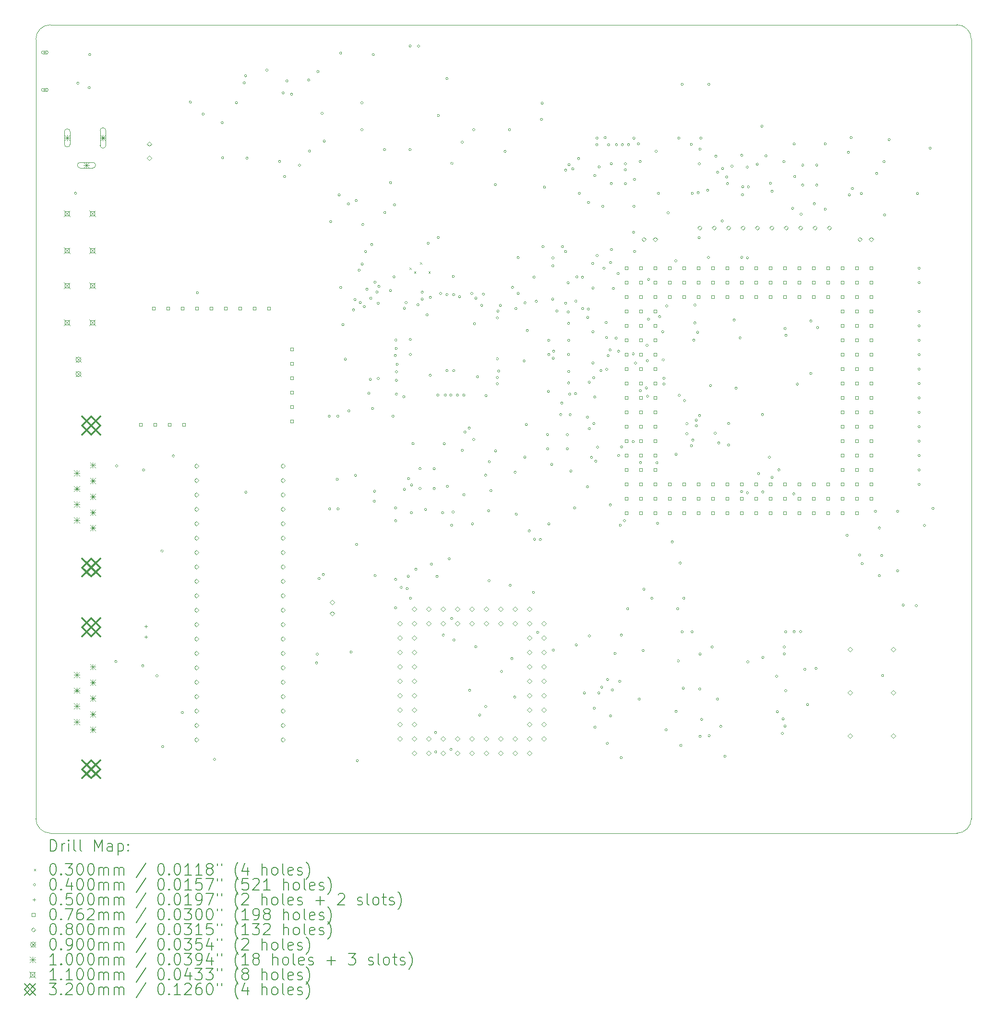
<source format=gbr>
%TF.GenerationSoftware,KiCad,Pcbnew,7.0.10*%
%TF.CreationDate,2024-03-15T17:16:10-07:00*%
%TF.ProjectId,testboard,74657374-626f-4617-9264-2e6b69636164,rev?*%
%TF.SameCoordinates,Original*%
%TF.FileFunction,Drillmap*%
%TF.FilePolarity,Positive*%
%FSLAX45Y45*%
G04 Gerber Fmt 4.5, Leading zero omitted, Abs format (unit mm)*
G04 Created by KiCad (PCBNEW 7.0.10) date 2024-03-15 17:16:10*
%MOMM*%
%LPD*%
G01*
G04 APERTURE LIST*
%ADD10C,0.100000*%
%ADD11C,0.200000*%
%ADD12C,0.110000*%
%ADD13C,0.320000*%
G04 APERTURE END LIST*
D10*
X2500000Y-15746000D02*
X2500000Y-2004000D01*
X18746000Y-16000000D02*
X2754000Y-16000000D01*
X19000000Y-2004000D02*
G75*
G03*
X18746000Y-1750000I-254000J0D01*
G01*
X18746000Y-16000000D02*
G75*
G03*
X19000000Y-15746000I0J254000D01*
G01*
X2754000Y-1750000D02*
X18746000Y-1750000D01*
X19000000Y-2004000D02*
X19000000Y-15746000D01*
X2754000Y-1750000D02*
G75*
G03*
X2500000Y-2004000I0J-254000D01*
G01*
X2500000Y-15746000D02*
G75*
G03*
X2754000Y-16000000I254000J0D01*
G01*
D11*
D10*
X9092500Y-6032500D02*
X9122500Y-6062500D01*
X9122500Y-6032500D02*
X9092500Y-6062500D01*
X9172470Y-6098580D02*
X9202470Y-6128580D01*
X9202470Y-6098580D02*
X9172470Y-6128580D01*
X9275230Y-5937730D02*
X9305230Y-5967730D01*
X9305230Y-5937730D02*
X9275230Y-5967730D01*
X9425000Y-6097500D02*
X9455000Y-6127500D01*
X9455000Y-6097500D02*
X9425000Y-6127500D01*
X3220000Y-4720000D02*
G75*
G03*
X3180000Y-4720000I-20000J0D01*
G01*
X3180000Y-4720000D02*
G75*
G03*
X3220000Y-4720000I20000J0D01*
G01*
X3260000Y-2780000D02*
G75*
G03*
X3220000Y-2780000I-20000J0D01*
G01*
X3220000Y-2780000D02*
G75*
G03*
X3260000Y-2780000I20000J0D01*
G01*
X3460000Y-2860000D02*
G75*
G03*
X3420000Y-2860000I-20000J0D01*
G01*
X3420000Y-2860000D02*
G75*
G03*
X3460000Y-2860000I20000J0D01*
G01*
X3470000Y-2275000D02*
G75*
G03*
X3430000Y-2275000I-20000J0D01*
G01*
X3430000Y-2275000D02*
G75*
G03*
X3470000Y-2275000I20000J0D01*
G01*
X3931400Y-12975000D02*
G75*
G03*
X3891400Y-12975000I-20000J0D01*
G01*
X3891400Y-12975000D02*
G75*
G03*
X3931400Y-12975000I20000J0D01*
G01*
X3945000Y-9525000D02*
G75*
G03*
X3905000Y-9525000I-20000J0D01*
G01*
X3905000Y-9525000D02*
G75*
G03*
X3945000Y-9525000I20000J0D01*
G01*
X4406400Y-13050000D02*
G75*
G03*
X4366400Y-13050000I-20000J0D01*
G01*
X4366400Y-13050000D02*
G75*
G03*
X4406400Y-13050000I20000J0D01*
G01*
X4420000Y-9600000D02*
G75*
G03*
X4380000Y-9600000I-20000J0D01*
G01*
X4380000Y-9600000D02*
G75*
G03*
X4420000Y-9600000I20000J0D01*
G01*
X4656150Y-13226900D02*
G75*
G03*
X4616150Y-13226900I-20000J0D01*
G01*
X4616150Y-13226900D02*
G75*
G03*
X4656150Y-13226900I20000J0D01*
G01*
X4745000Y-11025000D02*
G75*
G03*
X4705000Y-11025000I-20000J0D01*
G01*
X4705000Y-11025000D02*
G75*
G03*
X4745000Y-11025000I20000J0D01*
G01*
X4756400Y-14475000D02*
G75*
G03*
X4716400Y-14475000I-20000J0D01*
G01*
X4716400Y-14475000D02*
G75*
G03*
X4756400Y-14475000I20000J0D01*
G01*
X4945000Y-9350000D02*
G75*
G03*
X4905000Y-9350000I-20000J0D01*
G01*
X4905000Y-9350000D02*
G75*
G03*
X4945000Y-9350000I20000J0D01*
G01*
X5102030Y-13872300D02*
G75*
G03*
X5062030Y-13872300I-20000J0D01*
G01*
X5062030Y-13872300D02*
G75*
G03*
X5102030Y-13872300I20000J0D01*
G01*
X5244000Y-3112500D02*
G75*
G03*
X5204000Y-3112500I-20000J0D01*
G01*
X5204000Y-3112500D02*
G75*
G03*
X5244000Y-3112500I20000J0D01*
G01*
X5370000Y-6475000D02*
G75*
G03*
X5330000Y-6475000I-20000J0D01*
G01*
X5330000Y-6475000D02*
G75*
G03*
X5370000Y-6475000I20000J0D01*
G01*
X5470000Y-3325000D02*
G75*
G03*
X5430000Y-3325000I-20000J0D01*
G01*
X5430000Y-3325000D02*
G75*
G03*
X5470000Y-3325000I20000J0D01*
G01*
X5670000Y-14700000D02*
G75*
G03*
X5630000Y-14700000I-20000J0D01*
G01*
X5630000Y-14700000D02*
G75*
G03*
X5670000Y-14700000I20000J0D01*
G01*
X5806500Y-3475000D02*
G75*
G03*
X5766500Y-3475000I-20000J0D01*
G01*
X5766500Y-3475000D02*
G75*
G03*
X5806500Y-3475000I20000J0D01*
G01*
X5812217Y-4094283D02*
G75*
G03*
X5772217Y-4094283I-20000J0D01*
G01*
X5772217Y-4094283D02*
G75*
G03*
X5812217Y-4094283I20000J0D01*
G01*
X6056500Y-3125000D02*
G75*
G03*
X6016500Y-3125000I-20000J0D01*
G01*
X6016500Y-3125000D02*
G75*
G03*
X6056500Y-3125000I20000J0D01*
G01*
X6195000Y-2775000D02*
G75*
G03*
X6155000Y-2775000I-20000J0D01*
G01*
X6155000Y-2775000D02*
G75*
G03*
X6195000Y-2775000I20000J0D01*
G01*
X6220000Y-2650000D02*
G75*
G03*
X6180000Y-2650000I-20000J0D01*
G01*
X6180000Y-2650000D02*
G75*
G03*
X6220000Y-2650000I20000J0D01*
G01*
X6223180Y-9990070D02*
G75*
G03*
X6183180Y-9990070I-20000J0D01*
G01*
X6183180Y-9990070D02*
G75*
G03*
X6223180Y-9990070I20000J0D01*
G01*
X6245000Y-4100000D02*
G75*
G03*
X6205000Y-4100000I-20000J0D01*
G01*
X6205000Y-4100000D02*
G75*
G03*
X6245000Y-4100000I20000J0D01*
G01*
X6595000Y-2550000D02*
G75*
G03*
X6555000Y-2550000I-20000J0D01*
G01*
X6555000Y-2550000D02*
G75*
G03*
X6595000Y-2550000I20000J0D01*
G01*
X6819000Y-4160000D02*
G75*
G03*
X6779000Y-4160000I-20000J0D01*
G01*
X6779000Y-4160000D02*
G75*
G03*
X6819000Y-4160000I20000J0D01*
G01*
X6881500Y-2950000D02*
G75*
G03*
X6841500Y-2950000I-20000J0D01*
G01*
X6841500Y-2950000D02*
G75*
G03*
X6881500Y-2950000I20000J0D01*
G01*
X6905551Y-4425949D02*
G75*
G03*
X6865551Y-4425949I-20000J0D01*
G01*
X6865551Y-4425949D02*
G75*
G03*
X6905551Y-4425949I20000J0D01*
G01*
X6947324Y-2740824D02*
G75*
G03*
X6907324Y-2740824I-20000J0D01*
G01*
X6907324Y-2740824D02*
G75*
G03*
X6947324Y-2740824I20000J0D01*
G01*
X7031500Y-2975000D02*
G75*
G03*
X6991500Y-2975000I-20000J0D01*
G01*
X6991500Y-2975000D02*
G75*
G03*
X7031500Y-2975000I20000J0D01*
G01*
X7170000Y-4225000D02*
G75*
G03*
X7130000Y-4225000I-20000J0D01*
G01*
X7130000Y-4225000D02*
G75*
G03*
X7170000Y-4225000I20000J0D01*
G01*
X7331500Y-2725000D02*
G75*
G03*
X7291500Y-2725000I-20000J0D01*
G01*
X7291500Y-2725000D02*
G75*
G03*
X7331500Y-2725000I20000J0D01*
G01*
X7345000Y-3975001D02*
G75*
G03*
X7305000Y-3975001I-20000J0D01*
G01*
X7305000Y-3975001D02*
G75*
G03*
X7345000Y-3975001I20000J0D01*
G01*
X7471430Y-12999900D02*
G75*
G03*
X7431430Y-12999900I-20000J0D01*
G01*
X7431430Y-12999900D02*
G75*
G03*
X7471430Y-12999900I20000J0D01*
G01*
X7483290Y-12846000D02*
G75*
G03*
X7443290Y-12846000I-20000J0D01*
G01*
X7443290Y-12846000D02*
G75*
G03*
X7483290Y-12846000I20000J0D01*
G01*
X7495000Y-2574999D02*
G75*
G03*
X7455000Y-2574999I-20000J0D01*
G01*
X7455000Y-2574999D02*
G75*
G03*
X7495000Y-2574999I20000J0D01*
G01*
X7515260Y-11512100D02*
G75*
G03*
X7475260Y-11512100I-20000J0D01*
G01*
X7475260Y-11512100D02*
G75*
G03*
X7515260Y-11512100I20000J0D01*
G01*
X7569000Y-3312500D02*
G75*
G03*
X7529000Y-3312500I-20000J0D01*
G01*
X7529000Y-3312500D02*
G75*
G03*
X7569000Y-3312500I20000J0D01*
G01*
X7587950Y-11441000D02*
G75*
G03*
X7547950Y-11441000I-20000J0D01*
G01*
X7547950Y-11441000D02*
G75*
G03*
X7587950Y-11441000I20000J0D01*
G01*
X7606501Y-3800001D02*
G75*
G03*
X7566501Y-3800001I-20000J0D01*
G01*
X7566501Y-3800001D02*
G75*
G03*
X7606501Y-3800001I20000J0D01*
G01*
X7695000Y-8650000D02*
G75*
G03*
X7655000Y-8650000I-20000J0D01*
G01*
X7655000Y-8650000D02*
G75*
G03*
X7695000Y-8650000I20000J0D01*
G01*
X7700000Y-10285000D02*
G75*
G03*
X7660000Y-10285000I-20000J0D01*
G01*
X7660000Y-10285000D02*
G75*
G03*
X7700000Y-10285000I20000J0D01*
G01*
X7719999Y-5220000D02*
G75*
G03*
X7679999Y-5220000I-20000J0D01*
G01*
X7679999Y-5220000D02*
G75*
G03*
X7719999Y-5220000I20000J0D01*
G01*
X7834420Y-9763300D02*
G75*
G03*
X7794420Y-9763300I-20000J0D01*
G01*
X7794420Y-9763300D02*
G75*
G03*
X7834420Y-9763300I20000J0D01*
G01*
X7845000Y-8650000D02*
G75*
G03*
X7805000Y-8650000I-20000J0D01*
G01*
X7805000Y-8650000D02*
G75*
G03*
X7845000Y-8650000I20000J0D01*
G01*
X7850000Y-10285000D02*
G75*
G03*
X7810000Y-10285000I-20000J0D01*
G01*
X7810000Y-10285000D02*
G75*
G03*
X7850000Y-10285000I20000J0D01*
G01*
X7870000Y-4750000D02*
G75*
G03*
X7830000Y-4750000I-20000J0D01*
G01*
X7830000Y-4750000D02*
G75*
G03*
X7870000Y-4750000I20000J0D01*
G01*
X7895000Y-2250000D02*
G75*
G03*
X7855000Y-2250000I-20000J0D01*
G01*
X7855000Y-2250000D02*
G75*
G03*
X7895000Y-2250000I20000J0D01*
G01*
X7895810Y-6381610D02*
G75*
G03*
X7855810Y-6381610I-20000J0D01*
G01*
X7855810Y-6381610D02*
G75*
G03*
X7895810Y-6381610I20000J0D01*
G01*
X7936690Y-7036110D02*
G75*
G03*
X7896690Y-7036110I-20000J0D01*
G01*
X7896690Y-7036110D02*
G75*
G03*
X7936690Y-7036110I20000J0D01*
G01*
X7979350Y-7645130D02*
G75*
G03*
X7939350Y-7645130I-20000J0D01*
G01*
X7939350Y-7645130D02*
G75*
G03*
X7979350Y-7645130I20000J0D01*
G01*
X8032660Y-4907190D02*
G75*
G03*
X7992660Y-4907190I-20000J0D01*
G01*
X7992660Y-4907190D02*
G75*
G03*
X8032660Y-4907190I20000J0D01*
G01*
X8040020Y-8557710D02*
G75*
G03*
X8000020Y-8557710I-20000J0D01*
G01*
X8000020Y-8557710D02*
G75*
G03*
X8040020Y-8557710I20000J0D01*
G01*
X8078890Y-12805500D02*
G75*
G03*
X8038890Y-12805500I-20000J0D01*
G01*
X8038890Y-12805500D02*
G75*
G03*
X8078890Y-12805500I20000J0D01*
G01*
X8122340Y-6775370D02*
G75*
G03*
X8082340Y-6775370I-20000J0D01*
G01*
X8082340Y-6775370D02*
G75*
G03*
X8122340Y-6775370I20000J0D01*
G01*
X8149900Y-6594790D02*
G75*
G03*
X8109900Y-6594790I-20000J0D01*
G01*
X8109900Y-6594790D02*
G75*
G03*
X8149900Y-6594790I20000J0D01*
G01*
X8157200Y-9692800D02*
G75*
G03*
X8117200Y-9692800I-20000J0D01*
G01*
X8117200Y-9692800D02*
G75*
G03*
X8157200Y-9692800I20000J0D01*
G01*
X8170000Y-4850000D02*
G75*
G03*
X8130000Y-4850000I-20000J0D01*
G01*
X8130000Y-4850000D02*
G75*
G03*
X8170000Y-4850000I20000J0D01*
G01*
X8175240Y-10910000D02*
G75*
G03*
X8135240Y-10910000I-20000J0D01*
G01*
X8135240Y-10910000D02*
G75*
G03*
X8175240Y-10910000I20000J0D01*
G01*
X8188250Y-14723700D02*
G75*
G03*
X8148250Y-14723700I-20000J0D01*
G01*
X8148250Y-14723700D02*
G75*
G03*
X8188250Y-14723700I20000J0D01*
G01*
X8221790Y-6076100D02*
G75*
G03*
X8181790Y-6076100I-20000J0D01*
G01*
X8181790Y-6076100D02*
G75*
G03*
X8221790Y-6076100I20000J0D01*
G01*
X8240220Y-6646420D02*
G75*
G03*
X8200220Y-6646420I-20000J0D01*
G01*
X8200220Y-6646420D02*
G75*
G03*
X8240220Y-6646420I20000J0D01*
G01*
X8270000Y-3125000D02*
G75*
G03*
X8230000Y-3125000I-20000J0D01*
G01*
X8230000Y-3125000D02*
G75*
G03*
X8270000Y-3125000I20000J0D01*
G01*
X8270000Y-3600000D02*
G75*
G03*
X8230000Y-3600000I-20000J0D01*
G01*
X8230000Y-3600000D02*
G75*
G03*
X8270000Y-3600000I20000J0D01*
G01*
X8275000Y-5967500D02*
G75*
G03*
X8235000Y-5967500I-20000J0D01*
G01*
X8235000Y-5967500D02*
G75*
G03*
X8275000Y-5967500I20000J0D01*
G01*
X8287290Y-5273780D02*
G75*
G03*
X8247290Y-5273780I-20000J0D01*
G01*
X8247290Y-5273780D02*
G75*
G03*
X8287290Y-5273780I20000J0D01*
G01*
X8312920Y-6717470D02*
G75*
G03*
X8272920Y-6717470I-20000J0D01*
G01*
X8272920Y-6717470D02*
G75*
G03*
X8312920Y-6717470I20000J0D01*
G01*
X8335000Y-5747500D02*
G75*
G03*
X8295000Y-5747500I-20000J0D01*
G01*
X8295000Y-5747500D02*
G75*
G03*
X8335000Y-5747500I20000J0D01*
G01*
X8359840Y-6411590D02*
G75*
G03*
X8319840Y-6411590I-20000J0D01*
G01*
X8319840Y-6411590D02*
G75*
G03*
X8359840Y-6411590I20000J0D01*
G01*
X8393830Y-8244720D02*
G75*
G03*
X8353830Y-8244720I-20000J0D01*
G01*
X8353830Y-8244720D02*
G75*
G03*
X8393830Y-8244720I20000J0D01*
G01*
X8420000Y-8000000D02*
G75*
G03*
X8380000Y-8000000I-20000J0D01*
G01*
X8380000Y-8000000D02*
G75*
G03*
X8420000Y-8000000I20000J0D01*
G01*
X8428800Y-6571410D02*
G75*
G03*
X8388800Y-6571410I-20000J0D01*
G01*
X8388800Y-6571410D02*
G75*
G03*
X8428800Y-6571410I20000J0D01*
G01*
X8445000Y-5625000D02*
G75*
G03*
X8405000Y-5625000I-20000J0D01*
G01*
X8405000Y-5625000D02*
G75*
G03*
X8445000Y-5625000I20000J0D01*
G01*
X8460190Y-8515040D02*
G75*
G03*
X8420190Y-8515040I-20000J0D01*
G01*
X8420190Y-8515040D02*
G75*
G03*
X8460190Y-8515040I20000J0D01*
G01*
X8470000Y-2275000D02*
G75*
G03*
X8430000Y-2275000I-20000J0D01*
G01*
X8430000Y-2275000D02*
G75*
G03*
X8470000Y-2275000I20000J0D01*
G01*
X8488230Y-10150000D02*
G75*
G03*
X8448230Y-10150000I-20000J0D01*
G01*
X8448230Y-10150000D02*
G75*
G03*
X8488230Y-10150000I20000J0D01*
G01*
X8493210Y-9973310D02*
G75*
G03*
X8453210Y-9973310I-20000J0D01*
G01*
X8453210Y-9973310D02*
G75*
G03*
X8493210Y-9973310I20000J0D01*
G01*
X8500320Y-6288520D02*
G75*
G03*
X8460320Y-6288520I-20000J0D01*
G01*
X8460320Y-6288520D02*
G75*
G03*
X8500320Y-6288520I20000J0D01*
G01*
X8503260Y-11459500D02*
G75*
G03*
X8463260Y-11459500I-20000J0D01*
G01*
X8463260Y-11459500D02*
G75*
G03*
X8503260Y-11459500I20000J0D01*
G01*
X8535830Y-6461500D02*
G75*
G03*
X8495830Y-6461500I-20000J0D01*
G01*
X8495830Y-6461500D02*
G75*
G03*
X8535830Y-6461500I20000J0D01*
G01*
X8558780Y-6658280D02*
G75*
G03*
X8518780Y-6658280I-20000J0D01*
G01*
X8518780Y-6658280D02*
G75*
G03*
X8558780Y-6658280I20000J0D01*
G01*
X8559840Y-7984880D02*
G75*
G03*
X8519840Y-7984880I-20000J0D01*
G01*
X8519840Y-7984880D02*
G75*
G03*
X8559840Y-7984880I20000J0D01*
G01*
X8569250Y-6361300D02*
G75*
G03*
X8529250Y-6361300I-20000J0D01*
G01*
X8529250Y-6361300D02*
G75*
G03*
X8569250Y-6361300I20000J0D01*
G01*
X8670000Y-3950000D02*
G75*
G03*
X8630000Y-3950000I-20000J0D01*
G01*
X8630000Y-3950000D02*
G75*
G03*
X8670000Y-3950000I20000J0D01*
G01*
X8673560Y-5060330D02*
G75*
G03*
X8633560Y-5060330I-20000J0D01*
G01*
X8633560Y-5060330D02*
G75*
G03*
X8673560Y-5060330I20000J0D01*
G01*
X8774760Y-4534760D02*
G75*
G03*
X8734760Y-4534760I-20000J0D01*
G01*
X8734760Y-4534760D02*
G75*
G03*
X8774760Y-4534760I20000J0D01*
G01*
X8775040Y-6434350D02*
G75*
G03*
X8735040Y-6434350I-20000J0D01*
G01*
X8735040Y-6434350D02*
G75*
G03*
X8775040Y-6434350I20000J0D01*
G01*
X8820000Y-8650000D02*
G75*
G03*
X8780000Y-8650000I-20000J0D01*
G01*
X8780000Y-8650000D02*
G75*
G03*
X8820000Y-8650000I20000J0D01*
G01*
X8837680Y-6194320D02*
G75*
G03*
X8797680Y-6194320I-20000J0D01*
G01*
X8797680Y-6194320D02*
G75*
G03*
X8837680Y-6194320I20000J0D01*
G01*
X8845000Y-4925000D02*
G75*
G03*
X8805000Y-4925000I-20000J0D01*
G01*
X8805000Y-4925000D02*
G75*
G03*
X8845000Y-4925000I20000J0D01*
G01*
X8859998Y-7580000D02*
G75*
G03*
X8819998Y-7580000I-20000J0D01*
G01*
X8819998Y-7580000D02*
G75*
G03*
X8859998Y-7580000I20000J0D01*
G01*
X8864880Y-12026900D02*
G75*
G03*
X8824880Y-12026900I-20000J0D01*
G01*
X8824880Y-12026900D02*
G75*
G03*
X8864880Y-12026900I20000J0D01*
G01*
X8865370Y-10267000D02*
G75*
G03*
X8825370Y-10267000I-20000J0D01*
G01*
X8825370Y-10267000D02*
G75*
G03*
X8865370Y-10267000I20000J0D01*
G01*
X8865370Y-11526200D02*
G75*
G03*
X8825370Y-11526200I-20000J0D01*
G01*
X8825370Y-11526200D02*
G75*
G03*
X8865370Y-11526200I20000J0D01*
G01*
X8867260Y-10493800D02*
G75*
G03*
X8827260Y-10493800I-20000J0D01*
G01*
X8827260Y-10493800D02*
G75*
G03*
X8867260Y-10493800I20000J0D01*
G01*
X8870000Y-7307500D02*
G75*
G03*
X8830000Y-7307500I-20000J0D01*
G01*
X8830000Y-7307500D02*
G75*
G03*
X8870000Y-7307500I20000J0D01*
G01*
X8875966Y-7456221D02*
G75*
G03*
X8835966Y-7456221I-20000J0D01*
G01*
X8835966Y-7456221D02*
G75*
G03*
X8875966Y-7456221I20000J0D01*
G01*
X8880000Y-7867500D02*
G75*
G03*
X8840000Y-7867500I-20000J0D01*
G01*
X8840000Y-7867500D02*
G75*
G03*
X8880000Y-7867500I20000J0D01*
G01*
X8880000Y-8017500D02*
G75*
G03*
X8840000Y-8017500I-20000J0D01*
G01*
X8840000Y-8017500D02*
G75*
G03*
X8880000Y-8017500I20000J0D01*
G01*
X8880000Y-8262500D02*
G75*
G03*
X8840000Y-8262500I-20000J0D01*
G01*
X8840000Y-8262500D02*
G75*
G03*
X8880000Y-8262500I20000J0D01*
G01*
X8892050Y-7734670D02*
G75*
G03*
X8852050Y-7734670I-20000J0D01*
G01*
X8852050Y-7734670D02*
G75*
G03*
X8892050Y-7734670I20000J0D01*
G01*
X8963430Y-11668300D02*
G75*
G03*
X8923430Y-11668300I-20000J0D01*
G01*
X8923430Y-11668300D02*
G75*
G03*
X8963430Y-11668300I20000J0D01*
G01*
X9010000Y-8307500D02*
G75*
G03*
X8970000Y-8307500I-20000J0D01*
G01*
X8970000Y-8307500D02*
G75*
G03*
X9010000Y-8307500I20000J0D01*
G01*
X9020000Y-6747500D02*
G75*
G03*
X8980000Y-6747500I-20000J0D01*
G01*
X8980000Y-6747500D02*
G75*
G03*
X9020000Y-6747500I20000J0D01*
G01*
X9020000Y-9940000D02*
G75*
G03*
X8980000Y-9940000I-20000J0D01*
G01*
X8980000Y-9940000D02*
G75*
G03*
X9020000Y-9940000I20000J0D01*
G01*
X9050000Y-6647500D02*
G75*
G03*
X9010000Y-6647500I-20000J0D01*
G01*
X9010000Y-6647500D02*
G75*
G03*
X9050000Y-6647500I20000J0D01*
G01*
X9068530Y-11691200D02*
G75*
G03*
X9028530Y-11691200I-20000J0D01*
G01*
X9028530Y-11691200D02*
G75*
G03*
X9068530Y-11691200I20000J0D01*
G01*
X9086850Y-11472200D02*
G75*
G03*
X9046850Y-11472200I-20000J0D01*
G01*
X9046850Y-11472200D02*
G75*
G03*
X9086850Y-11472200I20000J0D01*
G01*
X9095000Y-9750000D02*
G75*
G03*
X9055000Y-9750000I-20000J0D01*
G01*
X9055000Y-9750000D02*
G75*
G03*
X9095000Y-9750000I20000J0D01*
G01*
X9120000Y-2125000D02*
G75*
G03*
X9080000Y-2125000I-20000J0D01*
G01*
X9080000Y-2125000D02*
G75*
G03*
X9120000Y-2125000I20000J0D01*
G01*
X9120000Y-3950000D02*
G75*
G03*
X9080000Y-3950000I-20000J0D01*
G01*
X9080000Y-3950000D02*
G75*
G03*
X9120000Y-3950000I20000J0D01*
G01*
X9125000Y-7297500D02*
G75*
G03*
X9085000Y-7297500I-20000J0D01*
G01*
X9085000Y-7297500D02*
G75*
G03*
X9125000Y-7297500I20000J0D01*
G01*
X9125000Y-7562500D02*
G75*
G03*
X9085000Y-7562500I-20000J0D01*
G01*
X9085000Y-7562500D02*
G75*
G03*
X9125000Y-7562500I20000J0D01*
G01*
X9129790Y-11858900D02*
G75*
G03*
X9089790Y-11858900I-20000J0D01*
G01*
X9089790Y-11858900D02*
G75*
G03*
X9129790Y-11858900I20000J0D01*
G01*
X9145000Y-10350000D02*
G75*
G03*
X9105000Y-10350000I-20000J0D01*
G01*
X9105000Y-10350000D02*
G75*
G03*
X9145000Y-10350000I20000J0D01*
G01*
X9147530Y-9862390D02*
G75*
G03*
X9107530Y-9862390I-20000J0D01*
G01*
X9107530Y-9862390D02*
G75*
G03*
X9147530Y-9862390I20000J0D01*
G01*
X9172500Y-9132610D02*
G75*
G03*
X9132500Y-9132610I-20000J0D01*
G01*
X9132500Y-9132610D02*
G75*
G03*
X9172500Y-9132610I20000J0D01*
G01*
X9223270Y-11349500D02*
G75*
G03*
X9183270Y-11349500I-20000J0D01*
G01*
X9183270Y-11349500D02*
G75*
G03*
X9223270Y-11349500I20000J0D01*
G01*
X9260000Y-6687500D02*
G75*
G03*
X9220000Y-6687500I-20000J0D01*
G01*
X9220000Y-6687500D02*
G75*
G03*
X9260000Y-6687500I20000J0D01*
G01*
X9270000Y-2125000D02*
G75*
G03*
X9230000Y-2125000I-20000J0D01*
G01*
X9230000Y-2125000D02*
G75*
G03*
X9270000Y-2125000I20000J0D01*
G01*
X9295000Y-9575000D02*
G75*
G03*
X9255000Y-9575000I-20000J0D01*
G01*
X9255000Y-9575000D02*
G75*
G03*
X9295000Y-9575000I20000J0D01*
G01*
X9295000Y-9925000D02*
G75*
G03*
X9255000Y-9925000I-20000J0D01*
G01*
X9255000Y-9925000D02*
G75*
G03*
X9295000Y-9925000I20000J0D01*
G01*
X9335000Y-6462500D02*
G75*
G03*
X9295000Y-6462500I-20000J0D01*
G01*
X9295000Y-6462500D02*
G75*
G03*
X9335000Y-6462500I20000J0D01*
G01*
X9335000Y-6587500D02*
G75*
G03*
X9295000Y-6587500I-20000J0D01*
G01*
X9295000Y-6587500D02*
G75*
G03*
X9335000Y-6587500I20000J0D01*
G01*
X9395000Y-10295200D02*
G75*
G03*
X9355000Y-10295200I-20000J0D01*
G01*
X9355000Y-10295200D02*
G75*
G03*
X9395000Y-10295200I20000J0D01*
G01*
X9420010Y-6861800D02*
G75*
G03*
X9380010Y-6861800I-20000J0D01*
G01*
X9380010Y-6861800D02*
G75*
G03*
X9420010Y-6861800I20000J0D01*
G01*
X9440000Y-5600000D02*
G75*
G03*
X9400000Y-5600000I-20000J0D01*
G01*
X9400000Y-5600000D02*
G75*
G03*
X9440000Y-5600000I20000J0D01*
G01*
X9475000Y-7927500D02*
G75*
G03*
X9435000Y-7927500I-20000J0D01*
G01*
X9435000Y-7927500D02*
G75*
G03*
X9475000Y-7927500I20000J0D01*
G01*
X9477300Y-6554800D02*
G75*
G03*
X9437300Y-6554800I-20000J0D01*
G01*
X9437300Y-6554800D02*
G75*
G03*
X9477300Y-6554800I20000J0D01*
G01*
X9494990Y-11258200D02*
G75*
G03*
X9454990Y-11258200I-20000J0D01*
G01*
X9454990Y-11258200D02*
G75*
G03*
X9494990Y-11258200I20000J0D01*
G01*
X9545000Y-9575000D02*
G75*
G03*
X9505000Y-9575000I-20000J0D01*
G01*
X9505000Y-9575000D02*
G75*
G03*
X9545000Y-9575000I20000J0D01*
G01*
X9545000Y-9925000D02*
G75*
G03*
X9505000Y-9925000I-20000J0D01*
G01*
X9505000Y-9925000D02*
G75*
G03*
X9545000Y-9925000I20000J0D01*
G01*
X9570870Y-14225900D02*
G75*
G03*
X9530870Y-14225900I-20000J0D01*
G01*
X9530870Y-14225900D02*
G75*
G03*
X9570870Y-14225900I20000J0D01*
G01*
X9570870Y-14568500D02*
G75*
G03*
X9530870Y-14568500I-20000J0D01*
G01*
X9530870Y-14568500D02*
G75*
G03*
X9570870Y-14568500I20000J0D01*
G01*
X9595000Y-11474000D02*
G75*
G03*
X9555000Y-11474000I-20000J0D01*
G01*
X9555000Y-11474000D02*
G75*
G03*
X9595000Y-11474000I20000J0D01*
G01*
X9610000Y-8277500D02*
G75*
G03*
X9570000Y-8277500I-20000J0D01*
G01*
X9570000Y-8277500D02*
G75*
G03*
X9610000Y-8277500I20000J0D01*
G01*
X9617500Y-5499893D02*
G75*
G03*
X9577500Y-5499893I-20000J0D01*
G01*
X9577500Y-5499893D02*
G75*
G03*
X9617500Y-5499893I20000J0D01*
G01*
X9620000Y-3350000D02*
G75*
G03*
X9580000Y-3350000I-20000J0D01*
G01*
X9580000Y-3350000D02*
G75*
G03*
X9620000Y-3350000I20000J0D01*
G01*
X9660000Y-6487500D02*
G75*
G03*
X9620000Y-6487500I-20000J0D01*
G01*
X9620000Y-6487500D02*
G75*
G03*
X9660000Y-6487500I20000J0D01*
G01*
X9695000Y-10350000D02*
G75*
G03*
X9655000Y-10350000I-20000J0D01*
G01*
X9655000Y-10350000D02*
G75*
G03*
X9695000Y-10350000I20000J0D01*
G01*
X9708380Y-12507600D02*
G75*
G03*
X9668380Y-12507600I-20000J0D01*
G01*
X9668380Y-12507600D02*
G75*
G03*
X9708380Y-12507600I20000J0D01*
G01*
X9722500Y-9134480D02*
G75*
G03*
X9682500Y-9134480I-20000J0D01*
G01*
X9682500Y-9134480D02*
G75*
G03*
X9722500Y-9134480I20000J0D01*
G01*
X9740000Y-8277500D02*
G75*
G03*
X9700000Y-8277500I-20000J0D01*
G01*
X9700000Y-8277500D02*
G75*
G03*
X9740000Y-8277500I20000J0D01*
G01*
X9770000Y-2700000D02*
G75*
G03*
X9730000Y-2700000I-20000J0D01*
G01*
X9730000Y-2700000D02*
G75*
G03*
X9770000Y-2700000I20000J0D01*
G01*
X9770000Y-6507500D02*
G75*
G03*
X9730000Y-6507500I-20000J0D01*
G01*
X9730000Y-6507500D02*
G75*
G03*
X9770000Y-6507500I20000J0D01*
G01*
X9770000Y-7847500D02*
G75*
G03*
X9730000Y-7847500I-20000J0D01*
G01*
X9730000Y-7847500D02*
G75*
G03*
X9770000Y-7847500I20000J0D01*
G01*
X9779480Y-9887050D02*
G75*
G03*
X9739480Y-9887050I-20000J0D01*
G01*
X9739480Y-9887050D02*
G75*
G03*
X9779480Y-9887050I20000J0D01*
G01*
X9811350Y-11162900D02*
G75*
G03*
X9771350Y-11162900I-20000J0D01*
G01*
X9771350Y-11162900D02*
G75*
G03*
X9811350Y-11162900I20000J0D01*
G01*
X9840000Y-8277500D02*
G75*
G03*
X9800000Y-8277500I-20000J0D01*
G01*
X9800000Y-8277500D02*
G75*
G03*
X9840000Y-8277500I20000J0D01*
G01*
X9843400Y-14523100D02*
G75*
G03*
X9803400Y-14523100I-20000J0D01*
G01*
X9803400Y-14523100D02*
G75*
G03*
X9843400Y-14523100I20000J0D01*
G01*
X9853180Y-10572500D02*
G75*
G03*
X9813180Y-10572500I-20000J0D01*
G01*
X9813180Y-10572500D02*
G75*
G03*
X9853180Y-10572500I20000J0D01*
G01*
X9854430Y-12216800D02*
G75*
G03*
X9814430Y-12216800I-20000J0D01*
G01*
X9814430Y-12216800D02*
G75*
G03*
X9854430Y-12216800I20000J0D01*
G01*
X9858500Y-4192270D02*
G75*
G03*
X9818500Y-4192270I-20000J0D01*
G01*
X9818500Y-4192270D02*
G75*
G03*
X9858500Y-4192270I20000J0D01*
G01*
X9880000Y-10340000D02*
G75*
G03*
X9840000Y-10340000I-20000J0D01*
G01*
X9840000Y-10340000D02*
G75*
G03*
X9880000Y-10340000I20000J0D01*
G01*
X9883130Y-6185620D02*
G75*
G03*
X9843130Y-6185620I-20000J0D01*
G01*
X9843130Y-6185620D02*
G75*
G03*
X9883130Y-6185620I20000J0D01*
G01*
X9890000Y-6507500D02*
G75*
G03*
X9850000Y-6507500I-20000J0D01*
G01*
X9850000Y-6507500D02*
G75*
G03*
X9890000Y-6507500I20000J0D01*
G01*
X9890000Y-7847500D02*
G75*
G03*
X9850000Y-7847500I-20000J0D01*
G01*
X9850000Y-7847500D02*
G75*
G03*
X9890000Y-7847500I20000J0D01*
G01*
X9894650Y-12596400D02*
G75*
G03*
X9854650Y-12596400I-20000J0D01*
G01*
X9854650Y-12596400D02*
G75*
G03*
X9894650Y-12596400I20000J0D01*
G01*
X9956320Y-8278270D02*
G75*
G03*
X9916320Y-8278270I-20000J0D01*
G01*
X9916320Y-8278270D02*
G75*
G03*
X9956320Y-8278270I20000J0D01*
G01*
X9993400Y-6544030D02*
G75*
G03*
X9953400Y-6544030I-20000J0D01*
G01*
X9953400Y-6544030D02*
G75*
G03*
X9993400Y-6544030I20000J0D01*
G01*
X10040800Y-3820650D02*
G75*
G03*
X10000800Y-3820650I-20000J0D01*
G01*
X10000800Y-3820650D02*
G75*
G03*
X10040800Y-3820650I20000J0D01*
G01*
X10041800Y-9251700D02*
G75*
G03*
X10001800Y-9251700I-20000J0D01*
G01*
X10001800Y-9251700D02*
G75*
G03*
X10041800Y-9251700I20000J0D01*
G01*
X10070000Y-8277500D02*
G75*
G03*
X10030000Y-8277500I-20000J0D01*
G01*
X10030000Y-8277500D02*
G75*
G03*
X10070000Y-8277500I20000J0D01*
G01*
X10071000Y-10034000D02*
G75*
G03*
X10031000Y-10034000I-20000J0D01*
G01*
X10031000Y-10034000D02*
G75*
G03*
X10071000Y-10034000I20000J0D01*
G01*
X10090300Y-8929240D02*
G75*
G03*
X10050300Y-8929240I-20000J0D01*
G01*
X10050300Y-8929240D02*
G75*
G03*
X10090300Y-8929240I20000J0D01*
G01*
X10163000Y-8860230D02*
G75*
G03*
X10123000Y-8860230I-20000J0D01*
G01*
X10123000Y-8860230D02*
G75*
G03*
X10163000Y-8860230I20000J0D01*
G01*
X10172200Y-13481900D02*
G75*
G03*
X10132200Y-13481900I-20000J0D01*
G01*
X10132200Y-13481900D02*
G75*
G03*
X10172200Y-13481900I20000J0D01*
G01*
X10210000Y-6487500D02*
G75*
G03*
X10170000Y-6487500I-20000J0D01*
G01*
X10170000Y-6487500D02*
G75*
G03*
X10210000Y-6487500I20000J0D01*
G01*
X10220700Y-10548600D02*
G75*
G03*
X10180700Y-10548600I-20000J0D01*
G01*
X10180700Y-10548600D02*
G75*
G03*
X10220700Y-10548600I20000J0D01*
G01*
X10242800Y-9059600D02*
G75*
G03*
X10202800Y-9059600I-20000J0D01*
G01*
X10202800Y-9059600D02*
G75*
G03*
X10242800Y-9059600I20000J0D01*
G01*
X10244300Y-3599410D02*
G75*
G03*
X10204300Y-3599410I-20000J0D01*
G01*
X10204300Y-3599410D02*
G75*
G03*
X10244300Y-3599410I20000J0D01*
G01*
X10257500Y-7020000D02*
G75*
G03*
X10217500Y-7020000I-20000J0D01*
G01*
X10217500Y-7020000D02*
G75*
G03*
X10257500Y-7020000I20000J0D01*
G01*
X10280700Y-6569550D02*
G75*
G03*
X10240700Y-6569550I-20000J0D01*
G01*
X10240700Y-6569550D02*
G75*
G03*
X10280700Y-6569550I20000J0D01*
G01*
X10281200Y-12713900D02*
G75*
G03*
X10241200Y-12713900I-20000J0D01*
G01*
X10241200Y-12713900D02*
G75*
G03*
X10281200Y-12713900I20000J0D01*
G01*
X10308400Y-7956940D02*
G75*
G03*
X10268400Y-7956940I-20000J0D01*
G01*
X10268400Y-7956940D02*
G75*
G03*
X10308400Y-7956940I20000J0D01*
G01*
X10347200Y-13919400D02*
G75*
G03*
X10307200Y-13919400I-20000J0D01*
G01*
X10307200Y-13919400D02*
G75*
G03*
X10347200Y-13919400I20000J0D01*
G01*
X10385000Y-6697500D02*
G75*
G03*
X10345000Y-6697500I-20000J0D01*
G01*
X10345000Y-6697500D02*
G75*
G03*
X10385000Y-6697500I20000J0D01*
G01*
X10415000Y-6497500D02*
G75*
G03*
X10375000Y-6497500I-20000J0D01*
G01*
X10375000Y-6497500D02*
G75*
G03*
X10415000Y-6497500I20000J0D01*
G01*
X10453400Y-9689000D02*
G75*
G03*
X10413400Y-9689000I-20000J0D01*
G01*
X10413400Y-9689000D02*
G75*
G03*
X10453400Y-9689000I20000J0D01*
G01*
X10456200Y-13768500D02*
G75*
G03*
X10416200Y-13768500I-20000J0D01*
G01*
X10416200Y-13768500D02*
G75*
G03*
X10456200Y-13768500I20000J0D01*
G01*
X10460000Y-8287500D02*
G75*
G03*
X10420000Y-8287500I-20000J0D01*
G01*
X10420000Y-8287500D02*
G75*
G03*
X10460000Y-8287500I20000J0D01*
G01*
X10504700Y-10315700D02*
G75*
G03*
X10464700Y-10315700I-20000J0D01*
G01*
X10464700Y-10315700D02*
G75*
G03*
X10504700Y-10315700I20000J0D01*
G01*
X10513200Y-11548700D02*
G75*
G03*
X10473200Y-11548700I-20000J0D01*
G01*
X10473200Y-11548700D02*
G75*
G03*
X10513200Y-11548700I20000J0D01*
G01*
X10517000Y-9452480D02*
G75*
G03*
X10477000Y-9452480I-20000J0D01*
G01*
X10477000Y-9452480D02*
G75*
G03*
X10517000Y-9452480I20000J0D01*
G01*
X10546900Y-9960140D02*
G75*
G03*
X10506900Y-9960140I-20000J0D01*
G01*
X10506900Y-9960140D02*
G75*
G03*
X10546900Y-9960140I20000J0D01*
G01*
X10625300Y-4567960D02*
G75*
G03*
X10585300Y-4567960I-20000J0D01*
G01*
X10585300Y-4567960D02*
G75*
G03*
X10625300Y-4567960I20000J0D01*
G01*
X10628300Y-9261420D02*
G75*
G03*
X10588300Y-9261420I-20000J0D01*
G01*
X10588300Y-9261420D02*
G75*
G03*
X10628300Y-9261420I20000J0D01*
G01*
X10660000Y-6917500D02*
G75*
G03*
X10620000Y-6917500I-20000J0D01*
G01*
X10620000Y-6917500D02*
G75*
G03*
X10660000Y-6917500I20000J0D01*
G01*
X10660000Y-7637500D02*
G75*
G03*
X10620000Y-7637500I-20000J0D01*
G01*
X10620000Y-7637500D02*
G75*
G03*
X10660000Y-7637500I20000J0D01*
G01*
X10660000Y-7967500D02*
G75*
G03*
X10620000Y-7967500I-20000J0D01*
G01*
X10620000Y-7967500D02*
G75*
G03*
X10660000Y-7967500I20000J0D01*
G01*
X10660000Y-8077500D02*
G75*
G03*
X10620000Y-8077500I-20000J0D01*
G01*
X10620000Y-8077500D02*
G75*
G03*
X10660000Y-8077500I20000J0D01*
G01*
X10670000Y-6797500D02*
G75*
G03*
X10630000Y-6797500I-20000J0D01*
G01*
X10630000Y-6797500D02*
G75*
G03*
X10670000Y-6797500I20000J0D01*
G01*
X10682600Y-7853870D02*
G75*
G03*
X10642600Y-7853870I-20000J0D01*
G01*
X10642600Y-7853870D02*
G75*
G03*
X10682600Y-7853870I20000J0D01*
G01*
X10714600Y-6696170D02*
G75*
G03*
X10674600Y-6696170I-20000J0D01*
G01*
X10674600Y-6696170D02*
G75*
G03*
X10714600Y-6696170I20000J0D01*
G01*
X10733000Y-13150200D02*
G75*
G03*
X10693000Y-13150200I-20000J0D01*
G01*
X10693000Y-13150200D02*
G75*
G03*
X10733000Y-13150200I20000J0D01*
G01*
X10795300Y-3981770D02*
G75*
G03*
X10755300Y-3981770I-20000J0D01*
G01*
X10755300Y-3981770D02*
G75*
G03*
X10795300Y-3981770I20000J0D01*
G01*
X10875200Y-3599410D02*
G75*
G03*
X10835200Y-3599410I-20000J0D01*
G01*
X10835200Y-3599410D02*
G75*
G03*
X10875200Y-3599410I20000J0D01*
G01*
X10886000Y-11632000D02*
G75*
G03*
X10846000Y-11632000I-20000J0D01*
G01*
X10846000Y-11632000D02*
G75*
G03*
X10886000Y-11632000I20000J0D01*
G01*
X10917600Y-12923700D02*
G75*
G03*
X10877600Y-12923700I-20000J0D01*
G01*
X10877600Y-12923700D02*
G75*
G03*
X10917600Y-12923700I20000J0D01*
G01*
X10927600Y-6377860D02*
G75*
G03*
X10887600Y-6377860I-20000J0D01*
G01*
X10887600Y-6377860D02*
G75*
G03*
X10927600Y-6377860I20000J0D01*
G01*
X10965300Y-13600300D02*
G75*
G03*
X10925300Y-13600300I-20000J0D01*
G01*
X10925300Y-13600300D02*
G75*
G03*
X10965300Y-13600300I20000J0D01*
G01*
X10973300Y-9637840D02*
G75*
G03*
X10933300Y-9637840I-20000J0D01*
G01*
X10933300Y-9637840D02*
G75*
G03*
X10973300Y-9637840I20000J0D01*
G01*
X10986400Y-6752210D02*
G75*
G03*
X10946400Y-6752210I-20000J0D01*
G01*
X10946400Y-6752210D02*
G75*
G03*
X10986400Y-6752210I20000J0D01*
G01*
X10992900Y-10376900D02*
G75*
G03*
X10952900Y-10376900I-20000J0D01*
G01*
X10952900Y-10376900D02*
G75*
G03*
X10992900Y-10376900I20000J0D01*
G01*
X11025000Y-5852500D02*
G75*
G03*
X10985000Y-5852500I-20000J0D01*
G01*
X10985000Y-5852500D02*
G75*
G03*
X11025000Y-5852500I20000J0D01*
G01*
X11027700Y-6485880D02*
G75*
G03*
X10987700Y-6485880I-20000J0D01*
G01*
X10987700Y-6485880D02*
G75*
G03*
X11027700Y-6485880I20000J0D01*
G01*
X11132600Y-7675530D02*
G75*
G03*
X11092600Y-7675530I-20000J0D01*
G01*
X11092600Y-7675530D02*
G75*
G03*
X11132600Y-7675530I20000J0D01*
G01*
X11145000Y-9373580D02*
G75*
G03*
X11105000Y-9373580I-20000J0D01*
G01*
X11105000Y-9373580D02*
G75*
G03*
X11145000Y-9373580I20000J0D01*
G01*
X11149500Y-6652820D02*
G75*
G03*
X11109500Y-6652820I-20000J0D01*
G01*
X11109500Y-6652820D02*
G75*
G03*
X11149500Y-6652820I20000J0D01*
G01*
X11170000Y-8797500D02*
G75*
G03*
X11130000Y-8797500I-20000J0D01*
G01*
X11130000Y-8797500D02*
G75*
G03*
X11170000Y-8797500I20000J0D01*
G01*
X11186300Y-7140000D02*
G75*
G03*
X11146300Y-7140000I-20000J0D01*
G01*
X11146300Y-7140000D02*
G75*
G03*
X11186300Y-7140000I20000J0D01*
G01*
X11223600Y-10670400D02*
G75*
G03*
X11183600Y-10670400I-20000J0D01*
G01*
X11183600Y-10670400D02*
G75*
G03*
X11223600Y-10670400I20000J0D01*
G01*
X11297400Y-11756100D02*
G75*
G03*
X11257400Y-11756100I-20000J0D01*
G01*
X11257400Y-11756100D02*
G75*
G03*
X11297400Y-11756100I20000J0D01*
G01*
X11307700Y-6198310D02*
G75*
G03*
X11267700Y-6198310I-20000J0D01*
G01*
X11267700Y-6198310D02*
G75*
G03*
X11307700Y-6198310I20000J0D01*
G01*
X11316400Y-10820500D02*
G75*
G03*
X11276400Y-10820500I-20000J0D01*
G01*
X11276400Y-10820500D02*
G75*
G03*
X11316400Y-10820500I20000J0D01*
G01*
X11345800Y-6624120D02*
G75*
G03*
X11305800Y-6624120I-20000J0D01*
G01*
X11305800Y-6624120D02*
G75*
G03*
X11345800Y-6624120I20000J0D01*
G01*
X11372700Y-12461300D02*
G75*
G03*
X11332700Y-12461300I-20000J0D01*
G01*
X11332700Y-12461300D02*
G75*
G03*
X11372700Y-12461300I20000J0D01*
G01*
X11419000Y-10823600D02*
G75*
G03*
X11379000Y-10823600I-20000J0D01*
G01*
X11379000Y-10823600D02*
G75*
G03*
X11419000Y-10823600I20000J0D01*
G01*
X11438900Y-3418810D02*
G75*
G03*
X11398900Y-3418810I-20000J0D01*
G01*
X11398900Y-3418810D02*
G75*
G03*
X11438900Y-3418810I20000J0D01*
G01*
X11449500Y-3132420D02*
G75*
G03*
X11409500Y-3132420I-20000J0D01*
G01*
X11409500Y-3132420D02*
G75*
G03*
X11449500Y-3132420I20000J0D01*
G01*
X11465000Y-5662500D02*
G75*
G03*
X11425000Y-5662500I-20000J0D01*
G01*
X11425000Y-5662500D02*
G75*
G03*
X11465000Y-5662500I20000J0D01*
G01*
X11492000Y-4612140D02*
G75*
G03*
X11452000Y-4612140I-20000J0D01*
G01*
X11452000Y-4612140D02*
G75*
G03*
X11492000Y-4612140I20000J0D01*
G01*
X11545000Y-8975000D02*
G75*
G03*
X11505000Y-8975000I-20000J0D01*
G01*
X11505000Y-8975000D02*
G75*
G03*
X11545000Y-8975000I20000J0D01*
G01*
X11545000Y-9225000D02*
G75*
G03*
X11505000Y-9225000I-20000J0D01*
G01*
X11505000Y-9225000D02*
G75*
G03*
X11545000Y-9225000I20000J0D01*
G01*
X11561800Y-8213280D02*
G75*
G03*
X11521800Y-8213280I-20000J0D01*
G01*
X11521800Y-8213280D02*
G75*
G03*
X11561800Y-8213280I20000J0D01*
G01*
X11567500Y-7312500D02*
G75*
G03*
X11527500Y-7312500I-20000J0D01*
G01*
X11527500Y-7312500D02*
G75*
G03*
X11567500Y-7312500I20000J0D01*
G01*
X11567500Y-7562500D02*
G75*
G03*
X11527500Y-7562500I-20000J0D01*
G01*
X11527500Y-7562500D02*
G75*
G03*
X11567500Y-7562500I20000J0D01*
G01*
X11569100Y-10548600D02*
G75*
G03*
X11529100Y-10548600I-20000J0D01*
G01*
X11529100Y-10548600D02*
G75*
G03*
X11569100Y-10548600I20000J0D01*
G01*
X11620000Y-9500000D02*
G75*
G03*
X11580000Y-9500000I-20000J0D01*
G01*
X11580000Y-9500000D02*
G75*
G03*
X11620000Y-9500000I20000J0D01*
G01*
X11637700Y-6587720D02*
G75*
G03*
X11597700Y-6587720I-20000J0D01*
G01*
X11597700Y-6587720D02*
G75*
G03*
X11637700Y-6587720I20000J0D01*
G01*
X11640000Y-5860000D02*
G75*
G03*
X11600000Y-5860000I-20000J0D01*
G01*
X11600000Y-5860000D02*
G75*
G03*
X11640000Y-5860000I20000J0D01*
G01*
X11640000Y-6000000D02*
G75*
G03*
X11600000Y-6000000I-20000J0D01*
G01*
X11600000Y-6000000D02*
G75*
G03*
X11640000Y-6000000I20000J0D01*
G01*
X11644800Y-7626930D02*
G75*
G03*
X11604800Y-7626930I-20000J0D01*
G01*
X11604800Y-7626930D02*
G75*
G03*
X11644800Y-7626930I20000J0D01*
G01*
X11645400Y-12772600D02*
G75*
G03*
X11605400Y-12772600I-20000J0D01*
G01*
X11605400Y-12772600D02*
G75*
G03*
X11645400Y-12772600I20000J0D01*
G01*
X11653000Y-7505240D02*
G75*
G03*
X11613000Y-7505240I-20000J0D01*
G01*
X11613000Y-7505240D02*
G75*
G03*
X11653000Y-7505240I20000J0D01*
G01*
X11710400Y-6795620D02*
G75*
G03*
X11670400Y-6795620I-20000J0D01*
G01*
X11670400Y-6795620D02*
G75*
G03*
X11710400Y-6795620I20000J0D01*
G01*
X11777700Y-8621560D02*
G75*
G03*
X11737700Y-8621560I-20000J0D01*
G01*
X11737700Y-8621560D02*
G75*
G03*
X11777700Y-8621560I20000J0D01*
G01*
X11798200Y-8419240D02*
G75*
G03*
X11758200Y-8419240I-20000J0D01*
G01*
X11758200Y-8419240D02*
G75*
G03*
X11798200Y-8419240I20000J0D01*
G01*
X11807000Y-5662220D02*
G75*
G03*
X11767000Y-5662220I-20000J0D01*
G01*
X11767000Y-5662220D02*
G75*
G03*
X11807000Y-5662220I20000J0D01*
G01*
X11864900Y-5746190D02*
G75*
G03*
X11824900Y-5746190I-20000J0D01*
G01*
X11824900Y-5746190D02*
G75*
G03*
X11864900Y-5746190I20000J0D01*
G01*
X11865000Y-6659410D02*
G75*
G03*
X11825000Y-6659410I-20000J0D01*
G01*
X11825000Y-6659410D02*
G75*
G03*
X11865000Y-6659410I20000J0D01*
G01*
X11866600Y-4311530D02*
G75*
G03*
X11826600Y-4311530I-20000J0D01*
G01*
X11826600Y-4311530D02*
G75*
G03*
X11866600Y-4311530I20000J0D01*
G01*
X11895000Y-8975000D02*
G75*
G03*
X11855000Y-8975000I-20000J0D01*
G01*
X11855000Y-8975000D02*
G75*
G03*
X11895000Y-8975000I20000J0D01*
G01*
X11895000Y-9225000D02*
G75*
G03*
X11855000Y-9225000I-20000J0D01*
G01*
X11855000Y-9225000D02*
G75*
G03*
X11895000Y-9225000I20000J0D01*
G01*
X11908900Y-6298550D02*
G75*
G03*
X11868900Y-6298550I-20000J0D01*
G01*
X11868900Y-6298550D02*
G75*
G03*
X11908900Y-6298550I20000J0D01*
G01*
X11910000Y-6812500D02*
G75*
G03*
X11870000Y-6812500I-20000J0D01*
G01*
X11870000Y-6812500D02*
G75*
G03*
X11910000Y-6812500I20000J0D01*
G01*
X11917500Y-7012500D02*
G75*
G03*
X11877500Y-7012500I-20000J0D01*
G01*
X11877500Y-7012500D02*
G75*
G03*
X11917500Y-7012500I20000J0D01*
G01*
X11917500Y-7312500D02*
G75*
G03*
X11877500Y-7312500I-20000J0D01*
G01*
X11877500Y-7312500D02*
G75*
G03*
X11917500Y-7312500I20000J0D01*
G01*
X11917500Y-7562500D02*
G75*
G03*
X11877500Y-7562500I-20000J0D01*
G01*
X11877500Y-7562500D02*
G75*
G03*
X11917500Y-7562500I20000J0D01*
G01*
X11917500Y-7862500D02*
G75*
G03*
X11877500Y-7862500I-20000J0D01*
G01*
X11877500Y-7862500D02*
G75*
G03*
X11917500Y-7862500I20000J0D01*
G01*
X11917500Y-8062500D02*
G75*
G03*
X11877500Y-8062500I-20000J0D01*
G01*
X11877500Y-8062500D02*
G75*
G03*
X11917500Y-8062500I20000J0D01*
G01*
X11923800Y-4216380D02*
G75*
G03*
X11883800Y-4216380I-20000J0D01*
G01*
X11883800Y-4216380D02*
G75*
G03*
X11923800Y-4216380I20000J0D01*
G01*
X11935100Y-8260300D02*
G75*
G03*
X11895100Y-8260300I-20000J0D01*
G01*
X11895100Y-8260300D02*
G75*
G03*
X11935100Y-8260300I20000J0D01*
G01*
X11945600Y-8625000D02*
G75*
G03*
X11905600Y-8625000I-20000J0D01*
G01*
X11905600Y-8625000D02*
G75*
G03*
X11945600Y-8625000I20000J0D01*
G01*
X11956700Y-9617220D02*
G75*
G03*
X11916700Y-9617220I-20000J0D01*
G01*
X11916700Y-9617220D02*
G75*
G03*
X11956700Y-9617220I20000J0D01*
G01*
X11991900Y-4289960D02*
G75*
G03*
X11951900Y-4289960I-20000J0D01*
G01*
X11951900Y-4289960D02*
G75*
G03*
X11991900Y-4289960I20000J0D01*
G01*
X12023500Y-10266400D02*
G75*
G03*
X11983500Y-10266400I-20000J0D01*
G01*
X11983500Y-10266400D02*
G75*
G03*
X12023500Y-10266400I20000J0D01*
G01*
X12039100Y-8252970D02*
G75*
G03*
X11999100Y-8252970I-20000J0D01*
G01*
X11999100Y-8252970D02*
G75*
G03*
X12039100Y-8252970I20000J0D01*
G01*
X12045300Y-6621310D02*
G75*
G03*
X12005300Y-6621310I-20000J0D01*
G01*
X12005300Y-6621310D02*
G75*
G03*
X12045300Y-6621310I20000J0D01*
G01*
X12053300Y-12683000D02*
G75*
G03*
X12013300Y-12683000I-20000J0D01*
G01*
X12013300Y-12683000D02*
G75*
G03*
X12053300Y-12683000I20000J0D01*
G01*
X12061000Y-6194320D02*
G75*
G03*
X12021000Y-6194320I-20000J0D01*
G01*
X12021000Y-6194320D02*
G75*
G03*
X12061000Y-6194320I20000J0D01*
G01*
X12094900Y-4108930D02*
G75*
G03*
X12054900Y-4108930I-20000J0D01*
G01*
X12054900Y-4108930D02*
G75*
G03*
X12094900Y-4108930I20000J0D01*
G01*
X12106700Y-4719770D02*
G75*
G03*
X12066700Y-4719770I-20000J0D01*
G01*
X12066700Y-4719770D02*
G75*
G03*
X12106700Y-4719770I20000J0D01*
G01*
X12161200Y-6200050D02*
G75*
G03*
X12121200Y-6200050I-20000J0D01*
G01*
X12121200Y-6200050D02*
G75*
G03*
X12161200Y-6200050I20000J0D01*
G01*
X12163400Y-6753520D02*
G75*
G03*
X12123400Y-6753520I-20000J0D01*
G01*
X12123400Y-6753520D02*
G75*
G03*
X12163400Y-6753520I20000J0D01*
G01*
X12194900Y-13530600D02*
G75*
G03*
X12154900Y-13530600I-20000J0D01*
G01*
X12154900Y-13530600D02*
G75*
G03*
X12194900Y-13530600I20000J0D01*
G01*
X12248300Y-8665000D02*
G75*
G03*
X12208300Y-8665000I-20000J0D01*
G01*
X12208300Y-8665000D02*
G75*
G03*
X12248300Y-8665000I20000J0D01*
G01*
X12249800Y-9895010D02*
G75*
G03*
X12209800Y-9895010I-20000J0D01*
G01*
X12209800Y-9895010D02*
G75*
G03*
X12249800Y-9895010I20000J0D01*
G01*
X12254500Y-6907290D02*
G75*
G03*
X12214500Y-6907290I-20000J0D01*
G01*
X12214500Y-6907290D02*
G75*
G03*
X12254500Y-6907290I20000J0D01*
G01*
X12263600Y-6761900D02*
G75*
G03*
X12223600Y-6761900I-20000J0D01*
G01*
X12223600Y-6761900D02*
G75*
G03*
X12263600Y-6761900I20000J0D01*
G01*
X12268000Y-4882590D02*
G75*
G03*
X12228000Y-4882590I-20000J0D01*
G01*
X12228000Y-4882590D02*
G75*
G03*
X12268000Y-4882590I20000J0D01*
G01*
X12280000Y-8870000D02*
G75*
G03*
X12240000Y-8870000I-20000J0D01*
G01*
X12240000Y-8870000D02*
G75*
G03*
X12280000Y-8870000I20000J0D01*
G01*
X12281600Y-8051760D02*
G75*
G03*
X12241600Y-8051760I-20000J0D01*
G01*
X12241600Y-8051760D02*
G75*
G03*
X12281600Y-8051760I20000J0D01*
G01*
X12284400Y-12522300D02*
G75*
G03*
X12244400Y-12522300I-20000J0D01*
G01*
X12244400Y-12522300D02*
G75*
G03*
X12284400Y-12522300I20000J0D01*
G01*
X12320000Y-9375000D02*
G75*
G03*
X12280000Y-9375000I-20000J0D01*
G01*
X12280000Y-9375000D02*
G75*
G03*
X12320000Y-9375000I20000J0D01*
G01*
X12342500Y-5956860D02*
G75*
G03*
X12302500Y-5956860I-20000J0D01*
G01*
X12302500Y-5956860D02*
G75*
G03*
X12342500Y-5956860I20000J0D01*
G01*
X12345000Y-7162500D02*
G75*
G03*
X12305000Y-7162500I-20000J0D01*
G01*
X12305000Y-7162500D02*
G75*
G03*
X12345000Y-7162500I20000J0D01*
G01*
X12345000Y-7712500D02*
G75*
G03*
X12305000Y-7712500I-20000J0D01*
G01*
X12305000Y-7712500D02*
G75*
G03*
X12345000Y-7712500I20000J0D01*
G01*
X12345400Y-6392620D02*
G75*
G03*
X12305400Y-6392620I-20000J0D01*
G01*
X12305400Y-6392620D02*
G75*
G03*
X12345400Y-6392620I20000J0D01*
G01*
X12359000Y-7973470D02*
G75*
G03*
X12319000Y-7973470I-20000J0D01*
G01*
X12319000Y-7973470D02*
G75*
G03*
X12359000Y-7973470I20000J0D01*
G01*
X12361300Y-8779700D02*
G75*
G03*
X12321300Y-8779700I-20000J0D01*
G01*
X12321300Y-8779700D02*
G75*
G03*
X12361300Y-8779700I20000J0D01*
G01*
X12370900Y-13796500D02*
G75*
G03*
X12330900Y-13796500I-20000J0D01*
G01*
X12330900Y-13796500D02*
G75*
G03*
X12370900Y-13796500I20000J0D01*
G01*
X12378200Y-8313220D02*
G75*
G03*
X12338200Y-8313220I-20000J0D01*
G01*
X12338200Y-8313220D02*
G75*
G03*
X12378200Y-8313220I20000J0D01*
G01*
X12380100Y-4408310D02*
G75*
G03*
X12340100Y-4408310I-20000J0D01*
G01*
X12340100Y-4408310D02*
G75*
G03*
X12380100Y-4408310I20000J0D01*
G01*
X12382600Y-14132300D02*
G75*
G03*
X12342600Y-14132300I-20000J0D01*
G01*
X12342600Y-14132300D02*
G75*
G03*
X12382600Y-14132300I20000J0D01*
G01*
X12394600Y-9442990D02*
G75*
G03*
X12354600Y-9442990I-20000J0D01*
G01*
X12354600Y-9442990D02*
G75*
G03*
X12394600Y-9442990I20000J0D01*
G01*
X12415400Y-3865370D02*
G75*
G03*
X12375400Y-3865370I-20000J0D01*
G01*
X12375400Y-3865370D02*
G75*
G03*
X12415400Y-3865370I20000J0D01*
G01*
X12417600Y-3747840D02*
G75*
G03*
X12377600Y-3747840I-20000J0D01*
G01*
X12377600Y-3747840D02*
G75*
G03*
X12417600Y-3747840I20000J0D01*
G01*
X12420000Y-5817390D02*
G75*
G03*
X12380000Y-5817390I-20000J0D01*
G01*
X12380000Y-5817390D02*
G75*
G03*
X12420000Y-5817390I20000J0D01*
G01*
X12427000Y-9196980D02*
G75*
G03*
X12387000Y-9196980I-20000J0D01*
G01*
X12387000Y-9196980D02*
G75*
G03*
X12427000Y-9196980I20000J0D01*
G01*
X12451400Y-13530000D02*
G75*
G03*
X12411400Y-13530000I-20000J0D01*
G01*
X12411400Y-13530000D02*
G75*
G03*
X12451400Y-13530000I20000J0D01*
G01*
X12454500Y-4256790D02*
G75*
G03*
X12414500Y-4256790I-20000J0D01*
G01*
X12414500Y-4256790D02*
G75*
G03*
X12454500Y-4256790I20000J0D01*
G01*
X12487400Y-7845710D02*
G75*
G03*
X12447400Y-7845710I-20000J0D01*
G01*
X12447400Y-7845710D02*
G75*
G03*
X12487400Y-7845710I20000J0D01*
G01*
X12501900Y-13427300D02*
G75*
G03*
X12461900Y-13427300I-20000J0D01*
G01*
X12461900Y-13427300D02*
G75*
G03*
X12501900Y-13427300I20000J0D01*
G01*
X12520000Y-4950000D02*
G75*
G03*
X12480000Y-4950000I-20000J0D01*
G01*
X12480000Y-4950000D02*
G75*
G03*
X12520000Y-4950000I20000J0D01*
G01*
X12540300Y-6040300D02*
G75*
G03*
X12500300Y-6040300I-20000J0D01*
G01*
X12500300Y-6040300D02*
G75*
G03*
X12540300Y-6040300I20000J0D01*
G01*
X12560000Y-3740000D02*
G75*
G03*
X12520000Y-3740000I-20000J0D01*
G01*
X12520000Y-3740000D02*
G75*
G03*
X12560000Y-3740000I20000J0D01*
G01*
X12578200Y-6998000D02*
G75*
G03*
X12538200Y-6998000I-20000J0D01*
G01*
X12538200Y-6998000D02*
G75*
G03*
X12578200Y-6998000I20000J0D01*
G01*
X12584900Y-7262500D02*
G75*
G03*
X12544900Y-7262500I-20000J0D01*
G01*
X12544900Y-7262500D02*
G75*
G03*
X12584900Y-7262500I20000J0D01*
G01*
X12588600Y-7823640D02*
G75*
G03*
X12548600Y-7823640I-20000J0D01*
G01*
X12548600Y-7823640D02*
G75*
G03*
X12588600Y-7823640I20000J0D01*
G01*
X12599000Y-14417800D02*
G75*
G03*
X12559000Y-14417800I-20000J0D01*
G01*
X12559000Y-14417800D02*
G75*
G03*
X12599000Y-14417800I20000J0D01*
G01*
X12604500Y-13292700D02*
G75*
G03*
X12564500Y-13292700I-20000J0D01*
G01*
X12564500Y-13292700D02*
G75*
G03*
X12604500Y-13292700I20000J0D01*
G01*
X12614400Y-7583380D02*
G75*
G03*
X12574400Y-7583380I-20000J0D01*
G01*
X12574400Y-7583380D02*
G75*
G03*
X12614400Y-7583380I20000J0D01*
G01*
X12620000Y-3865750D02*
G75*
G03*
X12580000Y-3865750I-20000J0D01*
G01*
X12580000Y-3865750D02*
G75*
G03*
X12620000Y-3865750I20000J0D01*
G01*
X12649100Y-7483180D02*
G75*
G03*
X12609100Y-7483180I-20000J0D01*
G01*
X12609100Y-7483180D02*
G75*
G03*
X12649100Y-7483180I20000J0D01*
G01*
X12651600Y-10213000D02*
G75*
G03*
X12611600Y-10213000I-20000J0D01*
G01*
X12611600Y-10213000D02*
G75*
G03*
X12651600Y-10213000I20000J0D01*
G01*
X12656800Y-5941270D02*
G75*
G03*
X12616800Y-5941270I-20000J0D01*
G01*
X12616800Y-5941270D02*
G75*
G03*
X12656800Y-5941270I20000J0D01*
G01*
X12656800Y-13932800D02*
G75*
G03*
X12616800Y-13932800I-20000J0D01*
G01*
X12616800Y-13932800D02*
G75*
G03*
X12656800Y-13932800I20000J0D01*
G01*
X12670000Y-4200000D02*
G75*
G03*
X12630000Y-4200000I-20000J0D01*
G01*
X12630000Y-4200000D02*
G75*
G03*
X12670000Y-4200000I20000J0D01*
G01*
X12670000Y-4550000D02*
G75*
G03*
X12630000Y-4550000I-20000J0D01*
G01*
X12630000Y-4550000D02*
G75*
G03*
X12670000Y-4550000I20000J0D01*
G01*
X12671000Y-5712620D02*
G75*
G03*
X12631000Y-5712620I-20000J0D01*
G01*
X12631000Y-5712620D02*
G75*
G03*
X12671000Y-5712620I20000J0D01*
G01*
X12687500Y-13474500D02*
G75*
G03*
X12647500Y-13474500I-20000J0D01*
G01*
X12647500Y-13474500D02*
G75*
G03*
X12687500Y-13474500I20000J0D01*
G01*
X12706800Y-6399480D02*
G75*
G03*
X12666800Y-6399480I-20000J0D01*
G01*
X12666800Y-6399480D02*
G75*
G03*
X12706800Y-6399480I20000J0D01*
G01*
X12735800Y-12833000D02*
G75*
G03*
X12695800Y-12833000I-20000J0D01*
G01*
X12695800Y-12833000D02*
G75*
G03*
X12735800Y-12833000I20000J0D01*
G01*
X12754800Y-7274110D02*
G75*
G03*
X12714800Y-7274110I-20000J0D01*
G01*
X12714800Y-7274110D02*
G75*
G03*
X12754800Y-7274110I20000J0D01*
G01*
X12761300Y-3864170D02*
G75*
G03*
X12721300Y-3864170I-20000J0D01*
G01*
X12721300Y-3864170D02*
G75*
G03*
X12761300Y-3864170I20000J0D01*
G01*
X12790600Y-6137090D02*
G75*
G03*
X12750600Y-6137090I-20000J0D01*
G01*
X12750600Y-6137090D02*
G75*
G03*
X12790600Y-6137090I20000J0D01*
G01*
X12798300Y-9342300D02*
G75*
G03*
X12758300Y-9342300I-20000J0D01*
G01*
X12758300Y-9342300D02*
G75*
G03*
X12798300Y-9342300I20000J0D01*
G01*
X12799800Y-7504340D02*
G75*
G03*
X12759800Y-7504340I-20000J0D01*
G01*
X12759800Y-7504340D02*
G75*
G03*
X12799800Y-7504340I20000J0D01*
G01*
X12819800Y-13324500D02*
G75*
G03*
X12779800Y-13324500I-20000J0D01*
G01*
X12779800Y-13324500D02*
G75*
G03*
X12819800Y-13324500I20000J0D01*
G01*
X12829400Y-10571700D02*
G75*
G03*
X12789400Y-10571700I-20000J0D01*
G01*
X12789400Y-10571700D02*
G75*
G03*
X12829400Y-10571700I20000J0D01*
G01*
X12845200Y-14669800D02*
G75*
G03*
X12805200Y-14669800I-20000J0D01*
G01*
X12805200Y-14669800D02*
G75*
G03*
X12845200Y-14669800I20000J0D01*
G01*
X12847300Y-12507100D02*
G75*
G03*
X12807300Y-12507100I-20000J0D01*
G01*
X12807300Y-12507100D02*
G75*
G03*
X12847300Y-12507100I20000J0D01*
G01*
X12851200Y-9190420D02*
G75*
G03*
X12811200Y-9190420I-20000J0D01*
G01*
X12811200Y-9190420D02*
G75*
G03*
X12851200Y-9190420I20000J0D01*
G01*
X12865300Y-3863960D02*
G75*
G03*
X12825300Y-3863960I-20000J0D01*
G01*
X12825300Y-3863960D02*
G75*
G03*
X12865300Y-3863960I20000J0D01*
G01*
X12902400Y-10491400D02*
G75*
G03*
X12862400Y-10491400I-20000J0D01*
G01*
X12862400Y-10491400D02*
G75*
G03*
X12902400Y-10491400I20000J0D01*
G01*
X12915500Y-4306760D02*
G75*
G03*
X12875500Y-4306760I-20000J0D01*
G01*
X12875500Y-4306760D02*
G75*
G03*
X12915500Y-4306760I20000J0D01*
G01*
X12920000Y-4200000D02*
G75*
G03*
X12880000Y-4200000I-20000J0D01*
G01*
X12880000Y-4200000D02*
G75*
G03*
X12920000Y-4200000I20000J0D01*
G01*
X12920000Y-4550000D02*
G75*
G03*
X12880000Y-4550000I-20000J0D01*
G01*
X12880000Y-4550000D02*
G75*
G03*
X12920000Y-4550000I20000J0D01*
G01*
X12958300Y-12044700D02*
G75*
G03*
X12918300Y-12044700I-20000J0D01*
G01*
X12918300Y-12044700D02*
G75*
G03*
X12958300Y-12044700I20000J0D01*
G01*
X12975100Y-3863200D02*
G75*
G03*
X12935100Y-3863200I-20000J0D01*
G01*
X12935100Y-3863200D02*
G75*
G03*
X12975100Y-3863200I20000J0D01*
G01*
X13056300Y-7552440D02*
G75*
G03*
X13016300Y-7552440I-20000J0D01*
G01*
X13016300Y-7552440D02*
G75*
G03*
X13056300Y-7552440I20000J0D01*
G01*
X13056700Y-9099340D02*
G75*
G03*
X13016700Y-9099340I-20000J0D01*
G01*
X13016700Y-9099340D02*
G75*
G03*
X13056700Y-9099340I20000J0D01*
G01*
X13063000Y-5406650D02*
G75*
G03*
X13023000Y-5406650I-20000J0D01*
G01*
X13023000Y-5406650D02*
G75*
G03*
X13063000Y-5406650I20000J0D01*
G01*
X13070000Y-3750000D02*
G75*
G03*
X13030000Y-3750000I-20000J0D01*
G01*
X13030000Y-3750000D02*
G75*
G03*
X13070000Y-3750000I20000J0D01*
G01*
X13070000Y-4950000D02*
G75*
G03*
X13030000Y-4950000I-20000J0D01*
G01*
X13030000Y-4950000D02*
G75*
G03*
X13070000Y-4950000I20000J0D01*
G01*
X13078700Y-4474780D02*
G75*
G03*
X13038700Y-4474780I-20000J0D01*
G01*
X13038700Y-4474780D02*
G75*
G03*
X13078700Y-4474780I20000J0D01*
G01*
X13082200Y-5746300D02*
G75*
G03*
X13042200Y-5746300I-20000J0D01*
G01*
X13042200Y-5746300D02*
G75*
G03*
X13082200Y-5746300I20000J0D01*
G01*
X13097100Y-7714710D02*
G75*
G03*
X13057100Y-7714710I-20000J0D01*
G01*
X13057100Y-7714710D02*
G75*
G03*
X13097100Y-7714710I20000J0D01*
G01*
X13149200Y-3847620D02*
G75*
G03*
X13109200Y-3847620I-20000J0D01*
G01*
X13109200Y-3847620D02*
G75*
G03*
X13149200Y-3847620I20000J0D01*
G01*
X13161100Y-13637900D02*
G75*
G03*
X13121100Y-13637900I-20000J0D01*
G01*
X13121100Y-13637900D02*
G75*
G03*
X13161100Y-13637900I20000J0D01*
G01*
X13180000Y-4160000D02*
G75*
G03*
X13140000Y-4160000I-20000J0D01*
G01*
X13140000Y-4160000D02*
G75*
G03*
X13180000Y-4160000I20000J0D01*
G01*
X13182500Y-8200760D02*
G75*
G03*
X13142500Y-8200760I-20000J0D01*
G01*
X13142500Y-8200760D02*
G75*
G03*
X13182500Y-8200760I20000J0D01*
G01*
X13186500Y-9469300D02*
G75*
G03*
X13146500Y-9469300I-20000J0D01*
G01*
X13146500Y-9469300D02*
G75*
G03*
X13186500Y-9469300I20000J0D01*
G01*
X13231400Y-12780500D02*
G75*
G03*
X13191400Y-12780500I-20000J0D01*
G01*
X13191400Y-12780500D02*
G75*
G03*
X13231400Y-12780500I20000J0D01*
G01*
X13247200Y-11701100D02*
G75*
G03*
X13207200Y-11701100I-20000J0D01*
G01*
X13207200Y-11701100D02*
G75*
G03*
X13247200Y-11701100I20000J0D01*
G01*
X13289000Y-8152380D02*
G75*
G03*
X13249000Y-8152380I-20000J0D01*
G01*
X13249000Y-8152380D02*
G75*
G03*
X13289000Y-8152380I20000J0D01*
G01*
X13299300Y-7401730D02*
G75*
G03*
X13259300Y-7401730I-20000J0D01*
G01*
X13259300Y-7401730D02*
G75*
G03*
X13299300Y-7401730I20000J0D01*
G01*
X13304600Y-7671980D02*
G75*
G03*
X13264600Y-7671980I-20000J0D01*
G01*
X13264600Y-7671980D02*
G75*
G03*
X13304600Y-7671980I20000J0D01*
G01*
X13310000Y-8298490D02*
G75*
G03*
X13270000Y-8298490I-20000J0D01*
G01*
X13270000Y-8298490D02*
G75*
G03*
X13310000Y-8298490I20000J0D01*
G01*
X13327300Y-6940180D02*
G75*
G03*
X13287300Y-6940180I-20000J0D01*
G01*
X13287300Y-6940180D02*
G75*
G03*
X13327300Y-6940180I20000J0D01*
G01*
X13327600Y-6239890D02*
G75*
G03*
X13287600Y-6239890I-20000J0D01*
G01*
X13287600Y-6239890D02*
G75*
G03*
X13327600Y-6239890I20000J0D01*
G01*
X13385000Y-11860400D02*
G75*
G03*
X13345000Y-11860400I-20000J0D01*
G01*
X13345000Y-11860400D02*
G75*
G03*
X13385000Y-11860400I20000J0D01*
G01*
X13460000Y-3980000D02*
G75*
G03*
X13420000Y-3980000I-20000J0D01*
G01*
X13420000Y-3980000D02*
G75*
G03*
X13460000Y-3980000I20000J0D01*
G01*
X13474100Y-9471990D02*
G75*
G03*
X13434100Y-9471990I-20000J0D01*
G01*
X13434100Y-9471990D02*
G75*
G03*
X13474100Y-9471990I20000J0D01*
G01*
X13485700Y-10535900D02*
G75*
G03*
X13445700Y-10535900I-20000J0D01*
G01*
X13445700Y-10535900D02*
G75*
G03*
X13485700Y-10535900I20000J0D01*
G01*
X13500000Y-4720000D02*
G75*
G03*
X13460000Y-4720000I-20000J0D01*
G01*
X13460000Y-4720000D02*
G75*
G03*
X13500000Y-4720000I20000J0D01*
G01*
X13522000Y-6894990D02*
G75*
G03*
X13482000Y-6894990I-20000J0D01*
G01*
X13482000Y-6894990D02*
G75*
G03*
X13522000Y-6894990I20000J0D01*
G01*
X13577600Y-7162450D02*
G75*
G03*
X13537600Y-7162450I-20000J0D01*
G01*
X13537600Y-7162450D02*
G75*
G03*
X13577600Y-7162450I20000J0D01*
G01*
X13586000Y-7655950D02*
G75*
G03*
X13546000Y-7655950I-20000J0D01*
G01*
X13546000Y-7655950D02*
G75*
G03*
X13586000Y-7655950I20000J0D01*
G01*
X13598200Y-7979610D02*
G75*
G03*
X13558200Y-7979610I-20000J0D01*
G01*
X13558200Y-7979610D02*
G75*
G03*
X13598200Y-7979610I20000J0D01*
G01*
X13598200Y-8081430D02*
G75*
G03*
X13558200Y-8081430I-20000J0D01*
G01*
X13558200Y-8081430D02*
G75*
G03*
X13598200Y-8081430I20000J0D01*
G01*
X13637000Y-14178200D02*
G75*
G03*
X13597000Y-14178200I-20000J0D01*
G01*
X13597000Y-14178200D02*
G75*
G03*
X13637000Y-14178200I20000J0D01*
G01*
X13647400Y-6706260D02*
G75*
G03*
X13607400Y-6706260I-20000J0D01*
G01*
X13607400Y-6706260D02*
G75*
G03*
X13647400Y-6706260I20000J0D01*
G01*
X13672000Y-5063520D02*
G75*
G03*
X13632000Y-5063520I-20000J0D01*
G01*
X13632000Y-5063520D02*
G75*
G03*
X13672000Y-5063520I20000J0D01*
G01*
X13743900Y-10864500D02*
G75*
G03*
X13703900Y-10864500I-20000J0D01*
G01*
X13703900Y-10864500D02*
G75*
G03*
X13743900Y-10864500I20000J0D01*
G01*
X13808300Y-5911360D02*
G75*
G03*
X13768300Y-5911360I-20000J0D01*
G01*
X13768300Y-5911360D02*
G75*
G03*
X13808300Y-5911360I20000J0D01*
G01*
X13812100Y-13854700D02*
G75*
G03*
X13772100Y-13854700I-20000J0D01*
G01*
X13772100Y-13854700D02*
G75*
G03*
X13812100Y-13854700I20000J0D01*
G01*
X13812500Y-9321170D02*
G75*
G03*
X13772500Y-9321170I-20000J0D01*
G01*
X13772500Y-9321170D02*
G75*
G03*
X13812500Y-9321170I20000J0D01*
G01*
X13841200Y-12044700D02*
G75*
G03*
X13801200Y-12044700I-20000J0D01*
G01*
X13801200Y-12044700D02*
G75*
G03*
X13841200Y-12044700I20000J0D01*
G01*
X13852000Y-12963000D02*
G75*
G03*
X13812000Y-12963000I-20000J0D01*
G01*
X13812000Y-12963000D02*
G75*
G03*
X13852000Y-12963000I20000J0D01*
G01*
X13862800Y-3746990D02*
G75*
G03*
X13822800Y-3746990I-20000J0D01*
G01*
X13822800Y-3746990D02*
G75*
G03*
X13862800Y-3746990I20000J0D01*
G01*
X13868500Y-8282270D02*
G75*
G03*
X13828500Y-8282270I-20000J0D01*
G01*
X13828500Y-8282270D02*
G75*
G03*
X13868500Y-8282270I20000J0D01*
G01*
X13884900Y-11238000D02*
G75*
G03*
X13844900Y-11238000I-20000J0D01*
G01*
X13844900Y-11238000D02*
G75*
G03*
X13884900Y-11238000I20000J0D01*
G01*
X13897900Y-14454100D02*
G75*
G03*
X13857900Y-14454100I-20000J0D01*
G01*
X13857900Y-14454100D02*
G75*
G03*
X13897900Y-14454100I20000J0D01*
G01*
X13920000Y-2800000D02*
G75*
G03*
X13880000Y-2800000I-20000J0D01*
G01*
X13880000Y-2800000D02*
G75*
G03*
X13920000Y-2800000I20000J0D01*
G01*
X13920000Y-12450000D02*
G75*
G03*
X13880000Y-12450000I-20000J0D01*
G01*
X13880000Y-12450000D02*
G75*
G03*
X13920000Y-12450000I20000J0D01*
G01*
X13939500Y-13443800D02*
G75*
G03*
X13899500Y-13443800I-20000J0D01*
G01*
X13899500Y-13443800D02*
G75*
G03*
X13939500Y-13443800I20000J0D01*
G01*
X13949400Y-11860400D02*
G75*
G03*
X13909400Y-11860400I-20000J0D01*
G01*
X13909400Y-11860400D02*
G75*
G03*
X13949400Y-11860400I20000J0D01*
G01*
X13962400Y-8374480D02*
G75*
G03*
X13922400Y-8374480I-20000J0D01*
G01*
X13922400Y-8374480D02*
G75*
G03*
X13962400Y-8374480I20000J0D01*
G01*
X14002600Y-8958540D02*
G75*
G03*
X13962600Y-8958540I-20000J0D01*
G01*
X13962600Y-8958540D02*
G75*
G03*
X14002600Y-8958540I20000J0D01*
G01*
X14004000Y-8781590D02*
G75*
G03*
X13964000Y-8781590I-20000J0D01*
G01*
X13964000Y-8781590D02*
G75*
G03*
X14004000Y-8781590I20000J0D01*
G01*
X14081600Y-9170320D02*
G75*
G03*
X14041600Y-9170320I-20000J0D01*
G01*
X14041600Y-9170320D02*
G75*
G03*
X14081600Y-9170320I20000J0D01*
G01*
X14082300Y-3858750D02*
G75*
G03*
X14042300Y-3858750I-20000J0D01*
G01*
X14042300Y-3858750D02*
G75*
G03*
X14082300Y-3858750I20000J0D01*
G01*
X14095000Y-12450000D02*
G75*
G03*
X14055000Y-12450000I-20000J0D01*
G01*
X14055000Y-12450000D02*
G75*
G03*
X14095000Y-12450000I20000J0D01*
G01*
X14099200Y-4721830D02*
G75*
G03*
X14059200Y-4721830I-20000J0D01*
G01*
X14059200Y-4721830D02*
G75*
G03*
X14099200Y-4721830I20000J0D01*
G01*
X14108400Y-9070120D02*
G75*
G03*
X14068400Y-9070120I-20000J0D01*
G01*
X14068400Y-9070120D02*
G75*
G03*
X14108400Y-9070120I20000J0D01*
G01*
X14126200Y-7308290D02*
G75*
G03*
X14086200Y-7308290I-20000J0D01*
G01*
X14086200Y-7308290D02*
G75*
G03*
X14126200Y-7308290I20000J0D01*
G01*
X14145000Y-7004580D02*
G75*
G03*
X14105000Y-7004580I-20000J0D01*
G01*
X14105000Y-7004580D02*
G75*
G03*
X14145000Y-7004580I20000J0D01*
G01*
X14145700Y-6690560D02*
G75*
G03*
X14105700Y-6690560I-20000J0D01*
G01*
X14105700Y-6690560D02*
G75*
G03*
X14145700Y-6690560I20000J0D01*
G01*
X14169300Y-8720920D02*
G75*
G03*
X14129300Y-8720920I-20000J0D01*
G01*
X14129300Y-8720920D02*
G75*
G03*
X14169300Y-8720920I20000J0D01*
G01*
X14170100Y-8821120D02*
G75*
G03*
X14130100Y-8821120I-20000J0D01*
G01*
X14130100Y-8821120D02*
G75*
G03*
X14170100Y-8821120I20000J0D01*
G01*
X14194200Y-7170410D02*
G75*
G03*
X14154200Y-7170410I-20000J0D01*
G01*
X14154200Y-7170410D02*
G75*
G03*
X14194200Y-7170410I20000J0D01*
G01*
X14200900Y-4711000D02*
G75*
G03*
X14160900Y-4711000I-20000J0D01*
G01*
X14160900Y-4711000D02*
G75*
G03*
X14200900Y-4711000I20000J0D01*
G01*
X14218700Y-5504090D02*
G75*
G03*
X14178700Y-5504090I-20000J0D01*
G01*
X14178700Y-5504090D02*
G75*
G03*
X14218700Y-5504090I20000J0D01*
G01*
X14223600Y-4201360D02*
G75*
G03*
X14183600Y-4201360I-20000J0D01*
G01*
X14183600Y-4201360D02*
G75*
G03*
X14223600Y-4201360I20000J0D01*
G01*
X14227500Y-8637420D02*
G75*
G03*
X14187500Y-8637420I-20000J0D01*
G01*
X14187500Y-8637420D02*
G75*
G03*
X14227500Y-8637420I20000J0D01*
G01*
X14229500Y-13458900D02*
G75*
G03*
X14189500Y-13458900I-20000J0D01*
G01*
X14189500Y-13458900D02*
G75*
G03*
X14229500Y-13458900I20000J0D01*
G01*
X14234500Y-3943460D02*
G75*
G03*
X14194500Y-3943460I-20000J0D01*
G01*
X14194500Y-3943460D02*
G75*
G03*
X14234500Y-3943460I20000J0D01*
G01*
X14235000Y-12844800D02*
G75*
G03*
X14195000Y-12844800I-20000J0D01*
G01*
X14195000Y-12844800D02*
G75*
G03*
X14235000Y-12844800I20000J0D01*
G01*
X14235000Y-14294800D02*
G75*
G03*
X14195000Y-14294800I-20000J0D01*
G01*
X14195000Y-14294800D02*
G75*
G03*
X14235000Y-14294800I20000J0D01*
G01*
X14250700Y-3746270D02*
G75*
G03*
X14210700Y-3746270I-20000J0D01*
G01*
X14210700Y-3746270D02*
G75*
G03*
X14250700Y-3746270I20000J0D01*
G01*
X14264400Y-13994900D02*
G75*
G03*
X14224400Y-13994900I-20000J0D01*
G01*
X14224400Y-13994900D02*
G75*
G03*
X14264400Y-13994900I20000J0D01*
G01*
X14369700Y-4666840D02*
G75*
G03*
X14329700Y-4666840I-20000J0D01*
G01*
X14329700Y-4666840D02*
G75*
G03*
X14369700Y-4666840I20000J0D01*
G01*
X14383800Y-5851490D02*
G75*
G03*
X14343800Y-5851490I-20000J0D01*
G01*
X14343800Y-5851490D02*
G75*
G03*
X14383800Y-5851490I20000J0D01*
G01*
X14390000Y-2800000D02*
G75*
G03*
X14350000Y-2800000I-20000J0D01*
G01*
X14350000Y-2800000D02*
G75*
G03*
X14390000Y-2800000I20000J0D01*
G01*
X14394300Y-14282900D02*
G75*
G03*
X14354300Y-14282900I-20000J0D01*
G01*
X14354300Y-14282900D02*
G75*
G03*
X14394300Y-14282900I20000J0D01*
G01*
X14420400Y-8109760D02*
G75*
G03*
X14380400Y-8109760I-20000J0D01*
G01*
X14380400Y-8109760D02*
G75*
G03*
X14420400Y-8109760I20000J0D01*
G01*
X14448700Y-12717800D02*
G75*
G03*
X14408700Y-12717800I-20000J0D01*
G01*
X14408700Y-12717800D02*
G75*
G03*
X14448700Y-12717800I20000J0D01*
G01*
X14503400Y-8950600D02*
G75*
G03*
X14463400Y-8950600I-20000J0D01*
G01*
X14463400Y-8950600D02*
G75*
G03*
X14503400Y-8950600I20000J0D01*
G01*
X14514400Y-4067250D02*
G75*
G03*
X14474400Y-4067250I-20000J0D01*
G01*
X14474400Y-4067250D02*
G75*
G03*
X14514400Y-4067250I20000J0D01*
G01*
X14540800Y-13637500D02*
G75*
G03*
X14500800Y-13637500I-20000J0D01*
G01*
X14500800Y-13637500D02*
G75*
G03*
X14540800Y-13637500I20000J0D01*
G01*
X14545000Y-4350000D02*
G75*
G03*
X14505000Y-4350000I-20000J0D01*
G01*
X14505000Y-4350000D02*
G75*
G03*
X14545000Y-4350000I20000J0D01*
G01*
X14566600Y-9121210D02*
G75*
G03*
X14526600Y-9121210I-20000J0D01*
G01*
X14526600Y-9121210D02*
G75*
G03*
X14566600Y-9121210I20000J0D01*
G01*
X14602200Y-14117100D02*
G75*
G03*
X14562200Y-14117100I-20000J0D01*
G01*
X14562200Y-14117100D02*
G75*
G03*
X14602200Y-14117100I20000J0D01*
G01*
X14626500Y-5208400D02*
G75*
G03*
X14586500Y-5208400I-20000J0D01*
G01*
X14586500Y-5208400D02*
G75*
G03*
X14626500Y-5208400I20000J0D01*
G01*
X14632900Y-4282740D02*
G75*
G03*
X14592900Y-4282740I-20000J0D01*
G01*
X14592900Y-4282740D02*
G75*
G03*
X14632900Y-4282740I20000J0D01*
G01*
X14675200Y-14644800D02*
G75*
G03*
X14635200Y-14644800I-20000J0D01*
G01*
X14635200Y-14644800D02*
G75*
G03*
X14675200Y-14644800I20000J0D01*
G01*
X14703700Y-4433700D02*
G75*
G03*
X14663700Y-4433700I-20000J0D01*
G01*
X14663700Y-4433700D02*
G75*
G03*
X14703700Y-4433700I20000J0D01*
G01*
X14720000Y-4550000D02*
G75*
G03*
X14680000Y-4550000I-20000J0D01*
G01*
X14680000Y-4550000D02*
G75*
G03*
X14720000Y-4550000I20000J0D01*
G01*
X14738000Y-9156940D02*
G75*
G03*
X14698000Y-9156940I-20000J0D01*
G01*
X14698000Y-9156940D02*
G75*
G03*
X14738000Y-9156940I20000J0D01*
G01*
X14739400Y-8778500D02*
G75*
G03*
X14699400Y-8778500I-20000J0D01*
G01*
X14699400Y-8778500D02*
G75*
G03*
X14739400Y-8778500I20000J0D01*
G01*
X14798000Y-4244170D02*
G75*
G03*
X14758000Y-4244170I-20000J0D01*
G01*
X14758000Y-4244170D02*
G75*
G03*
X14798000Y-4244170I20000J0D01*
G01*
X14836900Y-6954710D02*
G75*
G03*
X14796900Y-6954710I-20000J0D01*
G01*
X14796900Y-6954710D02*
G75*
G03*
X14836900Y-6954710I20000J0D01*
G01*
X14870400Y-8156520D02*
G75*
G03*
X14830400Y-8156520I-20000J0D01*
G01*
X14830400Y-8156520D02*
G75*
G03*
X14870400Y-8156520I20000J0D01*
G01*
X14942800Y-7270200D02*
G75*
G03*
X14902800Y-7270200I-20000J0D01*
G01*
X14902800Y-7270200D02*
G75*
G03*
X14942800Y-7270200I20000J0D01*
G01*
X14968400Y-9978960D02*
G75*
G03*
X14928400Y-9978960I-20000J0D01*
G01*
X14928400Y-9978960D02*
G75*
G03*
X14968400Y-9978960I20000J0D01*
G01*
X14970000Y-4050000D02*
G75*
G03*
X14930000Y-4050000I-20000J0D01*
G01*
X14930000Y-4050000D02*
G75*
G03*
X14970000Y-4050000I20000J0D01*
G01*
X14970800Y-5850120D02*
G75*
G03*
X14930800Y-5850120I-20000J0D01*
G01*
X14930800Y-5850120D02*
G75*
G03*
X14970800Y-5850120I20000J0D01*
G01*
X14983400Y-4744690D02*
G75*
G03*
X14943400Y-4744690I-20000J0D01*
G01*
X14943400Y-4744690D02*
G75*
G03*
X14983400Y-4744690I20000J0D01*
G01*
X14988100Y-4605150D02*
G75*
G03*
X14948100Y-4605150I-20000J0D01*
G01*
X14948100Y-4605150D02*
G75*
G03*
X14988100Y-4605150I20000J0D01*
G01*
X15067700Y-4260410D02*
G75*
G03*
X15027700Y-4260410I-20000J0D01*
G01*
X15027700Y-4260410D02*
G75*
G03*
X15067700Y-4260410I20000J0D01*
G01*
X15071400Y-10000600D02*
G75*
G03*
X15031400Y-10000600I-20000J0D01*
G01*
X15031400Y-10000600D02*
G75*
G03*
X15071400Y-10000600I20000J0D01*
G01*
X15071600Y-5859300D02*
G75*
G03*
X15031600Y-5859300I-20000J0D01*
G01*
X15031600Y-5859300D02*
G75*
G03*
X15071600Y-5859300I20000J0D01*
G01*
X15078200Y-12980600D02*
G75*
G03*
X15038200Y-12980600I-20000J0D01*
G01*
X15038200Y-12980600D02*
G75*
G03*
X15078200Y-12980600I20000J0D01*
G01*
X15088500Y-4607550D02*
G75*
G03*
X15048500Y-4607550I-20000J0D01*
G01*
X15048500Y-4607550D02*
G75*
G03*
X15088500Y-4607550I20000J0D01*
G01*
X15244300Y-4208750D02*
G75*
G03*
X15204300Y-4208750I-20000J0D01*
G01*
X15204300Y-4208750D02*
G75*
G03*
X15244300Y-4208750I20000J0D01*
G01*
X15267000Y-9661880D02*
G75*
G03*
X15227000Y-9661880I-20000J0D01*
G01*
X15227000Y-9661880D02*
G75*
G03*
X15267000Y-9661880I20000J0D01*
G01*
X15326200Y-3538010D02*
G75*
G03*
X15286200Y-3538010I-20000J0D01*
G01*
X15286200Y-3538010D02*
G75*
G03*
X15326200Y-3538010I20000J0D01*
G01*
X15335100Y-8621230D02*
G75*
G03*
X15295100Y-8621230I-20000J0D01*
G01*
X15295100Y-8621230D02*
G75*
G03*
X15335100Y-8621230I20000J0D01*
G01*
X15341200Y-9984870D02*
G75*
G03*
X15301200Y-9984870I-20000J0D01*
G01*
X15301200Y-9984870D02*
G75*
G03*
X15341200Y-9984870I20000J0D01*
G01*
X15342500Y-12903100D02*
G75*
G03*
X15302500Y-12903100I-20000J0D01*
G01*
X15302500Y-12903100D02*
G75*
G03*
X15342500Y-12903100I20000J0D01*
G01*
X15398100Y-4059680D02*
G75*
G03*
X15358100Y-4059680I-20000J0D01*
G01*
X15358100Y-4059680D02*
G75*
G03*
X15398100Y-4059680I20000J0D01*
G01*
X15458700Y-9374290D02*
G75*
G03*
X15418700Y-9374290I-20000J0D01*
G01*
X15418700Y-9374290D02*
G75*
G03*
X15458700Y-9374290I20000J0D01*
G01*
X15478400Y-4541870D02*
G75*
G03*
X15438400Y-4541870I-20000J0D01*
G01*
X15438400Y-4541870D02*
G75*
G03*
X15478400Y-4541870I20000J0D01*
G01*
X15505200Y-4685020D02*
G75*
G03*
X15465200Y-4685020I-20000J0D01*
G01*
X15465200Y-4685020D02*
G75*
G03*
X15505200Y-4685020I20000J0D01*
G01*
X15506400Y-9728130D02*
G75*
G03*
X15466400Y-9728130I-20000J0D01*
G01*
X15466400Y-9728130D02*
G75*
G03*
X15506400Y-9728130I20000J0D01*
G01*
X15585300Y-13235500D02*
G75*
G03*
X15545300Y-13235500I-20000J0D01*
G01*
X15545300Y-13235500D02*
G75*
G03*
X15585300Y-13235500I20000J0D01*
G01*
X15599300Y-13859400D02*
G75*
G03*
X15559300Y-13859400I-20000J0D01*
G01*
X15559300Y-13859400D02*
G75*
G03*
X15599300Y-13859400I20000J0D01*
G01*
X15627000Y-9595810D02*
G75*
G03*
X15587000Y-9595810I-20000J0D01*
G01*
X15587000Y-9595810D02*
G75*
G03*
X15627000Y-9595810I20000J0D01*
G01*
X15688400Y-14241000D02*
G75*
G03*
X15648400Y-14241000I-20000J0D01*
G01*
X15648400Y-14241000D02*
G75*
G03*
X15688400Y-14241000I20000J0D01*
G01*
X15700900Y-13987000D02*
G75*
G03*
X15660900Y-13987000I-20000J0D01*
G01*
X15660900Y-13987000D02*
G75*
G03*
X15700900Y-13987000I20000J0D01*
G01*
X15714000Y-4162500D02*
G75*
G03*
X15674000Y-4162500I-20000J0D01*
G01*
X15674000Y-4162500D02*
G75*
G03*
X15714000Y-4162500I20000J0D01*
G01*
X15721100Y-12717000D02*
G75*
G03*
X15681100Y-12717000I-20000J0D01*
G01*
X15681100Y-12717000D02*
G75*
G03*
X15721100Y-12717000I20000J0D01*
G01*
X15722500Y-12839200D02*
G75*
G03*
X15682500Y-12839200I-20000J0D01*
G01*
X15682500Y-12839200D02*
G75*
G03*
X15722500Y-12839200I20000J0D01*
G01*
X15734700Y-14114000D02*
G75*
G03*
X15694700Y-14114000I-20000J0D01*
G01*
X15694700Y-14114000D02*
G75*
G03*
X15734700Y-14114000I20000J0D01*
G01*
X15735800Y-7104940D02*
G75*
G03*
X15695800Y-7104940I-20000J0D01*
G01*
X15695800Y-7104940D02*
G75*
G03*
X15735800Y-7104940I20000J0D01*
G01*
X15745000Y-12450000D02*
G75*
G03*
X15705000Y-12450000I-20000J0D01*
G01*
X15705000Y-12450000D02*
G75*
G03*
X15745000Y-12450000I20000J0D01*
G01*
X15747300Y-13487400D02*
G75*
G03*
X15707300Y-13487400I-20000J0D01*
G01*
X15707300Y-13487400D02*
G75*
G03*
X15747300Y-13487400I20000J0D01*
G01*
X15751300Y-7226110D02*
G75*
G03*
X15711300Y-7226110I-20000J0D01*
G01*
X15711300Y-7226110D02*
G75*
G03*
X15751300Y-7226110I20000J0D01*
G01*
X15867500Y-4987020D02*
G75*
G03*
X15827500Y-4987020I-20000J0D01*
G01*
X15827500Y-4987020D02*
G75*
G03*
X15867500Y-4987020I20000J0D01*
G01*
X15890000Y-10018800D02*
G75*
G03*
X15850000Y-10018800I-20000J0D01*
G01*
X15850000Y-10018800D02*
G75*
G03*
X15890000Y-10018800I20000J0D01*
G01*
X15895000Y-3850000D02*
G75*
G03*
X15855000Y-3850000I-20000J0D01*
G01*
X15855000Y-3850000D02*
G75*
G03*
X15895000Y-3850000I20000J0D01*
G01*
X15895000Y-12450000D02*
G75*
G03*
X15855000Y-12450000I-20000J0D01*
G01*
X15855000Y-12450000D02*
G75*
G03*
X15895000Y-12450000I20000J0D01*
G01*
X15904200Y-4423990D02*
G75*
G03*
X15864200Y-4423990I-20000J0D01*
G01*
X15864200Y-4423990D02*
G75*
G03*
X15904200Y-4423990I20000J0D01*
G01*
X15951100Y-8085430D02*
G75*
G03*
X15911100Y-8085430I-20000J0D01*
G01*
X15911100Y-8085430D02*
G75*
G03*
X15951100Y-8085430I20000J0D01*
G01*
X16010000Y-12447400D02*
G75*
G03*
X15970000Y-12447400I-20000J0D01*
G01*
X15970000Y-12447400D02*
G75*
G03*
X16010000Y-12447400I20000J0D01*
G01*
X16018800Y-5089830D02*
G75*
G03*
X15978800Y-5089830I-20000J0D01*
G01*
X15978800Y-5089830D02*
G75*
G03*
X16018800Y-5089830I20000J0D01*
G01*
X16045000Y-4225000D02*
G75*
G03*
X16005000Y-4225000I-20000J0D01*
G01*
X16005000Y-4225000D02*
G75*
G03*
X16045000Y-4225000I20000J0D01*
G01*
X16045000Y-4575000D02*
G75*
G03*
X16005000Y-4575000I-20000J0D01*
G01*
X16005000Y-4575000D02*
G75*
G03*
X16045000Y-4575000I20000J0D01*
G01*
X16083100Y-13111900D02*
G75*
G03*
X16043100Y-13111900I-20000J0D01*
G01*
X16043100Y-13111900D02*
G75*
G03*
X16083100Y-13111900I20000J0D01*
G01*
X16132100Y-13733000D02*
G75*
G03*
X16092100Y-13733000I-20000J0D01*
G01*
X16092100Y-13733000D02*
G75*
G03*
X16132100Y-13733000I20000J0D01*
G01*
X16189700Y-6971370D02*
G75*
G03*
X16149700Y-6971370I-20000J0D01*
G01*
X16149700Y-6971370D02*
G75*
G03*
X16189700Y-6971370I20000J0D01*
G01*
X16190900Y-7896360D02*
G75*
G03*
X16150900Y-7896360I-20000J0D01*
G01*
X16150900Y-7896360D02*
G75*
G03*
X16190900Y-7896360I20000J0D01*
G01*
X16249600Y-4904030D02*
G75*
G03*
X16209600Y-4904030I-20000J0D01*
G01*
X16209600Y-4904030D02*
G75*
G03*
X16249600Y-4904030I20000J0D01*
G01*
X16280800Y-13095500D02*
G75*
G03*
X16240800Y-13095500I-20000J0D01*
G01*
X16240800Y-13095500D02*
G75*
G03*
X16280800Y-13095500I20000J0D01*
G01*
X16295000Y-4225000D02*
G75*
G03*
X16255000Y-4225000I-20000J0D01*
G01*
X16255000Y-4225000D02*
G75*
G03*
X16295000Y-4225000I20000J0D01*
G01*
X16295000Y-4575000D02*
G75*
G03*
X16255000Y-4575000I-20000J0D01*
G01*
X16255000Y-4575000D02*
G75*
G03*
X16295000Y-4575000I20000J0D01*
G01*
X16308100Y-7087990D02*
G75*
G03*
X16268100Y-7087990I-20000J0D01*
G01*
X16268100Y-7087990D02*
G75*
G03*
X16308100Y-7087990I20000J0D01*
G01*
X16445000Y-3850000D02*
G75*
G03*
X16405000Y-3850000I-20000J0D01*
G01*
X16405000Y-3850000D02*
G75*
G03*
X16445000Y-3850000I20000J0D01*
G01*
X16445000Y-5000000D02*
G75*
G03*
X16405000Y-5000000I-20000J0D01*
G01*
X16405000Y-5000000D02*
G75*
G03*
X16445000Y-5000000I20000J0D01*
G01*
X16829800Y-10749300D02*
G75*
G03*
X16789800Y-10749300I-20000J0D01*
G01*
X16789800Y-10749300D02*
G75*
G03*
X16829800Y-10749300I20000J0D01*
G01*
X16851600Y-4000000D02*
G75*
G03*
X16811600Y-4000000I-20000J0D01*
G01*
X16811600Y-4000000D02*
G75*
G03*
X16851600Y-4000000I20000J0D01*
G01*
X16870000Y-4750000D02*
G75*
G03*
X16830000Y-4750000I-20000J0D01*
G01*
X16830000Y-4750000D02*
G75*
G03*
X16870000Y-4750000I20000J0D01*
G01*
X16900000Y-3740000D02*
G75*
G03*
X16860000Y-3740000I-20000J0D01*
G01*
X16860000Y-3740000D02*
G75*
G03*
X16900000Y-3740000I20000J0D01*
G01*
X16921300Y-4637510D02*
G75*
G03*
X16881300Y-4637510I-20000J0D01*
G01*
X16881300Y-4637510D02*
G75*
G03*
X16921300Y-4637510I20000J0D01*
G01*
X17048900Y-11098600D02*
G75*
G03*
X17008900Y-11098600I-20000J0D01*
G01*
X17008900Y-11098600D02*
G75*
G03*
X17048900Y-11098600I20000J0D01*
G01*
X17080600Y-4725410D02*
G75*
G03*
X17040600Y-4725410I-20000J0D01*
G01*
X17040600Y-4725410D02*
G75*
G03*
X17080600Y-4725410I20000J0D01*
G01*
X17095000Y-11250000D02*
G75*
G03*
X17055000Y-11250000I-20000J0D01*
G01*
X17055000Y-11250000D02*
G75*
G03*
X17095000Y-11250000I20000J0D01*
G01*
X17328800Y-10326800D02*
G75*
G03*
X17288800Y-10326800I-20000J0D01*
G01*
X17288800Y-10326800D02*
G75*
G03*
X17328800Y-10326800I20000J0D01*
G01*
X17351500Y-4372970D02*
G75*
G03*
X17311500Y-4372970I-20000J0D01*
G01*
X17311500Y-4372970D02*
G75*
G03*
X17351500Y-4372970I20000J0D01*
G01*
X17398600Y-11462100D02*
G75*
G03*
X17358600Y-11462100I-20000J0D01*
G01*
X17358600Y-11462100D02*
G75*
G03*
X17398600Y-11462100I20000J0D01*
G01*
X17399500Y-10619700D02*
G75*
G03*
X17359500Y-10619700I-20000J0D01*
G01*
X17359500Y-10619700D02*
G75*
G03*
X17399500Y-10619700I20000J0D01*
G01*
X17439100Y-11107300D02*
G75*
G03*
X17399100Y-11107300I-20000J0D01*
G01*
X17399100Y-11107300D02*
G75*
G03*
X17439100Y-11107300I20000J0D01*
G01*
X17453200Y-13221900D02*
G75*
G03*
X17413200Y-13221900I-20000J0D01*
G01*
X17413200Y-13221900D02*
G75*
G03*
X17453200Y-13221900I20000J0D01*
G01*
X17480000Y-4163460D02*
G75*
G03*
X17440000Y-4163460I-20000J0D01*
G01*
X17440000Y-4163460D02*
G75*
G03*
X17480000Y-4163460I20000J0D01*
G01*
X17489100Y-5104090D02*
G75*
G03*
X17449100Y-5104090I-20000J0D01*
G01*
X17449100Y-5104090D02*
G75*
G03*
X17489100Y-5104090I20000J0D01*
G01*
X17570000Y-3775000D02*
G75*
G03*
X17530000Y-3775000I-20000J0D01*
G01*
X17530000Y-3775000D02*
G75*
G03*
X17570000Y-3775000I20000J0D01*
G01*
X17720000Y-10325000D02*
G75*
G03*
X17680000Y-10325000I-20000J0D01*
G01*
X17680000Y-10325000D02*
G75*
G03*
X17720000Y-10325000I20000J0D01*
G01*
X17720000Y-11375000D02*
G75*
G03*
X17680000Y-11375000I-20000J0D01*
G01*
X17680000Y-11375000D02*
G75*
G03*
X17720000Y-11375000I20000J0D01*
G01*
X17820000Y-11980000D02*
G75*
G03*
X17780000Y-11980000I-20000J0D01*
G01*
X17780000Y-11980000D02*
G75*
G03*
X17820000Y-11980000I20000J0D01*
G01*
X18050000Y-11990000D02*
G75*
G03*
X18010000Y-11990000I-20000J0D01*
G01*
X18010000Y-11990000D02*
G75*
G03*
X18050000Y-11990000I20000J0D01*
G01*
X18070000Y-4725000D02*
G75*
G03*
X18030000Y-4725000I-20000J0D01*
G01*
X18030000Y-4725000D02*
G75*
G03*
X18070000Y-4725000I20000J0D01*
G01*
X18100000Y-6040000D02*
G75*
G03*
X18060000Y-6040000I-20000J0D01*
G01*
X18060000Y-6040000D02*
G75*
G03*
X18100000Y-6040000I20000J0D01*
G01*
X18100000Y-6294000D02*
G75*
G03*
X18060000Y-6294000I-20000J0D01*
G01*
X18060000Y-6294000D02*
G75*
G03*
X18100000Y-6294000I20000J0D01*
G01*
X18100000Y-6802000D02*
G75*
G03*
X18060000Y-6802000I-20000J0D01*
G01*
X18060000Y-6802000D02*
G75*
G03*
X18100000Y-6802000I20000J0D01*
G01*
X18100000Y-7056000D02*
G75*
G03*
X18060000Y-7056000I-20000J0D01*
G01*
X18060000Y-7056000D02*
G75*
G03*
X18100000Y-7056000I20000J0D01*
G01*
X18100000Y-7310000D02*
G75*
G03*
X18060000Y-7310000I-20000J0D01*
G01*
X18060000Y-7310000D02*
G75*
G03*
X18100000Y-7310000I20000J0D01*
G01*
X18100000Y-7564000D02*
G75*
G03*
X18060000Y-7564000I-20000J0D01*
G01*
X18060000Y-7564000D02*
G75*
G03*
X18100000Y-7564000I20000J0D01*
G01*
X18100000Y-7818000D02*
G75*
G03*
X18060000Y-7818000I-20000J0D01*
G01*
X18060000Y-7818000D02*
G75*
G03*
X18100000Y-7818000I20000J0D01*
G01*
X18100000Y-8072000D02*
G75*
G03*
X18060000Y-8072000I-20000J0D01*
G01*
X18060000Y-8072000D02*
G75*
G03*
X18100000Y-8072000I20000J0D01*
G01*
X18100000Y-8326000D02*
G75*
G03*
X18060000Y-8326000I-20000J0D01*
G01*
X18060000Y-8326000D02*
G75*
G03*
X18100000Y-8326000I20000J0D01*
G01*
X18100000Y-8580000D02*
G75*
G03*
X18060000Y-8580000I-20000J0D01*
G01*
X18060000Y-8580000D02*
G75*
G03*
X18100000Y-8580000I20000J0D01*
G01*
X18100000Y-8834000D02*
G75*
G03*
X18060000Y-8834000I-20000J0D01*
G01*
X18060000Y-8834000D02*
G75*
G03*
X18100000Y-8834000I20000J0D01*
G01*
X18100000Y-9088000D02*
G75*
G03*
X18060000Y-9088000I-20000J0D01*
G01*
X18060000Y-9088000D02*
G75*
G03*
X18100000Y-9088000I20000J0D01*
G01*
X18100000Y-9342000D02*
G75*
G03*
X18060000Y-9342000I-20000J0D01*
G01*
X18060000Y-9342000D02*
G75*
G03*
X18100000Y-9342000I20000J0D01*
G01*
X18100000Y-9596000D02*
G75*
G03*
X18060000Y-9596000I-20000J0D01*
G01*
X18060000Y-9596000D02*
G75*
G03*
X18100000Y-9596000I20000J0D01*
G01*
X18100000Y-9850000D02*
G75*
G03*
X18060000Y-9850000I-20000J0D01*
G01*
X18060000Y-9850000D02*
G75*
G03*
X18100000Y-9850000I20000J0D01*
G01*
X18195000Y-10575000D02*
G75*
G03*
X18155000Y-10575000I-20000J0D01*
G01*
X18155000Y-10575000D02*
G75*
G03*
X18195000Y-10575000I20000J0D01*
G01*
X18295000Y-3925000D02*
G75*
G03*
X18255000Y-3925000I-20000J0D01*
G01*
X18255000Y-3925000D02*
G75*
G03*
X18295000Y-3925000I20000J0D01*
G01*
X18345000Y-10275000D02*
G75*
G03*
X18305000Y-10275000I-20000J0D01*
G01*
X18305000Y-10275000D02*
G75*
G03*
X18345000Y-10275000I20000J0D01*
G01*
X2657500Y-2210000D02*
X2657500Y-2260000D01*
X2632500Y-2235000D02*
X2682500Y-2235000D01*
X2622500Y-2260000D02*
X2692500Y-2260000D01*
X2692500Y-2260000D02*
G75*
G03*
X2692500Y-2210000I0J25000D01*
G01*
X2692500Y-2210000D02*
X2622500Y-2210000D01*
X2622500Y-2210000D02*
G75*
G03*
X2622500Y-2260000I0J-25000D01*
G01*
X2657500Y-2870000D02*
X2657500Y-2920000D01*
X2632500Y-2895000D02*
X2682500Y-2895000D01*
X2622500Y-2920000D02*
X2692500Y-2920000D01*
X2692500Y-2920000D02*
G75*
G03*
X2692500Y-2870000I0J25000D01*
G01*
X2692500Y-2870000D02*
X2622500Y-2870000D01*
X2622500Y-2870000D02*
G75*
G03*
X2622500Y-2920000I0J-25000D01*
G01*
X4439000Y-12329000D02*
X4439000Y-12379000D01*
X4414000Y-12354000D02*
X4464000Y-12354000D01*
X4439000Y-12519000D02*
X4439000Y-12569000D01*
X4414000Y-12544000D02*
X4464000Y-12544000D01*
X4376941Y-8826941D02*
X4376941Y-8773059D01*
X4323059Y-8773059D01*
X4323059Y-8826941D01*
X4376941Y-8826941D01*
X4601941Y-6776941D02*
X4601941Y-6723059D01*
X4548059Y-6723059D01*
X4548059Y-6776941D01*
X4601941Y-6776941D01*
X4630941Y-8826941D02*
X4630941Y-8773059D01*
X4577059Y-8773059D01*
X4577059Y-8826941D01*
X4630941Y-8826941D01*
X4855941Y-6776941D02*
X4855941Y-6723059D01*
X4802059Y-6723059D01*
X4802059Y-6776941D01*
X4855941Y-6776941D01*
X4884941Y-8826941D02*
X4884941Y-8773059D01*
X4831059Y-8773059D01*
X4831059Y-8826941D01*
X4884941Y-8826941D01*
X5109941Y-6776941D02*
X5109941Y-6723059D01*
X5056059Y-6723059D01*
X5056059Y-6776941D01*
X5109941Y-6776941D01*
X5138941Y-8826941D02*
X5138941Y-8773059D01*
X5085059Y-8773059D01*
X5085059Y-8826941D01*
X5138941Y-8826941D01*
X5363941Y-6776941D02*
X5363941Y-6723059D01*
X5310059Y-6723059D01*
X5310059Y-6776941D01*
X5363941Y-6776941D01*
X5617941Y-6776941D02*
X5617941Y-6723059D01*
X5564059Y-6723059D01*
X5564059Y-6776941D01*
X5617941Y-6776941D01*
X5871941Y-6776941D02*
X5871941Y-6723059D01*
X5818059Y-6723059D01*
X5818059Y-6776941D01*
X5871941Y-6776941D01*
X6125941Y-6776941D02*
X6125941Y-6723059D01*
X6072059Y-6723059D01*
X6072059Y-6776941D01*
X6125941Y-6776941D01*
X6379941Y-6776941D02*
X6379941Y-6723059D01*
X6326059Y-6723059D01*
X6326059Y-6776941D01*
X6379941Y-6776941D01*
X6633941Y-6776941D02*
X6633941Y-6723059D01*
X6580059Y-6723059D01*
X6580059Y-6776941D01*
X6633941Y-6776941D01*
X7043941Y-7493441D02*
X7043941Y-7439559D01*
X6990059Y-7439559D01*
X6990059Y-7493441D01*
X7043941Y-7493441D01*
X7043941Y-7747441D02*
X7043941Y-7693559D01*
X6990059Y-7693559D01*
X6990059Y-7747441D01*
X7043941Y-7747441D01*
X7043941Y-8001441D02*
X7043941Y-7947559D01*
X6990059Y-7947559D01*
X6990059Y-8001441D01*
X7043941Y-8001441D01*
X7043941Y-8255441D02*
X7043941Y-8201559D01*
X6990059Y-8201559D01*
X6990059Y-8255441D01*
X7043941Y-8255441D01*
X7043941Y-8509441D02*
X7043941Y-8455559D01*
X6990059Y-8455559D01*
X6990059Y-8509441D01*
X7043941Y-8509441D01*
X7043941Y-8763441D02*
X7043941Y-8709559D01*
X6990059Y-8709559D01*
X6990059Y-8763441D01*
X7043941Y-8763441D01*
X12942691Y-6067241D02*
X12942691Y-6013359D01*
X12888809Y-6013359D01*
X12888809Y-6067241D01*
X12942691Y-6067241D01*
X12942691Y-6321241D02*
X12942691Y-6267359D01*
X12888809Y-6267359D01*
X12888809Y-6321241D01*
X12942691Y-6321241D01*
X12942691Y-6575241D02*
X12942691Y-6521359D01*
X12888809Y-6521359D01*
X12888809Y-6575241D01*
X12942691Y-6575241D01*
X12942691Y-6829241D02*
X12942691Y-6775359D01*
X12888809Y-6775359D01*
X12888809Y-6829241D01*
X12942691Y-6829241D01*
X12942691Y-7083241D02*
X12942691Y-7029359D01*
X12888809Y-7029359D01*
X12888809Y-7083241D01*
X12942691Y-7083241D01*
X12942691Y-7337241D02*
X12942691Y-7283359D01*
X12888809Y-7283359D01*
X12888809Y-7337241D01*
X12942691Y-7337241D01*
X12942691Y-7591241D02*
X12942691Y-7537359D01*
X12888809Y-7537359D01*
X12888809Y-7591241D01*
X12942691Y-7591241D01*
X12942691Y-7845241D02*
X12942691Y-7791359D01*
X12888809Y-7791359D01*
X12888809Y-7845241D01*
X12942691Y-7845241D01*
X12942691Y-8099241D02*
X12942691Y-8045359D01*
X12888809Y-8045359D01*
X12888809Y-8099241D01*
X12942691Y-8099241D01*
X12942691Y-8353241D02*
X12942691Y-8299359D01*
X12888809Y-8299359D01*
X12888809Y-8353241D01*
X12942691Y-8353241D01*
X12942691Y-8607241D02*
X12942691Y-8553359D01*
X12888809Y-8553359D01*
X12888809Y-8607241D01*
X12942691Y-8607241D01*
X12942691Y-8861241D02*
X12942691Y-8807359D01*
X12888809Y-8807359D01*
X12888809Y-8861241D01*
X12942691Y-8861241D01*
X12942691Y-9115241D02*
X12942691Y-9061359D01*
X12888809Y-9061359D01*
X12888809Y-9115241D01*
X12942691Y-9115241D01*
X12942691Y-9369241D02*
X12942691Y-9315359D01*
X12888809Y-9315359D01*
X12888809Y-9369241D01*
X12942691Y-9369241D01*
X12942691Y-9623241D02*
X12942691Y-9569359D01*
X12888809Y-9569359D01*
X12888809Y-9623241D01*
X12942691Y-9623241D01*
X12942691Y-9877241D02*
X12942691Y-9823359D01*
X12888809Y-9823359D01*
X12888809Y-9877241D01*
X12942691Y-9877241D01*
X12942691Y-10131241D02*
X12942691Y-10077359D01*
X12888809Y-10077359D01*
X12888809Y-10131241D01*
X12942691Y-10131241D01*
X12942691Y-10385241D02*
X12942691Y-10331359D01*
X12888809Y-10331359D01*
X12888809Y-10385241D01*
X12942691Y-10385241D01*
X13196691Y-6067241D02*
X13196691Y-6013359D01*
X13142809Y-6013359D01*
X13142809Y-6067241D01*
X13196691Y-6067241D01*
X13196691Y-6321241D02*
X13196691Y-6267359D01*
X13142809Y-6267359D01*
X13142809Y-6321241D01*
X13196691Y-6321241D01*
X13196691Y-6575241D02*
X13196691Y-6521359D01*
X13142809Y-6521359D01*
X13142809Y-6575241D01*
X13196691Y-6575241D01*
X13196691Y-6829241D02*
X13196691Y-6775359D01*
X13142809Y-6775359D01*
X13142809Y-6829241D01*
X13196691Y-6829241D01*
X13196691Y-7083241D02*
X13196691Y-7029359D01*
X13142809Y-7029359D01*
X13142809Y-7083241D01*
X13196691Y-7083241D01*
X13196691Y-7337241D02*
X13196691Y-7283359D01*
X13142809Y-7283359D01*
X13142809Y-7337241D01*
X13196691Y-7337241D01*
X13196691Y-7591241D02*
X13196691Y-7537359D01*
X13142809Y-7537359D01*
X13142809Y-7591241D01*
X13196691Y-7591241D01*
X13196691Y-7845241D02*
X13196691Y-7791359D01*
X13142809Y-7791359D01*
X13142809Y-7845241D01*
X13196691Y-7845241D01*
X13196691Y-8099241D02*
X13196691Y-8045359D01*
X13142809Y-8045359D01*
X13142809Y-8099241D01*
X13196691Y-8099241D01*
X13196691Y-8353241D02*
X13196691Y-8299359D01*
X13142809Y-8299359D01*
X13142809Y-8353241D01*
X13196691Y-8353241D01*
X13196691Y-8607241D02*
X13196691Y-8553359D01*
X13142809Y-8553359D01*
X13142809Y-8607241D01*
X13196691Y-8607241D01*
X13196691Y-8861241D02*
X13196691Y-8807359D01*
X13142809Y-8807359D01*
X13142809Y-8861241D01*
X13196691Y-8861241D01*
X13196691Y-9115241D02*
X13196691Y-9061359D01*
X13142809Y-9061359D01*
X13142809Y-9115241D01*
X13196691Y-9115241D01*
X13196691Y-9369241D02*
X13196691Y-9315359D01*
X13142809Y-9315359D01*
X13142809Y-9369241D01*
X13196691Y-9369241D01*
X13196691Y-9623241D02*
X13196691Y-9569359D01*
X13142809Y-9569359D01*
X13142809Y-9623241D01*
X13196691Y-9623241D01*
X13196691Y-9877241D02*
X13196691Y-9823359D01*
X13142809Y-9823359D01*
X13142809Y-9877241D01*
X13196691Y-9877241D01*
X13196691Y-10131241D02*
X13196691Y-10077359D01*
X13142809Y-10077359D01*
X13142809Y-10131241D01*
X13196691Y-10131241D01*
X13196691Y-10385241D02*
X13196691Y-10331359D01*
X13142809Y-10331359D01*
X13142809Y-10385241D01*
X13196691Y-10385241D01*
X13450691Y-6067241D02*
X13450691Y-6013359D01*
X13396809Y-6013359D01*
X13396809Y-6067241D01*
X13450691Y-6067241D01*
X13450691Y-6321241D02*
X13450691Y-6267359D01*
X13396809Y-6267359D01*
X13396809Y-6321241D01*
X13450691Y-6321241D01*
X13450691Y-6575241D02*
X13450691Y-6521359D01*
X13396809Y-6521359D01*
X13396809Y-6575241D01*
X13450691Y-6575241D01*
X13450691Y-6829241D02*
X13450691Y-6775359D01*
X13396809Y-6775359D01*
X13396809Y-6829241D01*
X13450691Y-6829241D01*
X13450691Y-7083241D02*
X13450691Y-7029359D01*
X13396809Y-7029359D01*
X13396809Y-7083241D01*
X13450691Y-7083241D01*
X13450691Y-7337241D02*
X13450691Y-7283359D01*
X13396809Y-7283359D01*
X13396809Y-7337241D01*
X13450691Y-7337241D01*
X13450691Y-7591241D02*
X13450691Y-7537359D01*
X13396809Y-7537359D01*
X13396809Y-7591241D01*
X13450691Y-7591241D01*
X13450691Y-7845241D02*
X13450691Y-7791359D01*
X13396809Y-7791359D01*
X13396809Y-7845241D01*
X13450691Y-7845241D01*
X13450691Y-8099241D02*
X13450691Y-8045359D01*
X13396809Y-8045359D01*
X13396809Y-8099241D01*
X13450691Y-8099241D01*
X13450691Y-8353241D02*
X13450691Y-8299359D01*
X13396809Y-8299359D01*
X13396809Y-8353241D01*
X13450691Y-8353241D01*
X13450691Y-8607241D02*
X13450691Y-8553359D01*
X13396809Y-8553359D01*
X13396809Y-8607241D01*
X13450691Y-8607241D01*
X13450691Y-8861241D02*
X13450691Y-8807359D01*
X13396809Y-8807359D01*
X13396809Y-8861241D01*
X13450691Y-8861241D01*
X13450691Y-9115241D02*
X13450691Y-9061359D01*
X13396809Y-9061359D01*
X13396809Y-9115241D01*
X13450691Y-9115241D01*
X13450691Y-9369241D02*
X13450691Y-9315359D01*
X13396809Y-9315359D01*
X13396809Y-9369241D01*
X13450691Y-9369241D01*
X13450691Y-9623241D02*
X13450691Y-9569359D01*
X13396809Y-9569359D01*
X13396809Y-9623241D01*
X13450691Y-9623241D01*
X13450691Y-9877241D02*
X13450691Y-9823359D01*
X13396809Y-9823359D01*
X13396809Y-9877241D01*
X13450691Y-9877241D01*
X13450691Y-10131241D02*
X13450691Y-10077359D01*
X13396809Y-10077359D01*
X13396809Y-10131241D01*
X13450691Y-10131241D01*
X13450691Y-10385241D02*
X13450691Y-10331359D01*
X13396809Y-10331359D01*
X13396809Y-10385241D01*
X13450691Y-10385241D01*
X13704691Y-6067241D02*
X13704691Y-6013359D01*
X13650809Y-6013359D01*
X13650809Y-6067241D01*
X13704691Y-6067241D01*
X13704691Y-6321241D02*
X13704691Y-6267359D01*
X13650809Y-6267359D01*
X13650809Y-6321241D01*
X13704691Y-6321241D01*
X13704691Y-6575241D02*
X13704691Y-6521359D01*
X13650809Y-6521359D01*
X13650809Y-6575241D01*
X13704691Y-6575241D01*
X13704691Y-9877241D02*
X13704691Y-9823359D01*
X13650809Y-9823359D01*
X13650809Y-9877241D01*
X13704691Y-9877241D01*
X13704691Y-10131241D02*
X13704691Y-10077359D01*
X13650809Y-10077359D01*
X13650809Y-10131241D01*
X13704691Y-10131241D01*
X13704691Y-10385241D02*
X13704691Y-10331359D01*
X13650809Y-10331359D01*
X13650809Y-10385241D01*
X13704691Y-10385241D01*
X13958691Y-6067241D02*
X13958691Y-6013359D01*
X13904809Y-6013359D01*
X13904809Y-6067241D01*
X13958691Y-6067241D01*
X13958691Y-6321241D02*
X13958691Y-6267359D01*
X13904809Y-6267359D01*
X13904809Y-6321241D01*
X13958691Y-6321241D01*
X13958691Y-6575241D02*
X13958691Y-6521359D01*
X13904809Y-6521359D01*
X13904809Y-6575241D01*
X13958691Y-6575241D01*
X13958691Y-9877241D02*
X13958691Y-9823359D01*
X13904809Y-9823359D01*
X13904809Y-9877241D01*
X13958691Y-9877241D01*
X13958691Y-10131241D02*
X13958691Y-10077359D01*
X13904809Y-10077359D01*
X13904809Y-10131241D01*
X13958691Y-10131241D01*
X13958691Y-10385241D02*
X13958691Y-10331359D01*
X13904809Y-10331359D01*
X13904809Y-10385241D01*
X13958691Y-10385241D01*
X14212691Y-6067241D02*
X14212691Y-6013359D01*
X14158809Y-6013359D01*
X14158809Y-6067241D01*
X14212691Y-6067241D01*
X14212691Y-6321241D02*
X14212691Y-6267359D01*
X14158809Y-6267359D01*
X14158809Y-6321241D01*
X14212691Y-6321241D01*
X14212691Y-6575241D02*
X14212691Y-6521359D01*
X14158809Y-6521359D01*
X14158809Y-6575241D01*
X14212691Y-6575241D01*
X14212691Y-9877241D02*
X14212691Y-9823359D01*
X14158809Y-9823359D01*
X14158809Y-9877241D01*
X14212691Y-9877241D01*
X14212691Y-10131241D02*
X14212691Y-10077359D01*
X14158809Y-10077359D01*
X14158809Y-10131241D01*
X14212691Y-10131241D01*
X14212691Y-10385241D02*
X14212691Y-10331359D01*
X14158809Y-10331359D01*
X14158809Y-10385241D01*
X14212691Y-10385241D01*
X14466691Y-6067241D02*
X14466691Y-6013359D01*
X14412809Y-6013359D01*
X14412809Y-6067241D01*
X14466691Y-6067241D01*
X14466691Y-6321241D02*
X14466691Y-6267359D01*
X14412809Y-6267359D01*
X14412809Y-6321241D01*
X14466691Y-6321241D01*
X14466691Y-6575241D02*
X14466691Y-6521359D01*
X14412809Y-6521359D01*
X14412809Y-6575241D01*
X14466691Y-6575241D01*
X14466691Y-9877241D02*
X14466691Y-9823359D01*
X14412809Y-9823359D01*
X14412809Y-9877241D01*
X14466691Y-9877241D01*
X14466691Y-10131241D02*
X14466691Y-10077359D01*
X14412809Y-10077359D01*
X14412809Y-10131241D01*
X14466691Y-10131241D01*
X14466691Y-10385241D02*
X14466691Y-10331359D01*
X14412809Y-10331359D01*
X14412809Y-10385241D01*
X14466691Y-10385241D01*
X14720691Y-6067241D02*
X14720691Y-6013359D01*
X14666809Y-6013359D01*
X14666809Y-6067241D01*
X14720691Y-6067241D01*
X14720691Y-6321241D02*
X14720691Y-6267359D01*
X14666809Y-6267359D01*
X14666809Y-6321241D01*
X14720691Y-6321241D01*
X14720691Y-6575241D02*
X14720691Y-6521359D01*
X14666809Y-6521359D01*
X14666809Y-6575241D01*
X14720691Y-6575241D01*
X14720691Y-9877241D02*
X14720691Y-9823359D01*
X14666809Y-9823359D01*
X14666809Y-9877241D01*
X14720691Y-9877241D01*
X14720691Y-10131241D02*
X14720691Y-10077359D01*
X14666809Y-10077359D01*
X14666809Y-10131241D01*
X14720691Y-10131241D01*
X14720691Y-10385241D02*
X14720691Y-10331359D01*
X14666809Y-10331359D01*
X14666809Y-10385241D01*
X14720691Y-10385241D01*
X14974691Y-6067241D02*
X14974691Y-6013359D01*
X14920809Y-6013359D01*
X14920809Y-6067241D01*
X14974691Y-6067241D01*
X14974691Y-6321241D02*
X14974691Y-6267359D01*
X14920809Y-6267359D01*
X14920809Y-6321241D01*
X14974691Y-6321241D01*
X14974691Y-6575241D02*
X14974691Y-6521359D01*
X14920809Y-6521359D01*
X14920809Y-6575241D01*
X14974691Y-6575241D01*
X14974691Y-9877241D02*
X14974691Y-9823359D01*
X14920809Y-9823359D01*
X14920809Y-9877241D01*
X14974691Y-9877241D01*
X14974691Y-10131241D02*
X14974691Y-10077359D01*
X14920809Y-10077359D01*
X14920809Y-10131241D01*
X14974691Y-10131241D01*
X14974691Y-10385241D02*
X14974691Y-10331359D01*
X14920809Y-10331359D01*
X14920809Y-10385241D01*
X14974691Y-10385241D01*
X15228691Y-6067241D02*
X15228691Y-6013359D01*
X15174809Y-6013359D01*
X15174809Y-6067241D01*
X15228691Y-6067241D01*
X15228691Y-6321241D02*
X15228691Y-6267359D01*
X15174809Y-6267359D01*
X15174809Y-6321241D01*
X15228691Y-6321241D01*
X15228691Y-6575241D02*
X15228691Y-6521359D01*
X15174809Y-6521359D01*
X15174809Y-6575241D01*
X15228691Y-6575241D01*
X15228691Y-9877241D02*
X15228691Y-9823359D01*
X15174809Y-9823359D01*
X15174809Y-9877241D01*
X15228691Y-9877241D01*
X15228691Y-10131241D02*
X15228691Y-10077359D01*
X15174809Y-10077359D01*
X15174809Y-10131241D01*
X15228691Y-10131241D01*
X15228691Y-10385241D02*
X15228691Y-10331359D01*
X15174809Y-10331359D01*
X15174809Y-10385241D01*
X15228691Y-10385241D01*
X15482691Y-6067241D02*
X15482691Y-6013359D01*
X15428809Y-6013359D01*
X15428809Y-6067241D01*
X15482691Y-6067241D01*
X15482691Y-6321241D02*
X15482691Y-6267359D01*
X15428809Y-6267359D01*
X15428809Y-6321241D01*
X15482691Y-6321241D01*
X15482691Y-6575241D02*
X15482691Y-6521359D01*
X15428809Y-6521359D01*
X15428809Y-6575241D01*
X15482691Y-6575241D01*
X15482691Y-9877241D02*
X15482691Y-9823359D01*
X15428809Y-9823359D01*
X15428809Y-9877241D01*
X15482691Y-9877241D01*
X15482691Y-10131241D02*
X15482691Y-10077359D01*
X15428809Y-10077359D01*
X15428809Y-10131241D01*
X15482691Y-10131241D01*
X15482691Y-10385241D02*
X15482691Y-10331359D01*
X15428809Y-10331359D01*
X15428809Y-10385241D01*
X15482691Y-10385241D01*
X15736691Y-6067241D02*
X15736691Y-6013359D01*
X15682809Y-6013359D01*
X15682809Y-6067241D01*
X15736691Y-6067241D01*
X15736691Y-6321241D02*
X15736691Y-6267359D01*
X15682809Y-6267359D01*
X15682809Y-6321241D01*
X15736691Y-6321241D01*
X15736691Y-6575241D02*
X15736691Y-6521359D01*
X15682809Y-6521359D01*
X15682809Y-6575241D01*
X15736691Y-6575241D01*
X15736691Y-9877241D02*
X15736691Y-9823359D01*
X15682809Y-9823359D01*
X15682809Y-9877241D01*
X15736691Y-9877241D01*
X15736691Y-10131241D02*
X15736691Y-10077359D01*
X15682809Y-10077359D01*
X15682809Y-10131241D01*
X15736691Y-10131241D01*
X15736691Y-10385241D02*
X15736691Y-10331359D01*
X15682809Y-10331359D01*
X15682809Y-10385241D01*
X15736691Y-10385241D01*
X15990691Y-6067241D02*
X15990691Y-6013359D01*
X15936809Y-6013359D01*
X15936809Y-6067241D01*
X15990691Y-6067241D01*
X15990691Y-6321241D02*
X15990691Y-6267359D01*
X15936809Y-6267359D01*
X15936809Y-6321241D01*
X15990691Y-6321241D01*
X15990691Y-6575241D02*
X15990691Y-6521359D01*
X15936809Y-6521359D01*
X15936809Y-6575241D01*
X15990691Y-6575241D01*
X15990691Y-9877241D02*
X15990691Y-9823359D01*
X15936809Y-9823359D01*
X15936809Y-9877241D01*
X15990691Y-9877241D01*
X15990691Y-10131241D02*
X15990691Y-10077359D01*
X15936809Y-10077359D01*
X15936809Y-10131241D01*
X15990691Y-10131241D01*
X15990691Y-10385241D02*
X15990691Y-10331359D01*
X15936809Y-10331359D01*
X15936809Y-10385241D01*
X15990691Y-10385241D01*
X16244691Y-6067241D02*
X16244691Y-6013359D01*
X16190809Y-6013359D01*
X16190809Y-6067241D01*
X16244691Y-6067241D01*
X16244691Y-6321241D02*
X16244691Y-6267359D01*
X16190809Y-6267359D01*
X16190809Y-6321241D01*
X16244691Y-6321241D01*
X16244691Y-6575241D02*
X16244691Y-6521359D01*
X16190809Y-6521359D01*
X16190809Y-6575241D01*
X16244691Y-6575241D01*
X16244691Y-9877241D02*
X16244691Y-9823359D01*
X16190809Y-9823359D01*
X16190809Y-9877241D01*
X16244691Y-9877241D01*
X16244691Y-10131241D02*
X16244691Y-10077359D01*
X16190809Y-10077359D01*
X16190809Y-10131241D01*
X16244691Y-10131241D01*
X16244691Y-10385241D02*
X16244691Y-10331359D01*
X16190809Y-10331359D01*
X16190809Y-10385241D01*
X16244691Y-10385241D01*
X16498691Y-6067241D02*
X16498691Y-6013359D01*
X16444809Y-6013359D01*
X16444809Y-6067241D01*
X16498691Y-6067241D01*
X16498691Y-6321241D02*
X16498691Y-6267359D01*
X16444809Y-6267359D01*
X16444809Y-6321241D01*
X16498691Y-6321241D01*
X16498691Y-6575241D02*
X16498691Y-6521359D01*
X16444809Y-6521359D01*
X16444809Y-6575241D01*
X16498691Y-6575241D01*
X16498691Y-9877241D02*
X16498691Y-9823359D01*
X16444809Y-9823359D01*
X16444809Y-9877241D01*
X16498691Y-9877241D01*
X16498691Y-10131241D02*
X16498691Y-10077359D01*
X16444809Y-10077359D01*
X16444809Y-10131241D01*
X16498691Y-10131241D01*
X16498691Y-10385241D02*
X16498691Y-10331359D01*
X16444809Y-10331359D01*
X16444809Y-10385241D01*
X16498691Y-10385241D01*
X16752691Y-6067241D02*
X16752691Y-6013359D01*
X16698809Y-6013359D01*
X16698809Y-6067241D01*
X16752691Y-6067241D01*
X16752691Y-6321241D02*
X16752691Y-6267359D01*
X16698809Y-6267359D01*
X16698809Y-6321241D01*
X16752691Y-6321241D01*
X16752691Y-6575241D02*
X16752691Y-6521359D01*
X16698809Y-6521359D01*
X16698809Y-6575241D01*
X16752691Y-6575241D01*
X16752691Y-6829241D02*
X16752691Y-6775359D01*
X16698809Y-6775359D01*
X16698809Y-6829241D01*
X16752691Y-6829241D01*
X16752691Y-7083241D02*
X16752691Y-7029359D01*
X16698809Y-7029359D01*
X16698809Y-7083241D01*
X16752691Y-7083241D01*
X16752691Y-7337241D02*
X16752691Y-7283359D01*
X16698809Y-7283359D01*
X16698809Y-7337241D01*
X16752691Y-7337241D01*
X16752691Y-7591241D02*
X16752691Y-7537359D01*
X16698809Y-7537359D01*
X16698809Y-7591241D01*
X16752691Y-7591241D01*
X16752691Y-7845241D02*
X16752691Y-7791359D01*
X16698809Y-7791359D01*
X16698809Y-7845241D01*
X16752691Y-7845241D01*
X16752691Y-8099241D02*
X16752691Y-8045359D01*
X16698809Y-8045359D01*
X16698809Y-8099241D01*
X16752691Y-8099241D01*
X16752691Y-8353241D02*
X16752691Y-8299359D01*
X16698809Y-8299359D01*
X16698809Y-8353241D01*
X16752691Y-8353241D01*
X16752691Y-8607241D02*
X16752691Y-8553359D01*
X16698809Y-8553359D01*
X16698809Y-8607241D01*
X16752691Y-8607241D01*
X16752691Y-8861241D02*
X16752691Y-8807359D01*
X16698809Y-8807359D01*
X16698809Y-8861241D01*
X16752691Y-8861241D01*
X16752691Y-9115241D02*
X16752691Y-9061359D01*
X16698809Y-9061359D01*
X16698809Y-9115241D01*
X16752691Y-9115241D01*
X16752691Y-9369241D02*
X16752691Y-9315359D01*
X16698809Y-9315359D01*
X16698809Y-9369241D01*
X16752691Y-9369241D01*
X16752691Y-9623241D02*
X16752691Y-9569359D01*
X16698809Y-9569359D01*
X16698809Y-9623241D01*
X16752691Y-9623241D01*
X16752691Y-9877241D02*
X16752691Y-9823359D01*
X16698809Y-9823359D01*
X16698809Y-9877241D01*
X16752691Y-9877241D01*
X16752691Y-10131241D02*
X16752691Y-10077359D01*
X16698809Y-10077359D01*
X16698809Y-10131241D01*
X16752691Y-10131241D01*
X16752691Y-10385241D02*
X16752691Y-10331359D01*
X16698809Y-10331359D01*
X16698809Y-10385241D01*
X16752691Y-10385241D01*
X17006691Y-6067241D02*
X17006691Y-6013359D01*
X16952809Y-6013359D01*
X16952809Y-6067241D01*
X17006691Y-6067241D01*
X17006691Y-6321241D02*
X17006691Y-6267359D01*
X16952809Y-6267359D01*
X16952809Y-6321241D01*
X17006691Y-6321241D01*
X17006691Y-6575241D02*
X17006691Y-6521359D01*
X16952809Y-6521359D01*
X16952809Y-6575241D01*
X17006691Y-6575241D01*
X17006691Y-6829241D02*
X17006691Y-6775359D01*
X16952809Y-6775359D01*
X16952809Y-6829241D01*
X17006691Y-6829241D01*
X17006691Y-7083241D02*
X17006691Y-7029359D01*
X16952809Y-7029359D01*
X16952809Y-7083241D01*
X17006691Y-7083241D01*
X17006691Y-7337241D02*
X17006691Y-7283359D01*
X16952809Y-7283359D01*
X16952809Y-7337241D01*
X17006691Y-7337241D01*
X17006691Y-7591241D02*
X17006691Y-7537359D01*
X16952809Y-7537359D01*
X16952809Y-7591241D01*
X17006691Y-7591241D01*
X17006691Y-7845241D02*
X17006691Y-7791359D01*
X16952809Y-7791359D01*
X16952809Y-7845241D01*
X17006691Y-7845241D01*
X17006691Y-8099241D02*
X17006691Y-8045359D01*
X16952809Y-8045359D01*
X16952809Y-8099241D01*
X17006691Y-8099241D01*
X17006691Y-8353241D02*
X17006691Y-8299359D01*
X16952809Y-8299359D01*
X16952809Y-8353241D01*
X17006691Y-8353241D01*
X17006691Y-8607241D02*
X17006691Y-8553359D01*
X16952809Y-8553359D01*
X16952809Y-8607241D01*
X17006691Y-8607241D01*
X17006691Y-8861241D02*
X17006691Y-8807359D01*
X16952809Y-8807359D01*
X16952809Y-8861241D01*
X17006691Y-8861241D01*
X17006691Y-9115241D02*
X17006691Y-9061359D01*
X16952809Y-9061359D01*
X16952809Y-9115241D01*
X17006691Y-9115241D01*
X17006691Y-9369241D02*
X17006691Y-9315359D01*
X16952809Y-9315359D01*
X16952809Y-9369241D01*
X17006691Y-9369241D01*
X17006691Y-9623241D02*
X17006691Y-9569359D01*
X16952809Y-9569359D01*
X16952809Y-9623241D01*
X17006691Y-9623241D01*
X17006691Y-9877241D02*
X17006691Y-9823359D01*
X16952809Y-9823359D01*
X16952809Y-9877241D01*
X17006691Y-9877241D01*
X17006691Y-10131241D02*
X17006691Y-10077359D01*
X16952809Y-10077359D01*
X16952809Y-10131241D01*
X17006691Y-10131241D01*
X17006691Y-10385241D02*
X17006691Y-10331359D01*
X16952809Y-10331359D01*
X16952809Y-10385241D01*
X17006691Y-10385241D01*
X17260691Y-6067241D02*
X17260691Y-6013359D01*
X17206809Y-6013359D01*
X17206809Y-6067241D01*
X17260691Y-6067241D01*
X17260691Y-6321241D02*
X17260691Y-6267359D01*
X17206809Y-6267359D01*
X17206809Y-6321241D01*
X17260691Y-6321241D01*
X17260691Y-6575241D02*
X17260691Y-6521359D01*
X17206809Y-6521359D01*
X17206809Y-6575241D01*
X17260691Y-6575241D01*
X17260691Y-6829241D02*
X17260691Y-6775359D01*
X17206809Y-6775359D01*
X17206809Y-6829241D01*
X17260691Y-6829241D01*
X17260691Y-7083241D02*
X17260691Y-7029359D01*
X17206809Y-7029359D01*
X17206809Y-7083241D01*
X17260691Y-7083241D01*
X17260691Y-7337241D02*
X17260691Y-7283359D01*
X17206809Y-7283359D01*
X17206809Y-7337241D01*
X17260691Y-7337241D01*
X17260691Y-7591241D02*
X17260691Y-7537359D01*
X17206809Y-7537359D01*
X17206809Y-7591241D01*
X17260691Y-7591241D01*
X17260691Y-7845241D02*
X17260691Y-7791359D01*
X17206809Y-7791359D01*
X17206809Y-7845241D01*
X17260691Y-7845241D01*
X17260691Y-8099241D02*
X17260691Y-8045359D01*
X17206809Y-8045359D01*
X17206809Y-8099241D01*
X17260691Y-8099241D01*
X17260691Y-8353241D02*
X17260691Y-8299359D01*
X17206809Y-8299359D01*
X17206809Y-8353241D01*
X17260691Y-8353241D01*
X17260691Y-8607241D02*
X17260691Y-8553359D01*
X17206809Y-8553359D01*
X17206809Y-8607241D01*
X17260691Y-8607241D01*
X17260691Y-8861241D02*
X17260691Y-8807359D01*
X17206809Y-8807359D01*
X17206809Y-8861241D01*
X17260691Y-8861241D01*
X17260691Y-9115241D02*
X17260691Y-9061359D01*
X17206809Y-9061359D01*
X17206809Y-9115241D01*
X17260691Y-9115241D01*
X17260691Y-9369241D02*
X17260691Y-9315359D01*
X17206809Y-9315359D01*
X17206809Y-9369241D01*
X17260691Y-9369241D01*
X17260691Y-9623241D02*
X17260691Y-9569359D01*
X17206809Y-9569359D01*
X17206809Y-9623241D01*
X17260691Y-9623241D01*
X17260691Y-9877241D02*
X17260691Y-9823359D01*
X17206809Y-9823359D01*
X17206809Y-9877241D01*
X17260691Y-9877241D01*
X17260691Y-10131241D02*
X17260691Y-10077359D01*
X17206809Y-10077359D01*
X17206809Y-10131241D01*
X17260691Y-10131241D01*
X4500000Y-3890000D02*
X4540000Y-3850000D01*
X4500000Y-3810000D01*
X4460000Y-3850000D01*
X4500000Y-3890000D01*
X4500000Y-4140000D02*
X4540000Y-4100000D01*
X4500000Y-4060000D01*
X4460000Y-4100000D01*
X4500000Y-4140000D01*
X5334000Y-9565000D02*
X5374000Y-9525000D01*
X5334000Y-9485000D01*
X5294000Y-9525000D01*
X5334000Y-9565000D01*
X5334000Y-9819000D02*
X5374000Y-9779000D01*
X5334000Y-9739000D01*
X5294000Y-9779000D01*
X5334000Y-9819000D01*
X5334000Y-10073000D02*
X5374000Y-10033000D01*
X5334000Y-9993000D01*
X5294000Y-10033000D01*
X5334000Y-10073000D01*
X5334000Y-10327000D02*
X5374000Y-10287000D01*
X5334000Y-10247000D01*
X5294000Y-10287000D01*
X5334000Y-10327000D01*
X5334000Y-10581000D02*
X5374000Y-10541000D01*
X5334000Y-10501000D01*
X5294000Y-10541000D01*
X5334000Y-10581000D01*
X5334000Y-10835000D02*
X5374000Y-10795000D01*
X5334000Y-10755000D01*
X5294000Y-10795000D01*
X5334000Y-10835000D01*
X5334000Y-11089000D02*
X5374000Y-11049000D01*
X5334000Y-11009000D01*
X5294000Y-11049000D01*
X5334000Y-11089000D01*
X5334000Y-11343000D02*
X5374000Y-11303000D01*
X5334000Y-11263000D01*
X5294000Y-11303000D01*
X5334000Y-11343000D01*
X5334000Y-11597000D02*
X5374000Y-11557000D01*
X5334000Y-11517000D01*
X5294000Y-11557000D01*
X5334000Y-11597000D01*
X5334000Y-11851000D02*
X5374000Y-11811000D01*
X5334000Y-11771000D01*
X5294000Y-11811000D01*
X5334000Y-11851000D01*
X5334000Y-12105000D02*
X5374000Y-12065000D01*
X5334000Y-12025000D01*
X5294000Y-12065000D01*
X5334000Y-12105000D01*
X5334000Y-12359000D02*
X5374000Y-12319000D01*
X5334000Y-12279000D01*
X5294000Y-12319000D01*
X5334000Y-12359000D01*
X5334000Y-12613000D02*
X5374000Y-12573000D01*
X5334000Y-12533000D01*
X5294000Y-12573000D01*
X5334000Y-12613000D01*
X5334000Y-12867000D02*
X5374000Y-12827000D01*
X5334000Y-12787000D01*
X5294000Y-12827000D01*
X5334000Y-12867000D01*
X5334000Y-13121000D02*
X5374000Y-13081000D01*
X5334000Y-13041000D01*
X5294000Y-13081000D01*
X5334000Y-13121000D01*
X5334000Y-13375000D02*
X5374000Y-13335000D01*
X5334000Y-13295000D01*
X5294000Y-13335000D01*
X5334000Y-13375000D01*
X5334000Y-13629000D02*
X5374000Y-13589000D01*
X5334000Y-13549000D01*
X5294000Y-13589000D01*
X5334000Y-13629000D01*
X5334000Y-13883000D02*
X5374000Y-13843000D01*
X5334000Y-13803000D01*
X5294000Y-13843000D01*
X5334000Y-13883000D01*
X5334000Y-14137000D02*
X5374000Y-14097000D01*
X5334000Y-14057000D01*
X5294000Y-14097000D01*
X5334000Y-14137000D01*
X5334000Y-14391000D02*
X5374000Y-14351000D01*
X5334000Y-14311000D01*
X5294000Y-14351000D01*
X5334000Y-14391000D01*
X6858000Y-9565000D02*
X6898000Y-9525000D01*
X6858000Y-9485000D01*
X6818000Y-9525000D01*
X6858000Y-9565000D01*
X6858000Y-9819000D02*
X6898000Y-9779000D01*
X6858000Y-9739000D01*
X6818000Y-9779000D01*
X6858000Y-9819000D01*
X6858000Y-10073000D02*
X6898000Y-10033000D01*
X6858000Y-9993000D01*
X6818000Y-10033000D01*
X6858000Y-10073000D01*
X6858000Y-10327000D02*
X6898000Y-10287000D01*
X6858000Y-10247000D01*
X6818000Y-10287000D01*
X6858000Y-10327000D01*
X6858000Y-10581000D02*
X6898000Y-10541000D01*
X6858000Y-10501000D01*
X6818000Y-10541000D01*
X6858000Y-10581000D01*
X6858000Y-10835000D02*
X6898000Y-10795000D01*
X6858000Y-10755000D01*
X6818000Y-10795000D01*
X6858000Y-10835000D01*
X6858000Y-11089000D02*
X6898000Y-11049000D01*
X6858000Y-11009000D01*
X6818000Y-11049000D01*
X6858000Y-11089000D01*
X6858000Y-11343000D02*
X6898000Y-11303000D01*
X6858000Y-11263000D01*
X6818000Y-11303000D01*
X6858000Y-11343000D01*
X6858000Y-11597000D02*
X6898000Y-11557000D01*
X6858000Y-11517000D01*
X6818000Y-11557000D01*
X6858000Y-11597000D01*
X6858000Y-11851000D02*
X6898000Y-11811000D01*
X6858000Y-11771000D01*
X6818000Y-11811000D01*
X6858000Y-11851000D01*
X6858000Y-12105000D02*
X6898000Y-12065000D01*
X6858000Y-12025000D01*
X6818000Y-12065000D01*
X6858000Y-12105000D01*
X6858000Y-12359000D02*
X6898000Y-12319000D01*
X6858000Y-12279000D01*
X6818000Y-12319000D01*
X6858000Y-12359000D01*
X6858000Y-12613000D02*
X6898000Y-12573000D01*
X6858000Y-12533000D01*
X6818000Y-12573000D01*
X6858000Y-12613000D01*
X6858000Y-12867000D02*
X6898000Y-12827000D01*
X6858000Y-12787000D01*
X6818000Y-12827000D01*
X6858000Y-12867000D01*
X6858000Y-13121000D02*
X6898000Y-13081000D01*
X6858000Y-13041000D01*
X6818000Y-13081000D01*
X6858000Y-13121000D01*
X6858000Y-13375000D02*
X6898000Y-13335000D01*
X6858000Y-13295000D01*
X6818000Y-13335000D01*
X6858000Y-13375000D01*
X6858000Y-13629000D02*
X6898000Y-13589000D01*
X6858000Y-13549000D01*
X6818000Y-13589000D01*
X6858000Y-13629000D01*
X6858000Y-13883000D02*
X6898000Y-13843000D01*
X6858000Y-13803000D01*
X6818000Y-13843000D01*
X6858000Y-13883000D01*
X6858000Y-14137000D02*
X6898000Y-14097000D01*
X6858000Y-14057000D01*
X6818000Y-14097000D01*
X6858000Y-14137000D01*
X6858000Y-14391000D02*
X6898000Y-14351000D01*
X6858000Y-14311000D01*
X6818000Y-14351000D01*
X6858000Y-14391000D01*
X7725000Y-11969490D02*
X7765000Y-11929490D01*
X7725000Y-11889490D01*
X7685000Y-11929490D01*
X7725000Y-11969490D01*
X7725000Y-12169490D02*
X7765000Y-12129490D01*
X7725000Y-12089490D01*
X7685000Y-12129490D01*
X7725000Y-12169490D01*
X8920000Y-12342000D02*
X8960000Y-12302000D01*
X8920000Y-12262000D01*
X8880000Y-12302000D01*
X8920000Y-12342000D01*
X8920000Y-12596000D02*
X8960000Y-12556000D01*
X8920000Y-12516000D01*
X8880000Y-12556000D01*
X8920000Y-12596000D01*
X8920000Y-12850000D02*
X8960000Y-12810000D01*
X8920000Y-12770000D01*
X8880000Y-12810000D01*
X8920000Y-12850000D01*
X8920000Y-13104000D02*
X8960000Y-13064000D01*
X8920000Y-13024000D01*
X8880000Y-13064000D01*
X8920000Y-13104000D01*
X8920000Y-13358000D02*
X8960000Y-13318000D01*
X8920000Y-13278000D01*
X8880000Y-13318000D01*
X8920000Y-13358000D01*
X8920000Y-13612000D02*
X8960000Y-13572000D01*
X8920000Y-13532000D01*
X8880000Y-13572000D01*
X8920000Y-13612000D01*
X8920000Y-13866000D02*
X8960000Y-13826000D01*
X8920000Y-13786000D01*
X8880000Y-13826000D01*
X8920000Y-13866000D01*
X8920000Y-14120000D02*
X8960000Y-14080000D01*
X8920000Y-14040000D01*
X8880000Y-14080000D01*
X8920000Y-14120000D01*
X8920000Y-14374000D02*
X8960000Y-14334000D01*
X8920000Y-14294000D01*
X8880000Y-14334000D01*
X8920000Y-14374000D01*
X9174000Y-12088000D02*
X9214000Y-12048000D01*
X9174000Y-12008000D01*
X9134000Y-12048000D01*
X9174000Y-12088000D01*
X9174000Y-12342000D02*
X9214000Y-12302000D01*
X9174000Y-12262000D01*
X9134000Y-12302000D01*
X9174000Y-12342000D01*
X9174000Y-12596000D02*
X9214000Y-12556000D01*
X9174000Y-12516000D01*
X9134000Y-12556000D01*
X9174000Y-12596000D01*
X9174000Y-12850000D02*
X9214000Y-12810000D01*
X9174000Y-12770000D01*
X9134000Y-12810000D01*
X9174000Y-12850000D01*
X9174000Y-13104000D02*
X9214000Y-13064000D01*
X9174000Y-13024000D01*
X9134000Y-13064000D01*
X9174000Y-13104000D01*
X9174000Y-13358000D02*
X9214000Y-13318000D01*
X9174000Y-13278000D01*
X9134000Y-13318000D01*
X9174000Y-13358000D01*
X9174000Y-13612000D02*
X9214000Y-13572000D01*
X9174000Y-13532000D01*
X9134000Y-13572000D01*
X9174000Y-13612000D01*
X9174000Y-13866000D02*
X9214000Y-13826000D01*
X9174000Y-13786000D01*
X9134000Y-13826000D01*
X9174000Y-13866000D01*
X9174000Y-14120000D02*
X9214000Y-14080000D01*
X9174000Y-14040000D01*
X9134000Y-14080000D01*
X9174000Y-14120000D01*
X9174000Y-14374000D02*
X9214000Y-14334000D01*
X9174000Y-14294000D01*
X9134000Y-14334000D01*
X9174000Y-14374000D01*
X9174000Y-14628000D02*
X9214000Y-14588000D01*
X9174000Y-14548000D01*
X9134000Y-14588000D01*
X9174000Y-14628000D01*
X9428000Y-12088000D02*
X9468000Y-12048000D01*
X9428000Y-12008000D01*
X9388000Y-12048000D01*
X9428000Y-12088000D01*
X9428000Y-12342000D02*
X9468000Y-12302000D01*
X9428000Y-12262000D01*
X9388000Y-12302000D01*
X9428000Y-12342000D01*
X9428000Y-14374000D02*
X9468000Y-14334000D01*
X9428000Y-14294000D01*
X9388000Y-14334000D01*
X9428000Y-14374000D01*
X9428000Y-14628000D02*
X9468000Y-14588000D01*
X9428000Y-14548000D01*
X9388000Y-14588000D01*
X9428000Y-14628000D01*
X9682000Y-12088000D02*
X9722000Y-12048000D01*
X9682000Y-12008000D01*
X9642000Y-12048000D01*
X9682000Y-12088000D01*
X9682000Y-12342000D02*
X9722000Y-12302000D01*
X9682000Y-12262000D01*
X9642000Y-12302000D01*
X9682000Y-12342000D01*
X9682000Y-14374000D02*
X9722000Y-14334000D01*
X9682000Y-14294000D01*
X9642000Y-14334000D01*
X9682000Y-14374000D01*
X9682000Y-14628000D02*
X9722000Y-14588000D01*
X9682000Y-14548000D01*
X9642000Y-14588000D01*
X9682000Y-14628000D01*
X9936000Y-12088000D02*
X9976000Y-12048000D01*
X9936000Y-12008000D01*
X9896000Y-12048000D01*
X9936000Y-12088000D01*
X9936000Y-12342000D02*
X9976000Y-12302000D01*
X9936000Y-12262000D01*
X9896000Y-12302000D01*
X9936000Y-12342000D01*
X9936000Y-14374000D02*
X9976000Y-14334000D01*
X9936000Y-14294000D01*
X9896000Y-14334000D01*
X9936000Y-14374000D01*
X9936000Y-14628000D02*
X9976000Y-14588000D01*
X9936000Y-14548000D01*
X9896000Y-14588000D01*
X9936000Y-14628000D01*
X10190000Y-12088000D02*
X10230000Y-12048000D01*
X10190000Y-12008000D01*
X10150000Y-12048000D01*
X10190000Y-12088000D01*
X10190000Y-12342000D02*
X10230000Y-12302000D01*
X10190000Y-12262000D01*
X10150000Y-12302000D01*
X10190000Y-12342000D01*
X10190000Y-14374000D02*
X10230000Y-14334000D01*
X10190000Y-14294000D01*
X10150000Y-14334000D01*
X10190000Y-14374000D01*
X10190000Y-14628000D02*
X10230000Y-14588000D01*
X10190000Y-14548000D01*
X10150000Y-14588000D01*
X10190000Y-14628000D01*
X10444000Y-12088000D02*
X10484000Y-12048000D01*
X10444000Y-12008000D01*
X10404000Y-12048000D01*
X10444000Y-12088000D01*
X10444000Y-12342000D02*
X10484000Y-12302000D01*
X10444000Y-12262000D01*
X10404000Y-12302000D01*
X10444000Y-12342000D01*
X10444000Y-14374000D02*
X10484000Y-14334000D01*
X10444000Y-14294000D01*
X10404000Y-14334000D01*
X10444000Y-14374000D01*
X10444000Y-14628000D02*
X10484000Y-14588000D01*
X10444000Y-14548000D01*
X10404000Y-14588000D01*
X10444000Y-14628000D01*
X10698000Y-12088000D02*
X10738000Y-12048000D01*
X10698000Y-12008000D01*
X10658000Y-12048000D01*
X10698000Y-12088000D01*
X10698000Y-12342000D02*
X10738000Y-12302000D01*
X10698000Y-12262000D01*
X10658000Y-12302000D01*
X10698000Y-12342000D01*
X10698000Y-14374000D02*
X10738000Y-14334000D01*
X10698000Y-14294000D01*
X10658000Y-14334000D01*
X10698000Y-14374000D01*
X10698000Y-14628000D02*
X10738000Y-14588000D01*
X10698000Y-14548000D01*
X10658000Y-14588000D01*
X10698000Y-14628000D01*
X10952000Y-12088000D02*
X10992000Y-12048000D01*
X10952000Y-12008000D01*
X10912000Y-12048000D01*
X10952000Y-12088000D01*
X10952000Y-12342000D02*
X10992000Y-12302000D01*
X10952000Y-12262000D01*
X10912000Y-12302000D01*
X10952000Y-12342000D01*
X10952000Y-14374000D02*
X10992000Y-14334000D01*
X10952000Y-14294000D01*
X10912000Y-14334000D01*
X10952000Y-14374000D01*
X10952000Y-14628000D02*
X10992000Y-14588000D01*
X10952000Y-14548000D01*
X10912000Y-14588000D01*
X10952000Y-14628000D01*
X11206000Y-12088000D02*
X11246000Y-12048000D01*
X11206000Y-12008000D01*
X11166000Y-12048000D01*
X11206000Y-12088000D01*
X11206000Y-12342000D02*
X11246000Y-12302000D01*
X11206000Y-12262000D01*
X11166000Y-12302000D01*
X11206000Y-12342000D01*
X11206000Y-12596000D02*
X11246000Y-12556000D01*
X11206000Y-12516000D01*
X11166000Y-12556000D01*
X11206000Y-12596000D01*
X11206000Y-12850000D02*
X11246000Y-12810000D01*
X11206000Y-12770000D01*
X11166000Y-12810000D01*
X11206000Y-12850000D01*
X11206000Y-13104000D02*
X11246000Y-13064000D01*
X11206000Y-13024000D01*
X11166000Y-13064000D01*
X11206000Y-13104000D01*
X11206000Y-13358000D02*
X11246000Y-13318000D01*
X11206000Y-13278000D01*
X11166000Y-13318000D01*
X11206000Y-13358000D01*
X11206000Y-13612000D02*
X11246000Y-13572000D01*
X11206000Y-13532000D01*
X11166000Y-13572000D01*
X11206000Y-13612000D01*
X11206000Y-13866000D02*
X11246000Y-13826000D01*
X11206000Y-13786000D01*
X11166000Y-13826000D01*
X11206000Y-13866000D01*
X11206000Y-14120000D02*
X11246000Y-14080000D01*
X11206000Y-14040000D01*
X11166000Y-14080000D01*
X11206000Y-14120000D01*
X11206000Y-14374000D02*
X11246000Y-14334000D01*
X11206000Y-14294000D01*
X11166000Y-14334000D01*
X11206000Y-14374000D01*
X11206000Y-14628000D02*
X11246000Y-14588000D01*
X11206000Y-14548000D01*
X11166000Y-14588000D01*
X11206000Y-14628000D01*
X11460000Y-12342000D02*
X11500000Y-12302000D01*
X11460000Y-12262000D01*
X11420000Y-12302000D01*
X11460000Y-12342000D01*
X11460000Y-12596000D02*
X11500000Y-12556000D01*
X11460000Y-12516000D01*
X11420000Y-12556000D01*
X11460000Y-12596000D01*
X11460000Y-12850000D02*
X11500000Y-12810000D01*
X11460000Y-12770000D01*
X11420000Y-12810000D01*
X11460000Y-12850000D01*
X11460000Y-13104000D02*
X11500000Y-13064000D01*
X11460000Y-13024000D01*
X11420000Y-13064000D01*
X11460000Y-13104000D01*
X11460000Y-13358000D02*
X11500000Y-13318000D01*
X11460000Y-13278000D01*
X11420000Y-13318000D01*
X11460000Y-13358000D01*
X11460000Y-13612000D02*
X11500000Y-13572000D01*
X11460000Y-13532000D01*
X11420000Y-13572000D01*
X11460000Y-13612000D01*
X11460000Y-13866000D02*
X11500000Y-13826000D01*
X11460000Y-13786000D01*
X11420000Y-13826000D01*
X11460000Y-13866000D01*
X11460000Y-14120000D02*
X11500000Y-14080000D01*
X11460000Y-14040000D01*
X11420000Y-14080000D01*
X11460000Y-14120000D01*
X11460000Y-14374000D02*
X11500000Y-14334000D01*
X11460000Y-14294000D01*
X11420000Y-14334000D01*
X11460000Y-14374000D01*
X13223750Y-5572300D02*
X13263750Y-5532300D01*
X13223750Y-5492300D01*
X13183750Y-5532300D01*
X13223750Y-5572300D01*
X13423750Y-5572300D02*
X13463750Y-5532300D01*
X13423750Y-5492300D01*
X13383750Y-5532300D01*
X13423750Y-5572300D01*
X14208260Y-5369100D02*
X14248260Y-5329100D01*
X14208260Y-5289100D01*
X14168260Y-5329100D01*
X14208260Y-5369100D01*
X14462260Y-5369100D02*
X14502260Y-5329100D01*
X14462260Y-5289100D01*
X14422260Y-5329100D01*
X14462260Y-5369100D01*
X14716260Y-5369100D02*
X14756260Y-5329100D01*
X14716260Y-5289100D01*
X14676260Y-5329100D01*
X14716260Y-5369100D01*
X14970260Y-5369100D02*
X15010260Y-5329100D01*
X14970260Y-5289100D01*
X14930260Y-5329100D01*
X14970260Y-5369100D01*
X15224260Y-5369100D02*
X15264260Y-5329100D01*
X15224260Y-5289100D01*
X15184260Y-5329100D01*
X15224260Y-5369100D01*
X15478260Y-5369100D02*
X15518260Y-5329100D01*
X15478260Y-5289100D01*
X15438260Y-5329100D01*
X15478260Y-5369100D01*
X15732260Y-5369100D02*
X15772260Y-5329100D01*
X15732260Y-5289100D01*
X15692260Y-5329100D01*
X15732260Y-5369100D01*
X15986260Y-5369100D02*
X16026260Y-5329100D01*
X15986260Y-5289100D01*
X15946260Y-5329100D01*
X15986260Y-5369100D01*
X16240260Y-5369100D02*
X16280260Y-5329100D01*
X16240260Y-5289100D01*
X16200260Y-5329100D01*
X16240260Y-5369100D01*
X16494260Y-5369100D02*
X16534260Y-5329100D01*
X16494260Y-5289100D01*
X16454260Y-5329100D01*
X16494260Y-5369100D01*
X16860000Y-12800000D02*
X16900000Y-12760000D01*
X16860000Y-12720000D01*
X16820000Y-12760000D01*
X16860000Y-12800000D01*
X16860000Y-13562000D02*
X16900000Y-13522000D01*
X16860000Y-13482000D01*
X16820000Y-13522000D01*
X16860000Y-13562000D01*
X16860000Y-14324000D02*
X16900000Y-14284000D01*
X16860000Y-14244000D01*
X16820000Y-14284000D01*
X16860000Y-14324000D01*
X17033750Y-5572300D02*
X17073750Y-5532300D01*
X17033750Y-5492300D01*
X16993750Y-5532300D01*
X17033750Y-5572300D01*
X17233750Y-5572300D02*
X17273750Y-5532300D01*
X17233750Y-5492300D01*
X17193750Y-5532300D01*
X17233750Y-5572300D01*
X17622000Y-12800000D02*
X17662000Y-12760000D01*
X17622000Y-12720000D01*
X17582000Y-12760000D01*
X17622000Y-12800000D01*
X17622000Y-13562000D02*
X17662000Y-13522000D01*
X17622000Y-13482000D01*
X17582000Y-13522000D01*
X17622000Y-13562000D01*
X17622000Y-14324000D02*
X17662000Y-14284000D01*
X17622000Y-14244000D01*
X17582000Y-14284000D01*
X17622000Y-14324000D01*
X3205000Y-7608500D02*
X3295000Y-7698500D01*
X3295000Y-7608500D02*
X3205000Y-7698500D01*
X3295000Y-7653500D02*
G75*
G03*
X3205000Y-7653500I-45000J0D01*
G01*
X3205000Y-7653500D02*
G75*
G03*
X3295000Y-7653500I45000J0D01*
G01*
X3205000Y-7862500D02*
X3295000Y-7952500D01*
X3295000Y-7862500D02*
X3205000Y-7952500D01*
X3295000Y-7907500D02*
G75*
G03*
X3205000Y-7907500I-45000J0D01*
G01*
X3205000Y-7907500D02*
G75*
G03*
X3295000Y-7907500I45000J0D01*
G01*
X3003000Y-3695000D02*
X3103000Y-3795000D01*
X3103000Y-3695000D02*
X3003000Y-3795000D01*
X3053000Y-3695000D02*
X3053000Y-3795000D01*
X3003000Y-3745000D02*
X3103000Y-3745000D01*
X3003000Y-3635000D02*
X3003000Y-3855000D01*
X3003000Y-3855000D02*
G75*
G03*
X3103000Y-3855000I50000J0D01*
G01*
X3103000Y-3855000D02*
X3103000Y-3635000D01*
X3103000Y-3635000D02*
G75*
G03*
X3003000Y-3635000I-50000J0D01*
G01*
X3171000Y-9602000D02*
X3271000Y-9702000D01*
X3271000Y-9602000D02*
X3171000Y-9702000D01*
X3221000Y-9602000D02*
X3221000Y-9702000D01*
X3171000Y-9652000D02*
X3271000Y-9652000D01*
X3171000Y-9879000D02*
X3271000Y-9979000D01*
X3271000Y-9879000D02*
X3171000Y-9979000D01*
X3221000Y-9879000D02*
X3221000Y-9979000D01*
X3171000Y-9929000D02*
X3271000Y-9929000D01*
X3171000Y-10156000D02*
X3271000Y-10256000D01*
X3271000Y-10156000D02*
X3171000Y-10256000D01*
X3221000Y-10156000D02*
X3221000Y-10256000D01*
X3171000Y-10206000D02*
X3271000Y-10206000D01*
X3171000Y-10433000D02*
X3271000Y-10533000D01*
X3271000Y-10433000D02*
X3171000Y-10533000D01*
X3221000Y-10433000D02*
X3221000Y-10533000D01*
X3171000Y-10483000D02*
X3271000Y-10483000D01*
X3171000Y-13158000D02*
X3271000Y-13258000D01*
X3271000Y-13158000D02*
X3171000Y-13258000D01*
X3221000Y-13158000D02*
X3221000Y-13258000D01*
X3171000Y-13208000D02*
X3271000Y-13208000D01*
X3171000Y-13435000D02*
X3271000Y-13535000D01*
X3271000Y-13435000D02*
X3171000Y-13535000D01*
X3221000Y-13435000D02*
X3221000Y-13535000D01*
X3171000Y-13485000D02*
X3271000Y-13485000D01*
X3171000Y-13712000D02*
X3271000Y-13812000D01*
X3271000Y-13712000D02*
X3171000Y-13812000D01*
X3221000Y-13712000D02*
X3221000Y-13812000D01*
X3171000Y-13762000D02*
X3271000Y-13762000D01*
X3171000Y-13989000D02*
X3271000Y-14089000D01*
X3271000Y-13989000D02*
X3171000Y-14089000D01*
X3221000Y-13989000D02*
X3221000Y-14089000D01*
X3171000Y-14039000D02*
X3271000Y-14039000D01*
X3343000Y-4175000D02*
X3443000Y-4275000D01*
X3443000Y-4175000D02*
X3343000Y-4275000D01*
X3393000Y-4175000D02*
X3393000Y-4275000D01*
X3343000Y-4225000D02*
X3443000Y-4225000D01*
X3503000Y-4175000D02*
X3283000Y-4175000D01*
X3283000Y-4175000D02*
G75*
G03*
X3283000Y-4275000I0J-50000D01*
G01*
X3283000Y-4275000D02*
X3503000Y-4275000D01*
X3503000Y-4275000D02*
G75*
G03*
X3503000Y-4175000I0J50000D01*
G01*
X3455000Y-9463500D02*
X3555000Y-9563500D01*
X3555000Y-9463500D02*
X3455000Y-9563500D01*
X3505000Y-9463500D02*
X3505000Y-9563500D01*
X3455000Y-9513500D02*
X3555000Y-9513500D01*
X3455000Y-9740500D02*
X3555000Y-9840500D01*
X3555000Y-9740500D02*
X3455000Y-9840500D01*
X3505000Y-9740500D02*
X3505000Y-9840500D01*
X3455000Y-9790500D02*
X3555000Y-9790500D01*
X3455000Y-10017500D02*
X3555000Y-10117500D01*
X3555000Y-10017500D02*
X3455000Y-10117500D01*
X3505000Y-10017500D02*
X3505000Y-10117500D01*
X3455000Y-10067500D02*
X3555000Y-10067500D01*
X3455000Y-10294500D02*
X3555000Y-10394500D01*
X3555000Y-10294500D02*
X3455000Y-10394500D01*
X3505000Y-10294500D02*
X3505000Y-10394500D01*
X3455000Y-10344500D02*
X3555000Y-10344500D01*
X3455000Y-10571500D02*
X3555000Y-10671500D01*
X3555000Y-10571500D02*
X3455000Y-10671500D01*
X3505000Y-10571500D02*
X3505000Y-10671500D01*
X3455000Y-10621500D02*
X3555000Y-10621500D01*
X3455000Y-13019500D02*
X3555000Y-13119500D01*
X3555000Y-13019500D02*
X3455000Y-13119500D01*
X3505000Y-13019500D02*
X3505000Y-13119500D01*
X3455000Y-13069500D02*
X3555000Y-13069500D01*
X3455000Y-13296500D02*
X3555000Y-13396500D01*
X3555000Y-13296500D02*
X3455000Y-13396500D01*
X3505000Y-13296500D02*
X3505000Y-13396500D01*
X3455000Y-13346500D02*
X3555000Y-13346500D01*
X3455000Y-13573500D02*
X3555000Y-13673500D01*
X3555000Y-13573500D02*
X3455000Y-13673500D01*
X3505000Y-13573500D02*
X3505000Y-13673500D01*
X3455000Y-13623500D02*
X3555000Y-13623500D01*
X3455000Y-13850500D02*
X3555000Y-13950500D01*
X3555000Y-13850500D02*
X3455000Y-13950500D01*
X3505000Y-13850500D02*
X3505000Y-13950500D01*
X3455000Y-13900500D02*
X3555000Y-13900500D01*
X3455000Y-14127500D02*
X3555000Y-14227500D01*
X3555000Y-14127500D02*
X3455000Y-14227500D01*
X3505000Y-14127500D02*
X3505000Y-14227500D01*
X3455000Y-14177500D02*
X3555000Y-14177500D01*
X3633000Y-3695000D02*
X3733000Y-3795000D01*
X3733000Y-3695000D02*
X3633000Y-3795000D01*
X3683000Y-3695000D02*
X3683000Y-3795000D01*
X3633000Y-3745000D02*
X3733000Y-3745000D01*
X3633000Y-3615000D02*
X3633000Y-3875000D01*
X3633000Y-3875000D02*
G75*
G03*
X3733000Y-3875000I50000J0D01*
G01*
X3733000Y-3875000D02*
X3733000Y-3615000D01*
X3733000Y-3615000D02*
G75*
G03*
X3633000Y-3615000I-50000J0D01*
G01*
D12*
X2993000Y-5025000D02*
X3103000Y-5135000D01*
X3103000Y-5025000D02*
X2993000Y-5135000D01*
X3086891Y-5118891D02*
X3086891Y-5041109D01*
X3009109Y-5041109D01*
X3009109Y-5118891D01*
X3086891Y-5118891D01*
X2993000Y-5675000D02*
X3103000Y-5785000D01*
X3103000Y-5675000D02*
X2993000Y-5785000D01*
X3086891Y-5768891D02*
X3086891Y-5691109D01*
X3009109Y-5691109D01*
X3009109Y-5768891D01*
X3086891Y-5768891D01*
X2993000Y-6295000D02*
X3103000Y-6405000D01*
X3103000Y-6295000D02*
X2993000Y-6405000D01*
X3086891Y-6388891D02*
X3086891Y-6311109D01*
X3009109Y-6311109D01*
X3009109Y-6388891D01*
X3086891Y-6388891D01*
X2993000Y-6945000D02*
X3103000Y-7055000D01*
X3103000Y-6945000D02*
X2993000Y-7055000D01*
X3086891Y-7038891D02*
X3086891Y-6961109D01*
X3009109Y-6961109D01*
X3009109Y-7038891D01*
X3086891Y-7038891D01*
X3443000Y-5025000D02*
X3553000Y-5135000D01*
X3553000Y-5025000D02*
X3443000Y-5135000D01*
X3536891Y-5118891D02*
X3536891Y-5041109D01*
X3459109Y-5041109D01*
X3459109Y-5118891D01*
X3536891Y-5118891D01*
X3443000Y-5675000D02*
X3553000Y-5785000D01*
X3553000Y-5675000D02*
X3443000Y-5785000D01*
X3536891Y-5768891D02*
X3536891Y-5691109D01*
X3459109Y-5691109D01*
X3459109Y-5768891D01*
X3536891Y-5768891D01*
X3443000Y-6295000D02*
X3553000Y-6405000D01*
X3553000Y-6295000D02*
X3443000Y-6405000D01*
X3536891Y-6388891D02*
X3536891Y-6311109D01*
X3459109Y-6311109D01*
X3459109Y-6388891D01*
X3536891Y-6388891D01*
X3443000Y-6945000D02*
X3553000Y-7055000D01*
X3553000Y-6945000D02*
X3443000Y-7055000D01*
X3536891Y-7038891D02*
X3536891Y-6961109D01*
X3459109Y-6961109D01*
X3459109Y-7038891D01*
X3536891Y-7038891D01*
D13*
X3315000Y-8657500D02*
X3635000Y-8977500D01*
X3635000Y-8657500D02*
X3315000Y-8977500D01*
X3475000Y-8977500D02*
X3635000Y-8817500D01*
X3475000Y-8657500D01*
X3315000Y-8817500D01*
X3475000Y-8977500D01*
X3315000Y-11157500D02*
X3635000Y-11477500D01*
X3635000Y-11157500D02*
X3315000Y-11477500D01*
X3475000Y-11477500D02*
X3635000Y-11317500D01*
X3475000Y-11157500D01*
X3315000Y-11317500D01*
X3475000Y-11477500D01*
X3315000Y-12213500D02*
X3635000Y-12533500D01*
X3635000Y-12213500D02*
X3315000Y-12533500D01*
X3475000Y-12533500D02*
X3635000Y-12373500D01*
X3475000Y-12213500D01*
X3315000Y-12373500D01*
X3475000Y-12533500D01*
X3315000Y-14713500D02*
X3635000Y-15033500D01*
X3635000Y-14713500D02*
X3315000Y-15033500D01*
X3475000Y-15033500D02*
X3635000Y-14873500D01*
X3475000Y-14713500D01*
X3315000Y-14873500D01*
X3475000Y-15033500D01*
D11*
X2755777Y-16316484D02*
X2755777Y-16116484D01*
X2755777Y-16116484D02*
X2803396Y-16116484D01*
X2803396Y-16116484D02*
X2831967Y-16126008D01*
X2831967Y-16126008D02*
X2851015Y-16145055D01*
X2851015Y-16145055D02*
X2860539Y-16164103D01*
X2860539Y-16164103D02*
X2870062Y-16202198D01*
X2870062Y-16202198D02*
X2870062Y-16230769D01*
X2870062Y-16230769D02*
X2860539Y-16268865D01*
X2860539Y-16268865D02*
X2851015Y-16287912D01*
X2851015Y-16287912D02*
X2831967Y-16306960D01*
X2831967Y-16306960D02*
X2803396Y-16316484D01*
X2803396Y-16316484D02*
X2755777Y-16316484D01*
X2955777Y-16316484D02*
X2955777Y-16183150D01*
X2955777Y-16221246D02*
X2965301Y-16202198D01*
X2965301Y-16202198D02*
X2974824Y-16192674D01*
X2974824Y-16192674D02*
X2993872Y-16183150D01*
X2993872Y-16183150D02*
X3012920Y-16183150D01*
X3079586Y-16316484D02*
X3079586Y-16183150D01*
X3079586Y-16116484D02*
X3070062Y-16126008D01*
X3070062Y-16126008D02*
X3079586Y-16135531D01*
X3079586Y-16135531D02*
X3089110Y-16126008D01*
X3089110Y-16126008D02*
X3079586Y-16116484D01*
X3079586Y-16116484D02*
X3079586Y-16135531D01*
X3203396Y-16316484D02*
X3184348Y-16306960D01*
X3184348Y-16306960D02*
X3174824Y-16287912D01*
X3174824Y-16287912D02*
X3174824Y-16116484D01*
X3308158Y-16316484D02*
X3289110Y-16306960D01*
X3289110Y-16306960D02*
X3279586Y-16287912D01*
X3279586Y-16287912D02*
X3279586Y-16116484D01*
X3536729Y-16316484D02*
X3536729Y-16116484D01*
X3536729Y-16116484D02*
X3603396Y-16259341D01*
X3603396Y-16259341D02*
X3670062Y-16116484D01*
X3670062Y-16116484D02*
X3670062Y-16316484D01*
X3851015Y-16316484D02*
X3851015Y-16211722D01*
X3851015Y-16211722D02*
X3841491Y-16192674D01*
X3841491Y-16192674D02*
X3822443Y-16183150D01*
X3822443Y-16183150D02*
X3784348Y-16183150D01*
X3784348Y-16183150D02*
X3765301Y-16192674D01*
X3851015Y-16306960D02*
X3831967Y-16316484D01*
X3831967Y-16316484D02*
X3784348Y-16316484D01*
X3784348Y-16316484D02*
X3765301Y-16306960D01*
X3765301Y-16306960D02*
X3755777Y-16287912D01*
X3755777Y-16287912D02*
X3755777Y-16268865D01*
X3755777Y-16268865D02*
X3765301Y-16249817D01*
X3765301Y-16249817D02*
X3784348Y-16240293D01*
X3784348Y-16240293D02*
X3831967Y-16240293D01*
X3831967Y-16240293D02*
X3851015Y-16230769D01*
X3946253Y-16183150D02*
X3946253Y-16383150D01*
X3946253Y-16192674D02*
X3965301Y-16183150D01*
X3965301Y-16183150D02*
X4003396Y-16183150D01*
X4003396Y-16183150D02*
X4022443Y-16192674D01*
X4022443Y-16192674D02*
X4031967Y-16202198D01*
X4031967Y-16202198D02*
X4041491Y-16221246D01*
X4041491Y-16221246D02*
X4041491Y-16278388D01*
X4041491Y-16278388D02*
X4031967Y-16297436D01*
X4031967Y-16297436D02*
X4022443Y-16306960D01*
X4022443Y-16306960D02*
X4003396Y-16316484D01*
X4003396Y-16316484D02*
X3965301Y-16316484D01*
X3965301Y-16316484D02*
X3946253Y-16306960D01*
X4127205Y-16297436D02*
X4136729Y-16306960D01*
X4136729Y-16306960D02*
X4127205Y-16316484D01*
X4127205Y-16316484D02*
X4117682Y-16306960D01*
X4117682Y-16306960D02*
X4127205Y-16297436D01*
X4127205Y-16297436D02*
X4127205Y-16316484D01*
X4127205Y-16192674D02*
X4136729Y-16202198D01*
X4136729Y-16202198D02*
X4127205Y-16211722D01*
X4127205Y-16211722D02*
X4117682Y-16202198D01*
X4117682Y-16202198D02*
X4127205Y-16192674D01*
X4127205Y-16192674D02*
X4127205Y-16211722D01*
D10*
X2465000Y-16630000D02*
X2495000Y-16660000D01*
X2495000Y-16630000D02*
X2465000Y-16660000D01*
D11*
X2793872Y-16536484D02*
X2812920Y-16536484D01*
X2812920Y-16536484D02*
X2831967Y-16546008D01*
X2831967Y-16546008D02*
X2841491Y-16555531D01*
X2841491Y-16555531D02*
X2851015Y-16574579D01*
X2851015Y-16574579D02*
X2860539Y-16612674D01*
X2860539Y-16612674D02*
X2860539Y-16660293D01*
X2860539Y-16660293D02*
X2851015Y-16698388D01*
X2851015Y-16698388D02*
X2841491Y-16717436D01*
X2841491Y-16717436D02*
X2831967Y-16726960D01*
X2831967Y-16726960D02*
X2812920Y-16736484D01*
X2812920Y-16736484D02*
X2793872Y-16736484D01*
X2793872Y-16736484D02*
X2774824Y-16726960D01*
X2774824Y-16726960D02*
X2765301Y-16717436D01*
X2765301Y-16717436D02*
X2755777Y-16698388D01*
X2755777Y-16698388D02*
X2746253Y-16660293D01*
X2746253Y-16660293D02*
X2746253Y-16612674D01*
X2746253Y-16612674D02*
X2755777Y-16574579D01*
X2755777Y-16574579D02*
X2765301Y-16555531D01*
X2765301Y-16555531D02*
X2774824Y-16546008D01*
X2774824Y-16546008D02*
X2793872Y-16536484D01*
X2946253Y-16717436D02*
X2955777Y-16726960D01*
X2955777Y-16726960D02*
X2946253Y-16736484D01*
X2946253Y-16736484D02*
X2936729Y-16726960D01*
X2936729Y-16726960D02*
X2946253Y-16717436D01*
X2946253Y-16717436D02*
X2946253Y-16736484D01*
X3022443Y-16536484D02*
X3146253Y-16536484D01*
X3146253Y-16536484D02*
X3079586Y-16612674D01*
X3079586Y-16612674D02*
X3108158Y-16612674D01*
X3108158Y-16612674D02*
X3127205Y-16622198D01*
X3127205Y-16622198D02*
X3136729Y-16631722D01*
X3136729Y-16631722D02*
X3146253Y-16650769D01*
X3146253Y-16650769D02*
X3146253Y-16698388D01*
X3146253Y-16698388D02*
X3136729Y-16717436D01*
X3136729Y-16717436D02*
X3127205Y-16726960D01*
X3127205Y-16726960D02*
X3108158Y-16736484D01*
X3108158Y-16736484D02*
X3051015Y-16736484D01*
X3051015Y-16736484D02*
X3031967Y-16726960D01*
X3031967Y-16726960D02*
X3022443Y-16717436D01*
X3270062Y-16536484D02*
X3289110Y-16536484D01*
X3289110Y-16536484D02*
X3308158Y-16546008D01*
X3308158Y-16546008D02*
X3317682Y-16555531D01*
X3317682Y-16555531D02*
X3327205Y-16574579D01*
X3327205Y-16574579D02*
X3336729Y-16612674D01*
X3336729Y-16612674D02*
X3336729Y-16660293D01*
X3336729Y-16660293D02*
X3327205Y-16698388D01*
X3327205Y-16698388D02*
X3317682Y-16717436D01*
X3317682Y-16717436D02*
X3308158Y-16726960D01*
X3308158Y-16726960D02*
X3289110Y-16736484D01*
X3289110Y-16736484D02*
X3270062Y-16736484D01*
X3270062Y-16736484D02*
X3251015Y-16726960D01*
X3251015Y-16726960D02*
X3241491Y-16717436D01*
X3241491Y-16717436D02*
X3231967Y-16698388D01*
X3231967Y-16698388D02*
X3222443Y-16660293D01*
X3222443Y-16660293D02*
X3222443Y-16612674D01*
X3222443Y-16612674D02*
X3231967Y-16574579D01*
X3231967Y-16574579D02*
X3241491Y-16555531D01*
X3241491Y-16555531D02*
X3251015Y-16546008D01*
X3251015Y-16546008D02*
X3270062Y-16536484D01*
X3460539Y-16536484D02*
X3479586Y-16536484D01*
X3479586Y-16536484D02*
X3498634Y-16546008D01*
X3498634Y-16546008D02*
X3508158Y-16555531D01*
X3508158Y-16555531D02*
X3517682Y-16574579D01*
X3517682Y-16574579D02*
X3527205Y-16612674D01*
X3527205Y-16612674D02*
X3527205Y-16660293D01*
X3527205Y-16660293D02*
X3517682Y-16698388D01*
X3517682Y-16698388D02*
X3508158Y-16717436D01*
X3508158Y-16717436D02*
X3498634Y-16726960D01*
X3498634Y-16726960D02*
X3479586Y-16736484D01*
X3479586Y-16736484D02*
X3460539Y-16736484D01*
X3460539Y-16736484D02*
X3441491Y-16726960D01*
X3441491Y-16726960D02*
X3431967Y-16717436D01*
X3431967Y-16717436D02*
X3422443Y-16698388D01*
X3422443Y-16698388D02*
X3412920Y-16660293D01*
X3412920Y-16660293D02*
X3412920Y-16612674D01*
X3412920Y-16612674D02*
X3422443Y-16574579D01*
X3422443Y-16574579D02*
X3431967Y-16555531D01*
X3431967Y-16555531D02*
X3441491Y-16546008D01*
X3441491Y-16546008D02*
X3460539Y-16536484D01*
X3612920Y-16736484D02*
X3612920Y-16603150D01*
X3612920Y-16622198D02*
X3622443Y-16612674D01*
X3622443Y-16612674D02*
X3641491Y-16603150D01*
X3641491Y-16603150D02*
X3670063Y-16603150D01*
X3670063Y-16603150D02*
X3689110Y-16612674D01*
X3689110Y-16612674D02*
X3698634Y-16631722D01*
X3698634Y-16631722D02*
X3698634Y-16736484D01*
X3698634Y-16631722D02*
X3708158Y-16612674D01*
X3708158Y-16612674D02*
X3727205Y-16603150D01*
X3727205Y-16603150D02*
X3755777Y-16603150D01*
X3755777Y-16603150D02*
X3774824Y-16612674D01*
X3774824Y-16612674D02*
X3784348Y-16631722D01*
X3784348Y-16631722D02*
X3784348Y-16736484D01*
X3879586Y-16736484D02*
X3879586Y-16603150D01*
X3879586Y-16622198D02*
X3889110Y-16612674D01*
X3889110Y-16612674D02*
X3908158Y-16603150D01*
X3908158Y-16603150D02*
X3936729Y-16603150D01*
X3936729Y-16603150D02*
X3955777Y-16612674D01*
X3955777Y-16612674D02*
X3965301Y-16631722D01*
X3965301Y-16631722D02*
X3965301Y-16736484D01*
X3965301Y-16631722D02*
X3974824Y-16612674D01*
X3974824Y-16612674D02*
X3993872Y-16603150D01*
X3993872Y-16603150D02*
X4022443Y-16603150D01*
X4022443Y-16603150D02*
X4041491Y-16612674D01*
X4041491Y-16612674D02*
X4051015Y-16631722D01*
X4051015Y-16631722D02*
X4051015Y-16736484D01*
X4441491Y-16526960D02*
X4270063Y-16784103D01*
X4698634Y-16536484D02*
X4717682Y-16536484D01*
X4717682Y-16536484D02*
X4736729Y-16546008D01*
X4736729Y-16546008D02*
X4746253Y-16555531D01*
X4746253Y-16555531D02*
X4755777Y-16574579D01*
X4755777Y-16574579D02*
X4765301Y-16612674D01*
X4765301Y-16612674D02*
X4765301Y-16660293D01*
X4765301Y-16660293D02*
X4755777Y-16698388D01*
X4755777Y-16698388D02*
X4746253Y-16717436D01*
X4746253Y-16717436D02*
X4736729Y-16726960D01*
X4736729Y-16726960D02*
X4717682Y-16736484D01*
X4717682Y-16736484D02*
X4698634Y-16736484D01*
X4698634Y-16736484D02*
X4679587Y-16726960D01*
X4679587Y-16726960D02*
X4670063Y-16717436D01*
X4670063Y-16717436D02*
X4660539Y-16698388D01*
X4660539Y-16698388D02*
X4651015Y-16660293D01*
X4651015Y-16660293D02*
X4651015Y-16612674D01*
X4651015Y-16612674D02*
X4660539Y-16574579D01*
X4660539Y-16574579D02*
X4670063Y-16555531D01*
X4670063Y-16555531D02*
X4679587Y-16546008D01*
X4679587Y-16546008D02*
X4698634Y-16536484D01*
X4851015Y-16717436D02*
X4860539Y-16726960D01*
X4860539Y-16726960D02*
X4851015Y-16736484D01*
X4851015Y-16736484D02*
X4841491Y-16726960D01*
X4841491Y-16726960D02*
X4851015Y-16717436D01*
X4851015Y-16717436D02*
X4851015Y-16736484D01*
X4984348Y-16536484D02*
X5003396Y-16536484D01*
X5003396Y-16536484D02*
X5022444Y-16546008D01*
X5022444Y-16546008D02*
X5031968Y-16555531D01*
X5031968Y-16555531D02*
X5041491Y-16574579D01*
X5041491Y-16574579D02*
X5051015Y-16612674D01*
X5051015Y-16612674D02*
X5051015Y-16660293D01*
X5051015Y-16660293D02*
X5041491Y-16698388D01*
X5041491Y-16698388D02*
X5031968Y-16717436D01*
X5031968Y-16717436D02*
X5022444Y-16726960D01*
X5022444Y-16726960D02*
X5003396Y-16736484D01*
X5003396Y-16736484D02*
X4984348Y-16736484D01*
X4984348Y-16736484D02*
X4965301Y-16726960D01*
X4965301Y-16726960D02*
X4955777Y-16717436D01*
X4955777Y-16717436D02*
X4946253Y-16698388D01*
X4946253Y-16698388D02*
X4936729Y-16660293D01*
X4936729Y-16660293D02*
X4936729Y-16612674D01*
X4936729Y-16612674D02*
X4946253Y-16574579D01*
X4946253Y-16574579D02*
X4955777Y-16555531D01*
X4955777Y-16555531D02*
X4965301Y-16546008D01*
X4965301Y-16546008D02*
X4984348Y-16536484D01*
X5241491Y-16736484D02*
X5127206Y-16736484D01*
X5184348Y-16736484D02*
X5184348Y-16536484D01*
X5184348Y-16536484D02*
X5165301Y-16565055D01*
X5165301Y-16565055D02*
X5146253Y-16584103D01*
X5146253Y-16584103D02*
X5127206Y-16593627D01*
X5431968Y-16736484D02*
X5317682Y-16736484D01*
X5374825Y-16736484D02*
X5374825Y-16536484D01*
X5374825Y-16536484D02*
X5355777Y-16565055D01*
X5355777Y-16565055D02*
X5336729Y-16584103D01*
X5336729Y-16584103D02*
X5317682Y-16593627D01*
X5546253Y-16622198D02*
X5527206Y-16612674D01*
X5527206Y-16612674D02*
X5517682Y-16603150D01*
X5517682Y-16603150D02*
X5508158Y-16584103D01*
X5508158Y-16584103D02*
X5508158Y-16574579D01*
X5508158Y-16574579D02*
X5517682Y-16555531D01*
X5517682Y-16555531D02*
X5527206Y-16546008D01*
X5527206Y-16546008D02*
X5546253Y-16536484D01*
X5546253Y-16536484D02*
X5584349Y-16536484D01*
X5584349Y-16536484D02*
X5603396Y-16546008D01*
X5603396Y-16546008D02*
X5612920Y-16555531D01*
X5612920Y-16555531D02*
X5622444Y-16574579D01*
X5622444Y-16574579D02*
X5622444Y-16584103D01*
X5622444Y-16584103D02*
X5612920Y-16603150D01*
X5612920Y-16603150D02*
X5603396Y-16612674D01*
X5603396Y-16612674D02*
X5584349Y-16622198D01*
X5584349Y-16622198D02*
X5546253Y-16622198D01*
X5546253Y-16622198D02*
X5527206Y-16631722D01*
X5527206Y-16631722D02*
X5517682Y-16641246D01*
X5517682Y-16641246D02*
X5508158Y-16660293D01*
X5508158Y-16660293D02*
X5508158Y-16698388D01*
X5508158Y-16698388D02*
X5517682Y-16717436D01*
X5517682Y-16717436D02*
X5527206Y-16726960D01*
X5527206Y-16726960D02*
X5546253Y-16736484D01*
X5546253Y-16736484D02*
X5584349Y-16736484D01*
X5584349Y-16736484D02*
X5603396Y-16726960D01*
X5603396Y-16726960D02*
X5612920Y-16717436D01*
X5612920Y-16717436D02*
X5622444Y-16698388D01*
X5622444Y-16698388D02*
X5622444Y-16660293D01*
X5622444Y-16660293D02*
X5612920Y-16641246D01*
X5612920Y-16641246D02*
X5603396Y-16631722D01*
X5603396Y-16631722D02*
X5584349Y-16622198D01*
X5698634Y-16536484D02*
X5698634Y-16574579D01*
X5774825Y-16536484D02*
X5774825Y-16574579D01*
X6070063Y-16812674D02*
X6060539Y-16803150D01*
X6060539Y-16803150D02*
X6041491Y-16774579D01*
X6041491Y-16774579D02*
X6031968Y-16755531D01*
X6031968Y-16755531D02*
X6022444Y-16726960D01*
X6022444Y-16726960D02*
X6012920Y-16679341D01*
X6012920Y-16679341D02*
X6012920Y-16641246D01*
X6012920Y-16641246D02*
X6022444Y-16593627D01*
X6022444Y-16593627D02*
X6031968Y-16565055D01*
X6031968Y-16565055D02*
X6041491Y-16546008D01*
X6041491Y-16546008D02*
X6060539Y-16517436D01*
X6060539Y-16517436D02*
X6070063Y-16507912D01*
X6231968Y-16603150D02*
X6231968Y-16736484D01*
X6184348Y-16526960D02*
X6136729Y-16669817D01*
X6136729Y-16669817D02*
X6260539Y-16669817D01*
X6489110Y-16736484D02*
X6489110Y-16536484D01*
X6574825Y-16736484D02*
X6574825Y-16631722D01*
X6574825Y-16631722D02*
X6565301Y-16612674D01*
X6565301Y-16612674D02*
X6546253Y-16603150D01*
X6546253Y-16603150D02*
X6517682Y-16603150D01*
X6517682Y-16603150D02*
X6498634Y-16612674D01*
X6498634Y-16612674D02*
X6489110Y-16622198D01*
X6698634Y-16736484D02*
X6679587Y-16726960D01*
X6679587Y-16726960D02*
X6670063Y-16717436D01*
X6670063Y-16717436D02*
X6660539Y-16698388D01*
X6660539Y-16698388D02*
X6660539Y-16641246D01*
X6660539Y-16641246D02*
X6670063Y-16622198D01*
X6670063Y-16622198D02*
X6679587Y-16612674D01*
X6679587Y-16612674D02*
X6698634Y-16603150D01*
X6698634Y-16603150D02*
X6727206Y-16603150D01*
X6727206Y-16603150D02*
X6746253Y-16612674D01*
X6746253Y-16612674D02*
X6755777Y-16622198D01*
X6755777Y-16622198D02*
X6765301Y-16641246D01*
X6765301Y-16641246D02*
X6765301Y-16698388D01*
X6765301Y-16698388D02*
X6755777Y-16717436D01*
X6755777Y-16717436D02*
X6746253Y-16726960D01*
X6746253Y-16726960D02*
X6727206Y-16736484D01*
X6727206Y-16736484D02*
X6698634Y-16736484D01*
X6879587Y-16736484D02*
X6860539Y-16726960D01*
X6860539Y-16726960D02*
X6851015Y-16707912D01*
X6851015Y-16707912D02*
X6851015Y-16536484D01*
X7031968Y-16726960D02*
X7012920Y-16736484D01*
X7012920Y-16736484D02*
X6974825Y-16736484D01*
X6974825Y-16736484D02*
X6955777Y-16726960D01*
X6955777Y-16726960D02*
X6946253Y-16707912D01*
X6946253Y-16707912D02*
X6946253Y-16631722D01*
X6946253Y-16631722D02*
X6955777Y-16612674D01*
X6955777Y-16612674D02*
X6974825Y-16603150D01*
X6974825Y-16603150D02*
X7012920Y-16603150D01*
X7012920Y-16603150D02*
X7031968Y-16612674D01*
X7031968Y-16612674D02*
X7041491Y-16631722D01*
X7041491Y-16631722D02*
X7041491Y-16650769D01*
X7041491Y-16650769D02*
X6946253Y-16669817D01*
X7117682Y-16726960D02*
X7136730Y-16736484D01*
X7136730Y-16736484D02*
X7174825Y-16736484D01*
X7174825Y-16736484D02*
X7193872Y-16726960D01*
X7193872Y-16726960D02*
X7203396Y-16707912D01*
X7203396Y-16707912D02*
X7203396Y-16698388D01*
X7203396Y-16698388D02*
X7193872Y-16679341D01*
X7193872Y-16679341D02*
X7174825Y-16669817D01*
X7174825Y-16669817D02*
X7146253Y-16669817D01*
X7146253Y-16669817D02*
X7127206Y-16660293D01*
X7127206Y-16660293D02*
X7117682Y-16641246D01*
X7117682Y-16641246D02*
X7117682Y-16631722D01*
X7117682Y-16631722D02*
X7127206Y-16612674D01*
X7127206Y-16612674D02*
X7146253Y-16603150D01*
X7146253Y-16603150D02*
X7174825Y-16603150D01*
X7174825Y-16603150D02*
X7193872Y-16612674D01*
X7270063Y-16812674D02*
X7279587Y-16803150D01*
X7279587Y-16803150D02*
X7298634Y-16774579D01*
X7298634Y-16774579D02*
X7308158Y-16755531D01*
X7308158Y-16755531D02*
X7317682Y-16726960D01*
X7317682Y-16726960D02*
X7327206Y-16679341D01*
X7327206Y-16679341D02*
X7327206Y-16641246D01*
X7327206Y-16641246D02*
X7317682Y-16593627D01*
X7317682Y-16593627D02*
X7308158Y-16565055D01*
X7308158Y-16565055D02*
X7298634Y-16546008D01*
X7298634Y-16546008D02*
X7279587Y-16517436D01*
X7279587Y-16517436D02*
X7270063Y-16507912D01*
D10*
X2495000Y-16909000D02*
G75*
G03*
X2455000Y-16909000I-20000J0D01*
G01*
X2455000Y-16909000D02*
G75*
G03*
X2495000Y-16909000I20000J0D01*
G01*
D11*
X2793872Y-16800484D02*
X2812920Y-16800484D01*
X2812920Y-16800484D02*
X2831967Y-16810008D01*
X2831967Y-16810008D02*
X2841491Y-16819531D01*
X2841491Y-16819531D02*
X2851015Y-16838579D01*
X2851015Y-16838579D02*
X2860539Y-16876674D01*
X2860539Y-16876674D02*
X2860539Y-16924293D01*
X2860539Y-16924293D02*
X2851015Y-16962389D01*
X2851015Y-16962389D02*
X2841491Y-16981436D01*
X2841491Y-16981436D02*
X2831967Y-16990960D01*
X2831967Y-16990960D02*
X2812920Y-17000484D01*
X2812920Y-17000484D02*
X2793872Y-17000484D01*
X2793872Y-17000484D02*
X2774824Y-16990960D01*
X2774824Y-16990960D02*
X2765301Y-16981436D01*
X2765301Y-16981436D02*
X2755777Y-16962389D01*
X2755777Y-16962389D02*
X2746253Y-16924293D01*
X2746253Y-16924293D02*
X2746253Y-16876674D01*
X2746253Y-16876674D02*
X2755777Y-16838579D01*
X2755777Y-16838579D02*
X2765301Y-16819531D01*
X2765301Y-16819531D02*
X2774824Y-16810008D01*
X2774824Y-16810008D02*
X2793872Y-16800484D01*
X2946253Y-16981436D02*
X2955777Y-16990960D01*
X2955777Y-16990960D02*
X2946253Y-17000484D01*
X2946253Y-17000484D02*
X2936729Y-16990960D01*
X2936729Y-16990960D02*
X2946253Y-16981436D01*
X2946253Y-16981436D02*
X2946253Y-17000484D01*
X3127205Y-16867150D02*
X3127205Y-17000484D01*
X3079586Y-16790960D02*
X3031967Y-16933817D01*
X3031967Y-16933817D02*
X3155777Y-16933817D01*
X3270062Y-16800484D02*
X3289110Y-16800484D01*
X3289110Y-16800484D02*
X3308158Y-16810008D01*
X3308158Y-16810008D02*
X3317682Y-16819531D01*
X3317682Y-16819531D02*
X3327205Y-16838579D01*
X3327205Y-16838579D02*
X3336729Y-16876674D01*
X3336729Y-16876674D02*
X3336729Y-16924293D01*
X3336729Y-16924293D02*
X3327205Y-16962389D01*
X3327205Y-16962389D02*
X3317682Y-16981436D01*
X3317682Y-16981436D02*
X3308158Y-16990960D01*
X3308158Y-16990960D02*
X3289110Y-17000484D01*
X3289110Y-17000484D02*
X3270062Y-17000484D01*
X3270062Y-17000484D02*
X3251015Y-16990960D01*
X3251015Y-16990960D02*
X3241491Y-16981436D01*
X3241491Y-16981436D02*
X3231967Y-16962389D01*
X3231967Y-16962389D02*
X3222443Y-16924293D01*
X3222443Y-16924293D02*
X3222443Y-16876674D01*
X3222443Y-16876674D02*
X3231967Y-16838579D01*
X3231967Y-16838579D02*
X3241491Y-16819531D01*
X3241491Y-16819531D02*
X3251015Y-16810008D01*
X3251015Y-16810008D02*
X3270062Y-16800484D01*
X3460539Y-16800484D02*
X3479586Y-16800484D01*
X3479586Y-16800484D02*
X3498634Y-16810008D01*
X3498634Y-16810008D02*
X3508158Y-16819531D01*
X3508158Y-16819531D02*
X3517682Y-16838579D01*
X3517682Y-16838579D02*
X3527205Y-16876674D01*
X3527205Y-16876674D02*
X3527205Y-16924293D01*
X3527205Y-16924293D02*
X3517682Y-16962389D01*
X3517682Y-16962389D02*
X3508158Y-16981436D01*
X3508158Y-16981436D02*
X3498634Y-16990960D01*
X3498634Y-16990960D02*
X3479586Y-17000484D01*
X3479586Y-17000484D02*
X3460539Y-17000484D01*
X3460539Y-17000484D02*
X3441491Y-16990960D01*
X3441491Y-16990960D02*
X3431967Y-16981436D01*
X3431967Y-16981436D02*
X3422443Y-16962389D01*
X3422443Y-16962389D02*
X3412920Y-16924293D01*
X3412920Y-16924293D02*
X3412920Y-16876674D01*
X3412920Y-16876674D02*
X3422443Y-16838579D01*
X3422443Y-16838579D02*
X3431967Y-16819531D01*
X3431967Y-16819531D02*
X3441491Y-16810008D01*
X3441491Y-16810008D02*
X3460539Y-16800484D01*
X3612920Y-17000484D02*
X3612920Y-16867150D01*
X3612920Y-16886198D02*
X3622443Y-16876674D01*
X3622443Y-16876674D02*
X3641491Y-16867150D01*
X3641491Y-16867150D02*
X3670063Y-16867150D01*
X3670063Y-16867150D02*
X3689110Y-16876674D01*
X3689110Y-16876674D02*
X3698634Y-16895722D01*
X3698634Y-16895722D02*
X3698634Y-17000484D01*
X3698634Y-16895722D02*
X3708158Y-16876674D01*
X3708158Y-16876674D02*
X3727205Y-16867150D01*
X3727205Y-16867150D02*
X3755777Y-16867150D01*
X3755777Y-16867150D02*
X3774824Y-16876674D01*
X3774824Y-16876674D02*
X3784348Y-16895722D01*
X3784348Y-16895722D02*
X3784348Y-17000484D01*
X3879586Y-17000484D02*
X3879586Y-16867150D01*
X3879586Y-16886198D02*
X3889110Y-16876674D01*
X3889110Y-16876674D02*
X3908158Y-16867150D01*
X3908158Y-16867150D02*
X3936729Y-16867150D01*
X3936729Y-16867150D02*
X3955777Y-16876674D01*
X3955777Y-16876674D02*
X3965301Y-16895722D01*
X3965301Y-16895722D02*
X3965301Y-17000484D01*
X3965301Y-16895722D02*
X3974824Y-16876674D01*
X3974824Y-16876674D02*
X3993872Y-16867150D01*
X3993872Y-16867150D02*
X4022443Y-16867150D01*
X4022443Y-16867150D02*
X4041491Y-16876674D01*
X4041491Y-16876674D02*
X4051015Y-16895722D01*
X4051015Y-16895722D02*
X4051015Y-17000484D01*
X4441491Y-16790960D02*
X4270063Y-17048103D01*
X4698634Y-16800484D02*
X4717682Y-16800484D01*
X4717682Y-16800484D02*
X4736729Y-16810008D01*
X4736729Y-16810008D02*
X4746253Y-16819531D01*
X4746253Y-16819531D02*
X4755777Y-16838579D01*
X4755777Y-16838579D02*
X4765301Y-16876674D01*
X4765301Y-16876674D02*
X4765301Y-16924293D01*
X4765301Y-16924293D02*
X4755777Y-16962389D01*
X4755777Y-16962389D02*
X4746253Y-16981436D01*
X4746253Y-16981436D02*
X4736729Y-16990960D01*
X4736729Y-16990960D02*
X4717682Y-17000484D01*
X4717682Y-17000484D02*
X4698634Y-17000484D01*
X4698634Y-17000484D02*
X4679587Y-16990960D01*
X4679587Y-16990960D02*
X4670063Y-16981436D01*
X4670063Y-16981436D02*
X4660539Y-16962389D01*
X4660539Y-16962389D02*
X4651015Y-16924293D01*
X4651015Y-16924293D02*
X4651015Y-16876674D01*
X4651015Y-16876674D02*
X4660539Y-16838579D01*
X4660539Y-16838579D02*
X4670063Y-16819531D01*
X4670063Y-16819531D02*
X4679587Y-16810008D01*
X4679587Y-16810008D02*
X4698634Y-16800484D01*
X4851015Y-16981436D02*
X4860539Y-16990960D01*
X4860539Y-16990960D02*
X4851015Y-17000484D01*
X4851015Y-17000484D02*
X4841491Y-16990960D01*
X4841491Y-16990960D02*
X4851015Y-16981436D01*
X4851015Y-16981436D02*
X4851015Y-17000484D01*
X4984348Y-16800484D02*
X5003396Y-16800484D01*
X5003396Y-16800484D02*
X5022444Y-16810008D01*
X5022444Y-16810008D02*
X5031968Y-16819531D01*
X5031968Y-16819531D02*
X5041491Y-16838579D01*
X5041491Y-16838579D02*
X5051015Y-16876674D01*
X5051015Y-16876674D02*
X5051015Y-16924293D01*
X5051015Y-16924293D02*
X5041491Y-16962389D01*
X5041491Y-16962389D02*
X5031968Y-16981436D01*
X5031968Y-16981436D02*
X5022444Y-16990960D01*
X5022444Y-16990960D02*
X5003396Y-17000484D01*
X5003396Y-17000484D02*
X4984348Y-17000484D01*
X4984348Y-17000484D02*
X4965301Y-16990960D01*
X4965301Y-16990960D02*
X4955777Y-16981436D01*
X4955777Y-16981436D02*
X4946253Y-16962389D01*
X4946253Y-16962389D02*
X4936729Y-16924293D01*
X4936729Y-16924293D02*
X4936729Y-16876674D01*
X4936729Y-16876674D02*
X4946253Y-16838579D01*
X4946253Y-16838579D02*
X4955777Y-16819531D01*
X4955777Y-16819531D02*
X4965301Y-16810008D01*
X4965301Y-16810008D02*
X4984348Y-16800484D01*
X5241491Y-17000484D02*
X5127206Y-17000484D01*
X5184348Y-17000484D02*
X5184348Y-16800484D01*
X5184348Y-16800484D02*
X5165301Y-16829055D01*
X5165301Y-16829055D02*
X5146253Y-16848103D01*
X5146253Y-16848103D02*
X5127206Y-16857627D01*
X5422444Y-16800484D02*
X5327206Y-16800484D01*
X5327206Y-16800484D02*
X5317682Y-16895722D01*
X5317682Y-16895722D02*
X5327206Y-16886198D01*
X5327206Y-16886198D02*
X5346253Y-16876674D01*
X5346253Y-16876674D02*
X5393872Y-16876674D01*
X5393872Y-16876674D02*
X5412920Y-16886198D01*
X5412920Y-16886198D02*
X5422444Y-16895722D01*
X5422444Y-16895722D02*
X5431968Y-16914770D01*
X5431968Y-16914770D02*
X5431968Y-16962389D01*
X5431968Y-16962389D02*
X5422444Y-16981436D01*
X5422444Y-16981436D02*
X5412920Y-16990960D01*
X5412920Y-16990960D02*
X5393872Y-17000484D01*
X5393872Y-17000484D02*
X5346253Y-17000484D01*
X5346253Y-17000484D02*
X5327206Y-16990960D01*
X5327206Y-16990960D02*
X5317682Y-16981436D01*
X5498634Y-16800484D02*
X5631967Y-16800484D01*
X5631967Y-16800484D02*
X5546253Y-17000484D01*
X5698634Y-16800484D02*
X5698634Y-16838579D01*
X5774825Y-16800484D02*
X5774825Y-16838579D01*
X6070063Y-17076674D02*
X6060539Y-17067150D01*
X6060539Y-17067150D02*
X6041491Y-17038579D01*
X6041491Y-17038579D02*
X6031968Y-17019531D01*
X6031968Y-17019531D02*
X6022444Y-16990960D01*
X6022444Y-16990960D02*
X6012920Y-16943341D01*
X6012920Y-16943341D02*
X6012920Y-16905246D01*
X6012920Y-16905246D02*
X6022444Y-16857627D01*
X6022444Y-16857627D02*
X6031968Y-16829055D01*
X6031968Y-16829055D02*
X6041491Y-16810008D01*
X6041491Y-16810008D02*
X6060539Y-16781436D01*
X6060539Y-16781436D02*
X6070063Y-16771912D01*
X6241491Y-16800484D02*
X6146253Y-16800484D01*
X6146253Y-16800484D02*
X6136729Y-16895722D01*
X6136729Y-16895722D02*
X6146253Y-16886198D01*
X6146253Y-16886198D02*
X6165301Y-16876674D01*
X6165301Y-16876674D02*
X6212920Y-16876674D01*
X6212920Y-16876674D02*
X6231968Y-16886198D01*
X6231968Y-16886198D02*
X6241491Y-16895722D01*
X6241491Y-16895722D02*
X6251015Y-16914770D01*
X6251015Y-16914770D02*
X6251015Y-16962389D01*
X6251015Y-16962389D02*
X6241491Y-16981436D01*
X6241491Y-16981436D02*
X6231968Y-16990960D01*
X6231968Y-16990960D02*
X6212920Y-17000484D01*
X6212920Y-17000484D02*
X6165301Y-17000484D01*
X6165301Y-17000484D02*
X6146253Y-16990960D01*
X6146253Y-16990960D02*
X6136729Y-16981436D01*
X6327206Y-16819531D02*
X6336729Y-16810008D01*
X6336729Y-16810008D02*
X6355777Y-16800484D01*
X6355777Y-16800484D02*
X6403396Y-16800484D01*
X6403396Y-16800484D02*
X6422444Y-16810008D01*
X6422444Y-16810008D02*
X6431968Y-16819531D01*
X6431968Y-16819531D02*
X6441491Y-16838579D01*
X6441491Y-16838579D02*
X6441491Y-16857627D01*
X6441491Y-16857627D02*
X6431968Y-16886198D01*
X6431968Y-16886198D02*
X6317682Y-17000484D01*
X6317682Y-17000484D02*
X6441491Y-17000484D01*
X6631968Y-17000484D02*
X6517682Y-17000484D01*
X6574825Y-17000484D02*
X6574825Y-16800484D01*
X6574825Y-16800484D02*
X6555777Y-16829055D01*
X6555777Y-16829055D02*
X6536729Y-16848103D01*
X6536729Y-16848103D02*
X6517682Y-16857627D01*
X6870063Y-17000484D02*
X6870063Y-16800484D01*
X6955777Y-17000484D02*
X6955777Y-16895722D01*
X6955777Y-16895722D02*
X6946253Y-16876674D01*
X6946253Y-16876674D02*
X6927206Y-16867150D01*
X6927206Y-16867150D02*
X6898634Y-16867150D01*
X6898634Y-16867150D02*
X6879587Y-16876674D01*
X6879587Y-16876674D02*
X6870063Y-16886198D01*
X7079587Y-17000484D02*
X7060539Y-16990960D01*
X7060539Y-16990960D02*
X7051015Y-16981436D01*
X7051015Y-16981436D02*
X7041491Y-16962389D01*
X7041491Y-16962389D02*
X7041491Y-16905246D01*
X7041491Y-16905246D02*
X7051015Y-16886198D01*
X7051015Y-16886198D02*
X7060539Y-16876674D01*
X7060539Y-16876674D02*
X7079587Y-16867150D01*
X7079587Y-16867150D02*
X7108158Y-16867150D01*
X7108158Y-16867150D02*
X7127206Y-16876674D01*
X7127206Y-16876674D02*
X7136730Y-16886198D01*
X7136730Y-16886198D02*
X7146253Y-16905246D01*
X7146253Y-16905246D02*
X7146253Y-16962389D01*
X7146253Y-16962389D02*
X7136730Y-16981436D01*
X7136730Y-16981436D02*
X7127206Y-16990960D01*
X7127206Y-16990960D02*
X7108158Y-17000484D01*
X7108158Y-17000484D02*
X7079587Y-17000484D01*
X7260539Y-17000484D02*
X7241491Y-16990960D01*
X7241491Y-16990960D02*
X7231968Y-16971912D01*
X7231968Y-16971912D02*
X7231968Y-16800484D01*
X7412920Y-16990960D02*
X7393872Y-17000484D01*
X7393872Y-17000484D02*
X7355777Y-17000484D01*
X7355777Y-17000484D02*
X7336730Y-16990960D01*
X7336730Y-16990960D02*
X7327206Y-16971912D01*
X7327206Y-16971912D02*
X7327206Y-16895722D01*
X7327206Y-16895722D02*
X7336730Y-16876674D01*
X7336730Y-16876674D02*
X7355777Y-16867150D01*
X7355777Y-16867150D02*
X7393872Y-16867150D01*
X7393872Y-16867150D02*
X7412920Y-16876674D01*
X7412920Y-16876674D02*
X7422444Y-16895722D01*
X7422444Y-16895722D02*
X7422444Y-16914770D01*
X7422444Y-16914770D02*
X7327206Y-16933817D01*
X7498634Y-16990960D02*
X7517682Y-17000484D01*
X7517682Y-17000484D02*
X7555777Y-17000484D01*
X7555777Y-17000484D02*
X7574825Y-16990960D01*
X7574825Y-16990960D02*
X7584349Y-16971912D01*
X7584349Y-16971912D02*
X7584349Y-16962389D01*
X7584349Y-16962389D02*
X7574825Y-16943341D01*
X7574825Y-16943341D02*
X7555777Y-16933817D01*
X7555777Y-16933817D02*
X7527206Y-16933817D01*
X7527206Y-16933817D02*
X7508158Y-16924293D01*
X7508158Y-16924293D02*
X7498634Y-16905246D01*
X7498634Y-16905246D02*
X7498634Y-16895722D01*
X7498634Y-16895722D02*
X7508158Y-16876674D01*
X7508158Y-16876674D02*
X7527206Y-16867150D01*
X7527206Y-16867150D02*
X7555777Y-16867150D01*
X7555777Y-16867150D02*
X7574825Y-16876674D01*
X7651015Y-17076674D02*
X7660539Y-17067150D01*
X7660539Y-17067150D02*
X7679587Y-17038579D01*
X7679587Y-17038579D02*
X7689111Y-17019531D01*
X7689111Y-17019531D02*
X7698634Y-16990960D01*
X7698634Y-16990960D02*
X7708158Y-16943341D01*
X7708158Y-16943341D02*
X7708158Y-16905246D01*
X7708158Y-16905246D02*
X7698634Y-16857627D01*
X7698634Y-16857627D02*
X7689111Y-16829055D01*
X7689111Y-16829055D02*
X7679587Y-16810008D01*
X7679587Y-16810008D02*
X7660539Y-16781436D01*
X7660539Y-16781436D02*
X7651015Y-16771912D01*
D10*
X2470000Y-17148000D02*
X2470000Y-17198000D01*
X2445000Y-17173000D02*
X2495000Y-17173000D01*
D11*
X2793872Y-17064484D02*
X2812920Y-17064484D01*
X2812920Y-17064484D02*
X2831967Y-17074008D01*
X2831967Y-17074008D02*
X2841491Y-17083531D01*
X2841491Y-17083531D02*
X2851015Y-17102579D01*
X2851015Y-17102579D02*
X2860539Y-17140674D01*
X2860539Y-17140674D02*
X2860539Y-17188293D01*
X2860539Y-17188293D02*
X2851015Y-17226389D01*
X2851015Y-17226389D02*
X2841491Y-17245436D01*
X2841491Y-17245436D02*
X2831967Y-17254960D01*
X2831967Y-17254960D02*
X2812920Y-17264484D01*
X2812920Y-17264484D02*
X2793872Y-17264484D01*
X2793872Y-17264484D02*
X2774824Y-17254960D01*
X2774824Y-17254960D02*
X2765301Y-17245436D01*
X2765301Y-17245436D02*
X2755777Y-17226389D01*
X2755777Y-17226389D02*
X2746253Y-17188293D01*
X2746253Y-17188293D02*
X2746253Y-17140674D01*
X2746253Y-17140674D02*
X2755777Y-17102579D01*
X2755777Y-17102579D02*
X2765301Y-17083531D01*
X2765301Y-17083531D02*
X2774824Y-17074008D01*
X2774824Y-17074008D02*
X2793872Y-17064484D01*
X2946253Y-17245436D02*
X2955777Y-17254960D01*
X2955777Y-17254960D02*
X2946253Y-17264484D01*
X2946253Y-17264484D02*
X2936729Y-17254960D01*
X2936729Y-17254960D02*
X2946253Y-17245436D01*
X2946253Y-17245436D02*
X2946253Y-17264484D01*
X3136729Y-17064484D02*
X3041491Y-17064484D01*
X3041491Y-17064484D02*
X3031967Y-17159722D01*
X3031967Y-17159722D02*
X3041491Y-17150198D01*
X3041491Y-17150198D02*
X3060539Y-17140674D01*
X3060539Y-17140674D02*
X3108158Y-17140674D01*
X3108158Y-17140674D02*
X3127205Y-17150198D01*
X3127205Y-17150198D02*
X3136729Y-17159722D01*
X3136729Y-17159722D02*
X3146253Y-17178770D01*
X3146253Y-17178770D02*
X3146253Y-17226389D01*
X3146253Y-17226389D02*
X3136729Y-17245436D01*
X3136729Y-17245436D02*
X3127205Y-17254960D01*
X3127205Y-17254960D02*
X3108158Y-17264484D01*
X3108158Y-17264484D02*
X3060539Y-17264484D01*
X3060539Y-17264484D02*
X3041491Y-17254960D01*
X3041491Y-17254960D02*
X3031967Y-17245436D01*
X3270062Y-17064484D02*
X3289110Y-17064484D01*
X3289110Y-17064484D02*
X3308158Y-17074008D01*
X3308158Y-17074008D02*
X3317682Y-17083531D01*
X3317682Y-17083531D02*
X3327205Y-17102579D01*
X3327205Y-17102579D02*
X3336729Y-17140674D01*
X3336729Y-17140674D02*
X3336729Y-17188293D01*
X3336729Y-17188293D02*
X3327205Y-17226389D01*
X3327205Y-17226389D02*
X3317682Y-17245436D01*
X3317682Y-17245436D02*
X3308158Y-17254960D01*
X3308158Y-17254960D02*
X3289110Y-17264484D01*
X3289110Y-17264484D02*
X3270062Y-17264484D01*
X3270062Y-17264484D02*
X3251015Y-17254960D01*
X3251015Y-17254960D02*
X3241491Y-17245436D01*
X3241491Y-17245436D02*
X3231967Y-17226389D01*
X3231967Y-17226389D02*
X3222443Y-17188293D01*
X3222443Y-17188293D02*
X3222443Y-17140674D01*
X3222443Y-17140674D02*
X3231967Y-17102579D01*
X3231967Y-17102579D02*
X3241491Y-17083531D01*
X3241491Y-17083531D02*
X3251015Y-17074008D01*
X3251015Y-17074008D02*
X3270062Y-17064484D01*
X3460539Y-17064484D02*
X3479586Y-17064484D01*
X3479586Y-17064484D02*
X3498634Y-17074008D01*
X3498634Y-17074008D02*
X3508158Y-17083531D01*
X3508158Y-17083531D02*
X3517682Y-17102579D01*
X3517682Y-17102579D02*
X3527205Y-17140674D01*
X3527205Y-17140674D02*
X3527205Y-17188293D01*
X3527205Y-17188293D02*
X3517682Y-17226389D01*
X3517682Y-17226389D02*
X3508158Y-17245436D01*
X3508158Y-17245436D02*
X3498634Y-17254960D01*
X3498634Y-17254960D02*
X3479586Y-17264484D01*
X3479586Y-17264484D02*
X3460539Y-17264484D01*
X3460539Y-17264484D02*
X3441491Y-17254960D01*
X3441491Y-17254960D02*
X3431967Y-17245436D01*
X3431967Y-17245436D02*
X3422443Y-17226389D01*
X3422443Y-17226389D02*
X3412920Y-17188293D01*
X3412920Y-17188293D02*
X3412920Y-17140674D01*
X3412920Y-17140674D02*
X3422443Y-17102579D01*
X3422443Y-17102579D02*
X3431967Y-17083531D01*
X3431967Y-17083531D02*
X3441491Y-17074008D01*
X3441491Y-17074008D02*
X3460539Y-17064484D01*
X3612920Y-17264484D02*
X3612920Y-17131150D01*
X3612920Y-17150198D02*
X3622443Y-17140674D01*
X3622443Y-17140674D02*
X3641491Y-17131150D01*
X3641491Y-17131150D02*
X3670063Y-17131150D01*
X3670063Y-17131150D02*
X3689110Y-17140674D01*
X3689110Y-17140674D02*
X3698634Y-17159722D01*
X3698634Y-17159722D02*
X3698634Y-17264484D01*
X3698634Y-17159722D02*
X3708158Y-17140674D01*
X3708158Y-17140674D02*
X3727205Y-17131150D01*
X3727205Y-17131150D02*
X3755777Y-17131150D01*
X3755777Y-17131150D02*
X3774824Y-17140674D01*
X3774824Y-17140674D02*
X3784348Y-17159722D01*
X3784348Y-17159722D02*
X3784348Y-17264484D01*
X3879586Y-17264484D02*
X3879586Y-17131150D01*
X3879586Y-17150198D02*
X3889110Y-17140674D01*
X3889110Y-17140674D02*
X3908158Y-17131150D01*
X3908158Y-17131150D02*
X3936729Y-17131150D01*
X3936729Y-17131150D02*
X3955777Y-17140674D01*
X3955777Y-17140674D02*
X3965301Y-17159722D01*
X3965301Y-17159722D02*
X3965301Y-17264484D01*
X3965301Y-17159722D02*
X3974824Y-17140674D01*
X3974824Y-17140674D02*
X3993872Y-17131150D01*
X3993872Y-17131150D02*
X4022443Y-17131150D01*
X4022443Y-17131150D02*
X4041491Y-17140674D01*
X4041491Y-17140674D02*
X4051015Y-17159722D01*
X4051015Y-17159722D02*
X4051015Y-17264484D01*
X4441491Y-17054960D02*
X4270063Y-17312103D01*
X4698634Y-17064484D02*
X4717682Y-17064484D01*
X4717682Y-17064484D02*
X4736729Y-17074008D01*
X4736729Y-17074008D02*
X4746253Y-17083531D01*
X4746253Y-17083531D02*
X4755777Y-17102579D01*
X4755777Y-17102579D02*
X4765301Y-17140674D01*
X4765301Y-17140674D02*
X4765301Y-17188293D01*
X4765301Y-17188293D02*
X4755777Y-17226389D01*
X4755777Y-17226389D02*
X4746253Y-17245436D01*
X4746253Y-17245436D02*
X4736729Y-17254960D01*
X4736729Y-17254960D02*
X4717682Y-17264484D01*
X4717682Y-17264484D02*
X4698634Y-17264484D01*
X4698634Y-17264484D02*
X4679587Y-17254960D01*
X4679587Y-17254960D02*
X4670063Y-17245436D01*
X4670063Y-17245436D02*
X4660539Y-17226389D01*
X4660539Y-17226389D02*
X4651015Y-17188293D01*
X4651015Y-17188293D02*
X4651015Y-17140674D01*
X4651015Y-17140674D02*
X4660539Y-17102579D01*
X4660539Y-17102579D02*
X4670063Y-17083531D01*
X4670063Y-17083531D02*
X4679587Y-17074008D01*
X4679587Y-17074008D02*
X4698634Y-17064484D01*
X4851015Y-17245436D02*
X4860539Y-17254960D01*
X4860539Y-17254960D02*
X4851015Y-17264484D01*
X4851015Y-17264484D02*
X4841491Y-17254960D01*
X4841491Y-17254960D02*
X4851015Y-17245436D01*
X4851015Y-17245436D02*
X4851015Y-17264484D01*
X4984348Y-17064484D02*
X5003396Y-17064484D01*
X5003396Y-17064484D02*
X5022444Y-17074008D01*
X5022444Y-17074008D02*
X5031968Y-17083531D01*
X5031968Y-17083531D02*
X5041491Y-17102579D01*
X5041491Y-17102579D02*
X5051015Y-17140674D01*
X5051015Y-17140674D02*
X5051015Y-17188293D01*
X5051015Y-17188293D02*
X5041491Y-17226389D01*
X5041491Y-17226389D02*
X5031968Y-17245436D01*
X5031968Y-17245436D02*
X5022444Y-17254960D01*
X5022444Y-17254960D02*
X5003396Y-17264484D01*
X5003396Y-17264484D02*
X4984348Y-17264484D01*
X4984348Y-17264484D02*
X4965301Y-17254960D01*
X4965301Y-17254960D02*
X4955777Y-17245436D01*
X4955777Y-17245436D02*
X4946253Y-17226389D01*
X4946253Y-17226389D02*
X4936729Y-17188293D01*
X4936729Y-17188293D02*
X4936729Y-17140674D01*
X4936729Y-17140674D02*
X4946253Y-17102579D01*
X4946253Y-17102579D02*
X4955777Y-17083531D01*
X4955777Y-17083531D02*
X4965301Y-17074008D01*
X4965301Y-17074008D02*
X4984348Y-17064484D01*
X5241491Y-17264484D02*
X5127206Y-17264484D01*
X5184348Y-17264484D02*
X5184348Y-17064484D01*
X5184348Y-17064484D02*
X5165301Y-17093055D01*
X5165301Y-17093055D02*
X5146253Y-17112103D01*
X5146253Y-17112103D02*
X5127206Y-17121627D01*
X5336729Y-17264484D02*
X5374825Y-17264484D01*
X5374825Y-17264484D02*
X5393872Y-17254960D01*
X5393872Y-17254960D02*
X5403396Y-17245436D01*
X5403396Y-17245436D02*
X5422444Y-17216865D01*
X5422444Y-17216865D02*
X5431968Y-17178770D01*
X5431968Y-17178770D02*
X5431968Y-17102579D01*
X5431968Y-17102579D02*
X5422444Y-17083531D01*
X5422444Y-17083531D02*
X5412920Y-17074008D01*
X5412920Y-17074008D02*
X5393872Y-17064484D01*
X5393872Y-17064484D02*
X5355777Y-17064484D01*
X5355777Y-17064484D02*
X5336729Y-17074008D01*
X5336729Y-17074008D02*
X5327206Y-17083531D01*
X5327206Y-17083531D02*
X5317682Y-17102579D01*
X5317682Y-17102579D02*
X5317682Y-17150198D01*
X5317682Y-17150198D02*
X5327206Y-17169246D01*
X5327206Y-17169246D02*
X5336729Y-17178770D01*
X5336729Y-17178770D02*
X5355777Y-17188293D01*
X5355777Y-17188293D02*
X5393872Y-17188293D01*
X5393872Y-17188293D02*
X5412920Y-17178770D01*
X5412920Y-17178770D02*
X5422444Y-17169246D01*
X5422444Y-17169246D02*
X5431968Y-17150198D01*
X5498634Y-17064484D02*
X5631967Y-17064484D01*
X5631967Y-17064484D02*
X5546253Y-17264484D01*
X5698634Y-17064484D02*
X5698634Y-17102579D01*
X5774825Y-17064484D02*
X5774825Y-17102579D01*
X6070063Y-17340674D02*
X6060539Y-17331150D01*
X6060539Y-17331150D02*
X6041491Y-17302579D01*
X6041491Y-17302579D02*
X6031968Y-17283531D01*
X6031968Y-17283531D02*
X6022444Y-17254960D01*
X6022444Y-17254960D02*
X6012920Y-17207341D01*
X6012920Y-17207341D02*
X6012920Y-17169246D01*
X6012920Y-17169246D02*
X6022444Y-17121627D01*
X6022444Y-17121627D02*
X6031968Y-17093055D01*
X6031968Y-17093055D02*
X6041491Y-17074008D01*
X6041491Y-17074008D02*
X6060539Y-17045436D01*
X6060539Y-17045436D02*
X6070063Y-17035912D01*
X6136729Y-17083531D02*
X6146253Y-17074008D01*
X6146253Y-17074008D02*
X6165301Y-17064484D01*
X6165301Y-17064484D02*
X6212920Y-17064484D01*
X6212920Y-17064484D02*
X6231968Y-17074008D01*
X6231968Y-17074008D02*
X6241491Y-17083531D01*
X6241491Y-17083531D02*
X6251015Y-17102579D01*
X6251015Y-17102579D02*
X6251015Y-17121627D01*
X6251015Y-17121627D02*
X6241491Y-17150198D01*
X6241491Y-17150198D02*
X6127206Y-17264484D01*
X6127206Y-17264484D02*
X6251015Y-17264484D01*
X6489110Y-17264484D02*
X6489110Y-17064484D01*
X6574825Y-17264484D02*
X6574825Y-17159722D01*
X6574825Y-17159722D02*
X6565301Y-17140674D01*
X6565301Y-17140674D02*
X6546253Y-17131150D01*
X6546253Y-17131150D02*
X6517682Y-17131150D01*
X6517682Y-17131150D02*
X6498634Y-17140674D01*
X6498634Y-17140674D02*
X6489110Y-17150198D01*
X6698634Y-17264484D02*
X6679587Y-17254960D01*
X6679587Y-17254960D02*
X6670063Y-17245436D01*
X6670063Y-17245436D02*
X6660539Y-17226389D01*
X6660539Y-17226389D02*
X6660539Y-17169246D01*
X6660539Y-17169246D02*
X6670063Y-17150198D01*
X6670063Y-17150198D02*
X6679587Y-17140674D01*
X6679587Y-17140674D02*
X6698634Y-17131150D01*
X6698634Y-17131150D02*
X6727206Y-17131150D01*
X6727206Y-17131150D02*
X6746253Y-17140674D01*
X6746253Y-17140674D02*
X6755777Y-17150198D01*
X6755777Y-17150198D02*
X6765301Y-17169246D01*
X6765301Y-17169246D02*
X6765301Y-17226389D01*
X6765301Y-17226389D02*
X6755777Y-17245436D01*
X6755777Y-17245436D02*
X6746253Y-17254960D01*
X6746253Y-17254960D02*
X6727206Y-17264484D01*
X6727206Y-17264484D02*
X6698634Y-17264484D01*
X6879587Y-17264484D02*
X6860539Y-17254960D01*
X6860539Y-17254960D02*
X6851015Y-17235912D01*
X6851015Y-17235912D02*
X6851015Y-17064484D01*
X7031968Y-17254960D02*
X7012920Y-17264484D01*
X7012920Y-17264484D02*
X6974825Y-17264484D01*
X6974825Y-17264484D02*
X6955777Y-17254960D01*
X6955777Y-17254960D02*
X6946253Y-17235912D01*
X6946253Y-17235912D02*
X6946253Y-17159722D01*
X6946253Y-17159722D02*
X6955777Y-17140674D01*
X6955777Y-17140674D02*
X6974825Y-17131150D01*
X6974825Y-17131150D02*
X7012920Y-17131150D01*
X7012920Y-17131150D02*
X7031968Y-17140674D01*
X7031968Y-17140674D02*
X7041491Y-17159722D01*
X7041491Y-17159722D02*
X7041491Y-17178770D01*
X7041491Y-17178770D02*
X6946253Y-17197817D01*
X7117682Y-17254960D02*
X7136730Y-17264484D01*
X7136730Y-17264484D02*
X7174825Y-17264484D01*
X7174825Y-17264484D02*
X7193872Y-17254960D01*
X7193872Y-17254960D02*
X7203396Y-17235912D01*
X7203396Y-17235912D02*
X7203396Y-17226389D01*
X7203396Y-17226389D02*
X7193872Y-17207341D01*
X7193872Y-17207341D02*
X7174825Y-17197817D01*
X7174825Y-17197817D02*
X7146253Y-17197817D01*
X7146253Y-17197817D02*
X7127206Y-17188293D01*
X7127206Y-17188293D02*
X7117682Y-17169246D01*
X7117682Y-17169246D02*
X7117682Y-17159722D01*
X7117682Y-17159722D02*
X7127206Y-17140674D01*
X7127206Y-17140674D02*
X7146253Y-17131150D01*
X7146253Y-17131150D02*
X7174825Y-17131150D01*
X7174825Y-17131150D02*
X7193872Y-17140674D01*
X7441492Y-17188293D02*
X7593873Y-17188293D01*
X7517682Y-17264484D02*
X7517682Y-17112103D01*
X7831968Y-17083531D02*
X7841492Y-17074008D01*
X7841492Y-17074008D02*
X7860539Y-17064484D01*
X7860539Y-17064484D02*
X7908158Y-17064484D01*
X7908158Y-17064484D02*
X7927206Y-17074008D01*
X7927206Y-17074008D02*
X7936730Y-17083531D01*
X7936730Y-17083531D02*
X7946253Y-17102579D01*
X7946253Y-17102579D02*
X7946253Y-17121627D01*
X7946253Y-17121627D02*
X7936730Y-17150198D01*
X7936730Y-17150198D02*
X7822444Y-17264484D01*
X7822444Y-17264484D02*
X7946253Y-17264484D01*
X8174825Y-17254960D02*
X8193873Y-17264484D01*
X8193873Y-17264484D02*
X8231968Y-17264484D01*
X8231968Y-17264484D02*
X8251015Y-17254960D01*
X8251015Y-17254960D02*
X8260539Y-17235912D01*
X8260539Y-17235912D02*
X8260539Y-17226389D01*
X8260539Y-17226389D02*
X8251015Y-17207341D01*
X8251015Y-17207341D02*
X8231968Y-17197817D01*
X8231968Y-17197817D02*
X8203396Y-17197817D01*
X8203396Y-17197817D02*
X8184349Y-17188293D01*
X8184349Y-17188293D02*
X8174825Y-17169246D01*
X8174825Y-17169246D02*
X8174825Y-17159722D01*
X8174825Y-17159722D02*
X8184349Y-17140674D01*
X8184349Y-17140674D02*
X8203396Y-17131150D01*
X8203396Y-17131150D02*
X8231968Y-17131150D01*
X8231968Y-17131150D02*
X8251015Y-17140674D01*
X8374825Y-17264484D02*
X8355777Y-17254960D01*
X8355777Y-17254960D02*
X8346254Y-17235912D01*
X8346254Y-17235912D02*
X8346254Y-17064484D01*
X8479587Y-17264484D02*
X8460539Y-17254960D01*
X8460539Y-17254960D02*
X8451016Y-17245436D01*
X8451016Y-17245436D02*
X8441492Y-17226389D01*
X8441492Y-17226389D02*
X8441492Y-17169246D01*
X8441492Y-17169246D02*
X8451016Y-17150198D01*
X8451016Y-17150198D02*
X8460539Y-17140674D01*
X8460539Y-17140674D02*
X8479587Y-17131150D01*
X8479587Y-17131150D02*
X8508158Y-17131150D01*
X8508158Y-17131150D02*
X8527206Y-17140674D01*
X8527206Y-17140674D02*
X8536730Y-17150198D01*
X8536730Y-17150198D02*
X8546254Y-17169246D01*
X8546254Y-17169246D02*
X8546254Y-17226389D01*
X8546254Y-17226389D02*
X8536730Y-17245436D01*
X8536730Y-17245436D02*
X8527206Y-17254960D01*
X8527206Y-17254960D02*
X8508158Y-17264484D01*
X8508158Y-17264484D02*
X8479587Y-17264484D01*
X8603397Y-17131150D02*
X8679587Y-17131150D01*
X8631968Y-17064484D02*
X8631968Y-17235912D01*
X8631968Y-17235912D02*
X8641492Y-17254960D01*
X8641492Y-17254960D02*
X8660539Y-17264484D01*
X8660539Y-17264484D02*
X8679587Y-17264484D01*
X8736730Y-17254960D02*
X8755777Y-17264484D01*
X8755777Y-17264484D02*
X8793873Y-17264484D01*
X8793873Y-17264484D02*
X8812920Y-17254960D01*
X8812920Y-17254960D02*
X8822444Y-17235912D01*
X8822444Y-17235912D02*
X8822444Y-17226389D01*
X8822444Y-17226389D02*
X8812920Y-17207341D01*
X8812920Y-17207341D02*
X8793873Y-17197817D01*
X8793873Y-17197817D02*
X8765301Y-17197817D01*
X8765301Y-17197817D02*
X8746254Y-17188293D01*
X8746254Y-17188293D02*
X8736730Y-17169246D01*
X8736730Y-17169246D02*
X8736730Y-17159722D01*
X8736730Y-17159722D02*
X8746254Y-17140674D01*
X8746254Y-17140674D02*
X8765301Y-17131150D01*
X8765301Y-17131150D02*
X8793873Y-17131150D01*
X8793873Y-17131150D02*
X8812920Y-17140674D01*
X8889111Y-17340674D02*
X8898635Y-17331150D01*
X8898635Y-17331150D02*
X8917682Y-17302579D01*
X8917682Y-17302579D02*
X8927206Y-17283531D01*
X8927206Y-17283531D02*
X8936730Y-17254960D01*
X8936730Y-17254960D02*
X8946254Y-17207341D01*
X8946254Y-17207341D02*
X8946254Y-17169246D01*
X8946254Y-17169246D02*
X8936730Y-17121627D01*
X8936730Y-17121627D02*
X8927206Y-17093055D01*
X8927206Y-17093055D02*
X8917682Y-17074008D01*
X8917682Y-17074008D02*
X8898635Y-17045436D01*
X8898635Y-17045436D02*
X8889111Y-17035912D01*
D10*
X2483841Y-17463941D02*
X2483841Y-17410059D01*
X2429959Y-17410059D01*
X2429959Y-17463941D01*
X2483841Y-17463941D01*
D11*
X2793872Y-17328484D02*
X2812920Y-17328484D01*
X2812920Y-17328484D02*
X2831967Y-17338008D01*
X2831967Y-17338008D02*
X2841491Y-17347531D01*
X2841491Y-17347531D02*
X2851015Y-17366579D01*
X2851015Y-17366579D02*
X2860539Y-17404674D01*
X2860539Y-17404674D02*
X2860539Y-17452293D01*
X2860539Y-17452293D02*
X2851015Y-17490389D01*
X2851015Y-17490389D02*
X2841491Y-17509436D01*
X2841491Y-17509436D02*
X2831967Y-17518960D01*
X2831967Y-17518960D02*
X2812920Y-17528484D01*
X2812920Y-17528484D02*
X2793872Y-17528484D01*
X2793872Y-17528484D02*
X2774824Y-17518960D01*
X2774824Y-17518960D02*
X2765301Y-17509436D01*
X2765301Y-17509436D02*
X2755777Y-17490389D01*
X2755777Y-17490389D02*
X2746253Y-17452293D01*
X2746253Y-17452293D02*
X2746253Y-17404674D01*
X2746253Y-17404674D02*
X2755777Y-17366579D01*
X2755777Y-17366579D02*
X2765301Y-17347531D01*
X2765301Y-17347531D02*
X2774824Y-17338008D01*
X2774824Y-17338008D02*
X2793872Y-17328484D01*
X2946253Y-17509436D02*
X2955777Y-17518960D01*
X2955777Y-17518960D02*
X2946253Y-17528484D01*
X2946253Y-17528484D02*
X2936729Y-17518960D01*
X2936729Y-17518960D02*
X2946253Y-17509436D01*
X2946253Y-17509436D02*
X2946253Y-17528484D01*
X3022443Y-17328484D02*
X3155777Y-17328484D01*
X3155777Y-17328484D02*
X3070062Y-17528484D01*
X3317682Y-17328484D02*
X3279586Y-17328484D01*
X3279586Y-17328484D02*
X3260539Y-17338008D01*
X3260539Y-17338008D02*
X3251015Y-17347531D01*
X3251015Y-17347531D02*
X3231967Y-17376103D01*
X3231967Y-17376103D02*
X3222443Y-17414198D01*
X3222443Y-17414198D02*
X3222443Y-17490389D01*
X3222443Y-17490389D02*
X3231967Y-17509436D01*
X3231967Y-17509436D02*
X3241491Y-17518960D01*
X3241491Y-17518960D02*
X3260539Y-17528484D01*
X3260539Y-17528484D02*
X3298634Y-17528484D01*
X3298634Y-17528484D02*
X3317682Y-17518960D01*
X3317682Y-17518960D02*
X3327205Y-17509436D01*
X3327205Y-17509436D02*
X3336729Y-17490389D01*
X3336729Y-17490389D02*
X3336729Y-17442770D01*
X3336729Y-17442770D02*
X3327205Y-17423722D01*
X3327205Y-17423722D02*
X3317682Y-17414198D01*
X3317682Y-17414198D02*
X3298634Y-17404674D01*
X3298634Y-17404674D02*
X3260539Y-17404674D01*
X3260539Y-17404674D02*
X3241491Y-17414198D01*
X3241491Y-17414198D02*
X3231967Y-17423722D01*
X3231967Y-17423722D02*
X3222443Y-17442770D01*
X3412920Y-17347531D02*
X3422443Y-17338008D01*
X3422443Y-17338008D02*
X3441491Y-17328484D01*
X3441491Y-17328484D02*
X3489110Y-17328484D01*
X3489110Y-17328484D02*
X3508158Y-17338008D01*
X3508158Y-17338008D02*
X3517682Y-17347531D01*
X3517682Y-17347531D02*
X3527205Y-17366579D01*
X3527205Y-17366579D02*
X3527205Y-17385627D01*
X3527205Y-17385627D02*
X3517682Y-17414198D01*
X3517682Y-17414198D02*
X3403396Y-17528484D01*
X3403396Y-17528484D02*
X3527205Y-17528484D01*
X3612920Y-17528484D02*
X3612920Y-17395150D01*
X3612920Y-17414198D02*
X3622443Y-17404674D01*
X3622443Y-17404674D02*
X3641491Y-17395150D01*
X3641491Y-17395150D02*
X3670063Y-17395150D01*
X3670063Y-17395150D02*
X3689110Y-17404674D01*
X3689110Y-17404674D02*
X3698634Y-17423722D01*
X3698634Y-17423722D02*
X3698634Y-17528484D01*
X3698634Y-17423722D02*
X3708158Y-17404674D01*
X3708158Y-17404674D02*
X3727205Y-17395150D01*
X3727205Y-17395150D02*
X3755777Y-17395150D01*
X3755777Y-17395150D02*
X3774824Y-17404674D01*
X3774824Y-17404674D02*
X3784348Y-17423722D01*
X3784348Y-17423722D02*
X3784348Y-17528484D01*
X3879586Y-17528484D02*
X3879586Y-17395150D01*
X3879586Y-17414198D02*
X3889110Y-17404674D01*
X3889110Y-17404674D02*
X3908158Y-17395150D01*
X3908158Y-17395150D02*
X3936729Y-17395150D01*
X3936729Y-17395150D02*
X3955777Y-17404674D01*
X3955777Y-17404674D02*
X3965301Y-17423722D01*
X3965301Y-17423722D02*
X3965301Y-17528484D01*
X3965301Y-17423722D02*
X3974824Y-17404674D01*
X3974824Y-17404674D02*
X3993872Y-17395150D01*
X3993872Y-17395150D02*
X4022443Y-17395150D01*
X4022443Y-17395150D02*
X4041491Y-17404674D01*
X4041491Y-17404674D02*
X4051015Y-17423722D01*
X4051015Y-17423722D02*
X4051015Y-17528484D01*
X4441491Y-17318960D02*
X4270063Y-17576103D01*
X4698634Y-17328484D02*
X4717682Y-17328484D01*
X4717682Y-17328484D02*
X4736729Y-17338008D01*
X4736729Y-17338008D02*
X4746253Y-17347531D01*
X4746253Y-17347531D02*
X4755777Y-17366579D01*
X4755777Y-17366579D02*
X4765301Y-17404674D01*
X4765301Y-17404674D02*
X4765301Y-17452293D01*
X4765301Y-17452293D02*
X4755777Y-17490389D01*
X4755777Y-17490389D02*
X4746253Y-17509436D01*
X4746253Y-17509436D02*
X4736729Y-17518960D01*
X4736729Y-17518960D02*
X4717682Y-17528484D01*
X4717682Y-17528484D02*
X4698634Y-17528484D01*
X4698634Y-17528484D02*
X4679587Y-17518960D01*
X4679587Y-17518960D02*
X4670063Y-17509436D01*
X4670063Y-17509436D02*
X4660539Y-17490389D01*
X4660539Y-17490389D02*
X4651015Y-17452293D01*
X4651015Y-17452293D02*
X4651015Y-17404674D01*
X4651015Y-17404674D02*
X4660539Y-17366579D01*
X4660539Y-17366579D02*
X4670063Y-17347531D01*
X4670063Y-17347531D02*
X4679587Y-17338008D01*
X4679587Y-17338008D02*
X4698634Y-17328484D01*
X4851015Y-17509436D02*
X4860539Y-17518960D01*
X4860539Y-17518960D02*
X4851015Y-17528484D01*
X4851015Y-17528484D02*
X4841491Y-17518960D01*
X4841491Y-17518960D02*
X4851015Y-17509436D01*
X4851015Y-17509436D02*
X4851015Y-17528484D01*
X4984348Y-17328484D02*
X5003396Y-17328484D01*
X5003396Y-17328484D02*
X5022444Y-17338008D01*
X5022444Y-17338008D02*
X5031968Y-17347531D01*
X5031968Y-17347531D02*
X5041491Y-17366579D01*
X5041491Y-17366579D02*
X5051015Y-17404674D01*
X5051015Y-17404674D02*
X5051015Y-17452293D01*
X5051015Y-17452293D02*
X5041491Y-17490389D01*
X5041491Y-17490389D02*
X5031968Y-17509436D01*
X5031968Y-17509436D02*
X5022444Y-17518960D01*
X5022444Y-17518960D02*
X5003396Y-17528484D01*
X5003396Y-17528484D02*
X4984348Y-17528484D01*
X4984348Y-17528484D02*
X4965301Y-17518960D01*
X4965301Y-17518960D02*
X4955777Y-17509436D01*
X4955777Y-17509436D02*
X4946253Y-17490389D01*
X4946253Y-17490389D02*
X4936729Y-17452293D01*
X4936729Y-17452293D02*
X4936729Y-17404674D01*
X4936729Y-17404674D02*
X4946253Y-17366579D01*
X4946253Y-17366579D02*
X4955777Y-17347531D01*
X4955777Y-17347531D02*
X4965301Y-17338008D01*
X4965301Y-17338008D02*
X4984348Y-17328484D01*
X5117682Y-17328484D02*
X5241491Y-17328484D01*
X5241491Y-17328484D02*
X5174825Y-17404674D01*
X5174825Y-17404674D02*
X5203396Y-17404674D01*
X5203396Y-17404674D02*
X5222444Y-17414198D01*
X5222444Y-17414198D02*
X5231968Y-17423722D01*
X5231968Y-17423722D02*
X5241491Y-17442770D01*
X5241491Y-17442770D02*
X5241491Y-17490389D01*
X5241491Y-17490389D02*
X5231968Y-17509436D01*
X5231968Y-17509436D02*
X5222444Y-17518960D01*
X5222444Y-17518960D02*
X5203396Y-17528484D01*
X5203396Y-17528484D02*
X5146253Y-17528484D01*
X5146253Y-17528484D02*
X5127206Y-17518960D01*
X5127206Y-17518960D02*
X5117682Y-17509436D01*
X5365301Y-17328484D02*
X5384349Y-17328484D01*
X5384349Y-17328484D02*
X5403396Y-17338008D01*
X5403396Y-17338008D02*
X5412920Y-17347531D01*
X5412920Y-17347531D02*
X5422444Y-17366579D01*
X5422444Y-17366579D02*
X5431968Y-17404674D01*
X5431968Y-17404674D02*
X5431968Y-17452293D01*
X5431968Y-17452293D02*
X5422444Y-17490389D01*
X5422444Y-17490389D02*
X5412920Y-17509436D01*
X5412920Y-17509436D02*
X5403396Y-17518960D01*
X5403396Y-17518960D02*
X5384349Y-17528484D01*
X5384349Y-17528484D02*
X5365301Y-17528484D01*
X5365301Y-17528484D02*
X5346253Y-17518960D01*
X5346253Y-17518960D02*
X5336729Y-17509436D01*
X5336729Y-17509436D02*
X5327206Y-17490389D01*
X5327206Y-17490389D02*
X5317682Y-17452293D01*
X5317682Y-17452293D02*
X5317682Y-17404674D01*
X5317682Y-17404674D02*
X5327206Y-17366579D01*
X5327206Y-17366579D02*
X5336729Y-17347531D01*
X5336729Y-17347531D02*
X5346253Y-17338008D01*
X5346253Y-17338008D02*
X5365301Y-17328484D01*
X5555777Y-17328484D02*
X5574825Y-17328484D01*
X5574825Y-17328484D02*
X5593872Y-17338008D01*
X5593872Y-17338008D02*
X5603396Y-17347531D01*
X5603396Y-17347531D02*
X5612920Y-17366579D01*
X5612920Y-17366579D02*
X5622444Y-17404674D01*
X5622444Y-17404674D02*
X5622444Y-17452293D01*
X5622444Y-17452293D02*
X5612920Y-17490389D01*
X5612920Y-17490389D02*
X5603396Y-17509436D01*
X5603396Y-17509436D02*
X5593872Y-17518960D01*
X5593872Y-17518960D02*
X5574825Y-17528484D01*
X5574825Y-17528484D02*
X5555777Y-17528484D01*
X5555777Y-17528484D02*
X5536729Y-17518960D01*
X5536729Y-17518960D02*
X5527206Y-17509436D01*
X5527206Y-17509436D02*
X5517682Y-17490389D01*
X5517682Y-17490389D02*
X5508158Y-17452293D01*
X5508158Y-17452293D02*
X5508158Y-17404674D01*
X5508158Y-17404674D02*
X5517682Y-17366579D01*
X5517682Y-17366579D02*
X5527206Y-17347531D01*
X5527206Y-17347531D02*
X5536729Y-17338008D01*
X5536729Y-17338008D02*
X5555777Y-17328484D01*
X5698634Y-17328484D02*
X5698634Y-17366579D01*
X5774825Y-17328484D02*
X5774825Y-17366579D01*
X6070063Y-17604674D02*
X6060539Y-17595150D01*
X6060539Y-17595150D02*
X6041491Y-17566579D01*
X6041491Y-17566579D02*
X6031968Y-17547531D01*
X6031968Y-17547531D02*
X6022444Y-17518960D01*
X6022444Y-17518960D02*
X6012920Y-17471341D01*
X6012920Y-17471341D02*
X6012920Y-17433246D01*
X6012920Y-17433246D02*
X6022444Y-17385627D01*
X6022444Y-17385627D02*
X6031968Y-17357055D01*
X6031968Y-17357055D02*
X6041491Y-17338008D01*
X6041491Y-17338008D02*
X6060539Y-17309436D01*
X6060539Y-17309436D02*
X6070063Y-17299912D01*
X6251015Y-17528484D02*
X6136729Y-17528484D01*
X6193872Y-17528484D02*
X6193872Y-17328484D01*
X6193872Y-17328484D02*
X6174825Y-17357055D01*
X6174825Y-17357055D02*
X6155777Y-17376103D01*
X6155777Y-17376103D02*
X6136729Y-17385627D01*
X6346253Y-17528484D02*
X6384348Y-17528484D01*
X6384348Y-17528484D02*
X6403396Y-17518960D01*
X6403396Y-17518960D02*
X6412920Y-17509436D01*
X6412920Y-17509436D02*
X6431968Y-17480865D01*
X6431968Y-17480865D02*
X6441491Y-17442770D01*
X6441491Y-17442770D02*
X6441491Y-17366579D01*
X6441491Y-17366579D02*
X6431968Y-17347531D01*
X6431968Y-17347531D02*
X6422444Y-17338008D01*
X6422444Y-17338008D02*
X6403396Y-17328484D01*
X6403396Y-17328484D02*
X6365301Y-17328484D01*
X6365301Y-17328484D02*
X6346253Y-17338008D01*
X6346253Y-17338008D02*
X6336729Y-17347531D01*
X6336729Y-17347531D02*
X6327206Y-17366579D01*
X6327206Y-17366579D02*
X6327206Y-17414198D01*
X6327206Y-17414198D02*
X6336729Y-17433246D01*
X6336729Y-17433246D02*
X6346253Y-17442770D01*
X6346253Y-17442770D02*
X6365301Y-17452293D01*
X6365301Y-17452293D02*
X6403396Y-17452293D01*
X6403396Y-17452293D02*
X6422444Y-17442770D01*
X6422444Y-17442770D02*
X6431968Y-17433246D01*
X6431968Y-17433246D02*
X6441491Y-17414198D01*
X6555777Y-17414198D02*
X6536729Y-17404674D01*
X6536729Y-17404674D02*
X6527206Y-17395150D01*
X6527206Y-17395150D02*
X6517682Y-17376103D01*
X6517682Y-17376103D02*
X6517682Y-17366579D01*
X6517682Y-17366579D02*
X6527206Y-17347531D01*
X6527206Y-17347531D02*
X6536729Y-17338008D01*
X6536729Y-17338008D02*
X6555777Y-17328484D01*
X6555777Y-17328484D02*
X6593872Y-17328484D01*
X6593872Y-17328484D02*
X6612920Y-17338008D01*
X6612920Y-17338008D02*
X6622444Y-17347531D01*
X6622444Y-17347531D02*
X6631968Y-17366579D01*
X6631968Y-17366579D02*
X6631968Y-17376103D01*
X6631968Y-17376103D02*
X6622444Y-17395150D01*
X6622444Y-17395150D02*
X6612920Y-17404674D01*
X6612920Y-17404674D02*
X6593872Y-17414198D01*
X6593872Y-17414198D02*
X6555777Y-17414198D01*
X6555777Y-17414198D02*
X6536729Y-17423722D01*
X6536729Y-17423722D02*
X6527206Y-17433246D01*
X6527206Y-17433246D02*
X6517682Y-17452293D01*
X6517682Y-17452293D02*
X6517682Y-17490389D01*
X6517682Y-17490389D02*
X6527206Y-17509436D01*
X6527206Y-17509436D02*
X6536729Y-17518960D01*
X6536729Y-17518960D02*
X6555777Y-17528484D01*
X6555777Y-17528484D02*
X6593872Y-17528484D01*
X6593872Y-17528484D02*
X6612920Y-17518960D01*
X6612920Y-17518960D02*
X6622444Y-17509436D01*
X6622444Y-17509436D02*
X6631968Y-17490389D01*
X6631968Y-17490389D02*
X6631968Y-17452293D01*
X6631968Y-17452293D02*
X6622444Y-17433246D01*
X6622444Y-17433246D02*
X6612920Y-17423722D01*
X6612920Y-17423722D02*
X6593872Y-17414198D01*
X6870063Y-17528484D02*
X6870063Y-17328484D01*
X6955777Y-17528484D02*
X6955777Y-17423722D01*
X6955777Y-17423722D02*
X6946253Y-17404674D01*
X6946253Y-17404674D02*
X6927206Y-17395150D01*
X6927206Y-17395150D02*
X6898634Y-17395150D01*
X6898634Y-17395150D02*
X6879587Y-17404674D01*
X6879587Y-17404674D02*
X6870063Y-17414198D01*
X7079587Y-17528484D02*
X7060539Y-17518960D01*
X7060539Y-17518960D02*
X7051015Y-17509436D01*
X7051015Y-17509436D02*
X7041491Y-17490389D01*
X7041491Y-17490389D02*
X7041491Y-17433246D01*
X7041491Y-17433246D02*
X7051015Y-17414198D01*
X7051015Y-17414198D02*
X7060539Y-17404674D01*
X7060539Y-17404674D02*
X7079587Y-17395150D01*
X7079587Y-17395150D02*
X7108158Y-17395150D01*
X7108158Y-17395150D02*
X7127206Y-17404674D01*
X7127206Y-17404674D02*
X7136730Y-17414198D01*
X7136730Y-17414198D02*
X7146253Y-17433246D01*
X7146253Y-17433246D02*
X7146253Y-17490389D01*
X7146253Y-17490389D02*
X7136730Y-17509436D01*
X7136730Y-17509436D02*
X7127206Y-17518960D01*
X7127206Y-17518960D02*
X7108158Y-17528484D01*
X7108158Y-17528484D02*
X7079587Y-17528484D01*
X7260539Y-17528484D02*
X7241491Y-17518960D01*
X7241491Y-17518960D02*
X7231968Y-17499912D01*
X7231968Y-17499912D02*
X7231968Y-17328484D01*
X7412920Y-17518960D02*
X7393872Y-17528484D01*
X7393872Y-17528484D02*
X7355777Y-17528484D01*
X7355777Y-17528484D02*
X7336730Y-17518960D01*
X7336730Y-17518960D02*
X7327206Y-17499912D01*
X7327206Y-17499912D02*
X7327206Y-17423722D01*
X7327206Y-17423722D02*
X7336730Y-17404674D01*
X7336730Y-17404674D02*
X7355777Y-17395150D01*
X7355777Y-17395150D02*
X7393872Y-17395150D01*
X7393872Y-17395150D02*
X7412920Y-17404674D01*
X7412920Y-17404674D02*
X7422444Y-17423722D01*
X7422444Y-17423722D02*
X7422444Y-17442770D01*
X7422444Y-17442770D02*
X7327206Y-17461817D01*
X7498634Y-17518960D02*
X7517682Y-17528484D01*
X7517682Y-17528484D02*
X7555777Y-17528484D01*
X7555777Y-17528484D02*
X7574825Y-17518960D01*
X7574825Y-17518960D02*
X7584349Y-17499912D01*
X7584349Y-17499912D02*
X7584349Y-17490389D01*
X7584349Y-17490389D02*
X7574825Y-17471341D01*
X7574825Y-17471341D02*
X7555777Y-17461817D01*
X7555777Y-17461817D02*
X7527206Y-17461817D01*
X7527206Y-17461817D02*
X7508158Y-17452293D01*
X7508158Y-17452293D02*
X7498634Y-17433246D01*
X7498634Y-17433246D02*
X7498634Y-17423722D01*
X7498634Y-17423722D02*
X7508158Y-17404674D01*
X7508158Y-17404674D02*
X7527206Y-17395150D01*
X7527206Y-17395150D02*
X7555777Y-17395150D01*
X7555777Y-17395150D02*
X7574825Y-17404674D01*
X7651015Y-17604674D02*
X7660539Y-17595150D01*
X7660539Y-17595150D02*
X7679587Y-17566579D01*
X7679587Y-17566579D02*
X7689111Y-17547531D01*
X7689111Y-17547531D02*
X7698634Y-17518960D01*
X7698634Y-17518960D02*
X7708158Y-17471341D01*
X7708158Y-17471341D02*
X7708158Y-17433246D01*
X7708158Y-17433246D02*
X7698634Y-17385627D01*
X7698634Y-17385627D02*
X7689111Y-17357055D01*
X7689111Y-17357055D02*
X7679587Y-17338008D01*
X7679587Y-17338008D02*
X7660539Y-17309436D01*
X7660539Y-17309436D02*
X7651015Y-17299912D01*
D10*
X2455000Y-17741000D02*
X2495000Y-17701000D01*
X2455000Y-17661000D01*
X2415000Y-17701000D01*
X2455000Y-17741000D01*
D11*
X2793872Y-17592484D02*
X2812920Y-17592484D01*
X2812920Y-17592484D02*
X2831967Y-17602008D01*
X2831967Y-17602008D02*
X2841491Y-17611531D01*
X2841491Y-17611531D02*
X2851015Y-17630579D01*
X2851015Y-17630579D02*
X2860539Y-17668674D01*
X2860539Y-17668674D02*
X2860539Y-17716293D01*
X2860539Y-17716293D02*
X2851015Y-17754389D01*
X2851015Y-17754389D02*
X2841491Y-17773436D01*
X2841491Y-17773436D02*
X2831967Y-17782960D01*
X2831967Y-17782960D02*
X2812920Y-17792484D01*
X2812920Y-17792484D02*
X2793872Y-17792484D01*
X2793872Y-17792484D02*
X2774824Y-17782960D01*
X2774824Y-17782960D02*
X2765301Y-17773436D01*
X2765301Y-17773436D02*
X2755777Y-17754389D01*
X2755777Y-17754389D02*
X2746253Y-17716293D01*
X2746253Y-17716293D02*
X2746253Y-17668674D01*
X2746253Y-17668674D02*
X2755777Y-17630579D01*
X2755777Y-17630579D02*
X2765301Y-17611531D01*
X2765301Y-17611531D02*
X2774824Y-17602008D01*
X2774824Y-17602008D02*
X2793872Y-17592484D01*
X2946253Y-17773436D02*
X2955777Y-17782960D01*
X2955777Y-17782960D02*
X2946253Y-17792484D01*
X2946253Y-17792484D02*
X2936729Y-17782960D01*
X2936729Y-17782960D02*
X2946253Y-17773436D01*
X2946253Y-17773436D02*
X2946253Y-17792484D01*
X3070062Y-17678198D02*
X3051015Y-17668674D01*
X3051015Y-17668674D02*
X3041491Y-17659150D01*
X3041491Y-17659150D02*
X3031967Y-17640103D01*
X3031967Y-17640103D02*
X3031967Y-17630579D01*
X3031967Y-17630579D02*
X3041491Y-17611531D01*
X3041491Y-17611531D02*
X3051015Y-17602008D01*
X3051015Y-17602008D02*
X3070062Y-17592484D01*
X3070062Y-17592484D02*
X3108158Y-17592484D01*
X3108158Y-17592484D02*
X3127205Y-17602008D01*
X3127205Y-17602008D02*
X3136729Y-17611531D01*
X3136729Y-17611531D02*
X3146253Y-17630579D01*
X3146253Y-17630579D02*
X3146253Y-17640103D01*
X3146253Y-17640103D02*
X3136729Y-17659150D01*
X3136729Y-17659150D02*
X3127205Y-17668674D01*
X3127205Y-17668674D02*
X3108158Y-17678198D01*
X3108158Y-17678198D02*
X3070062Y-17678198D01*
X3070062Y-17678198D02*
X3051015Y-17687722D01*
X3051015Y-17687722D02*
X3041491Y-17697246D01*
X3041491Y-17697246D02*
X3031967Y-17716293D01*
X3031967Y-17716293D02*
X3031967Y-17754389D01*
X3031967Y-17754389D02*
X3041491Y-17773436D01*
X3041491Y-17773436D02*
X3051015Y-17782960D01*
X3051015Y-17782960D02*
X3070062Y-17792484D01*
X3070062Y-17792484D02*
X3108158Y-17792484D01*
X3108158Y-17792484D02*
X3127205Y-17782960D01*
X3127205Y-17782960D02*
X3136729Y-17773436D01*
X3136729Y-17773436D02*
X3146253Y-17754389D01*
X3146253Y-17754389D02*
X3146253Y-17716293D01*
X3146253Y-17716293D02*
X3136729Y-17697246D01*
X3136729Y-17697246D02*
X3127205Y-17687722D01*
X3127205Y-17687722D02*
X3108158Y-17678198D01*
X3270062Y-17592484D02*
X3289110Y-17592484D01*
X3289110Y-17592484D02*
X3308158Y-17602008D01*
X3308158Y-17602008D02*
X3317682Y-17611531D01*
X3317682Y-17611531D02*
X3327205Y-17630579D01*
X3327205Y-17630579D02*
X3336729Y-17668674D01*
X3336729Y-17668674D02*
X3336729Y-17716293D01*
X3336729Y-17716293D02*
X3327205Y-17754389D01*
X3327205Y-17754389D02*
X3317682Y-17773436D01*
X3317682Y-17773436D02*
X3308158Y-17782960D01*
X3308158Y-17782960D02*
X3289110Y-17792484D01*
X3289110Y-17792484D02*
X3270062Y-17792484D01*
X3270062Y-17792484D02*
X3251015Y-17782960D01*
X3251015Y-17782960D02*
X3241491Y-17773436D01*
X3241491Y-17773436D02*
X3231967Y-17754389D01*
X3231967Y-17754389D02*
X3222443Y-17716293D01*
X3222443Y-17716293D02*
X3222443Y-17668674D01*
X3222443Y-17668674D02*
X3231967Y-17630579D01*
X3231967Y-17630579D02*
X3241491Y-17611531D01*
X3241491Y-17611531D02*
X3251015Y-17602008D01*
X3251015Y-17602008D02*
X3270062Y-17592484D01*
X3460539Y-17592484D02*
X3479586Y-17592484D01*
X3479586Y-17592484D02*
X3498634Y-17602008D01*
X3498634Y-17602008D02*
X3508158Y-17611531D01*
X3508158Y-17611531D02*
X3517682Y-17630579D01*
X3517682Y-17630579D02*
X3527205Y-17668674D01*
X3527205Y-17668674D02*
X3527205Y-17716293D01*
X3527205Y-17716293D02*
X3517682Y-17754389D01*
X3517682Y-17754389D02*
X3508158Y-17773436D01*
X3508158Y-17773436D02*
X3498634Y-17782960D01*
X3498634Y-17782960D02*
X3479586Y-17792484D01*
X3479586Y-17792484D02*
X3460539Y-17792484D01*
X3460539Y-17792484D02*
X3441491Y-17782960D01*
X3441491Y-17782960D02*
X3431967Y-17773436D01*
X3431967Y-17773436D02*
X3422443Y-17754389D01*
X3422443Y-17754389D02*
X3412920Y-17716293D01*
X3412920Y-17716293D02*
X3412920Y-17668674D01*
X3412920Y-17668674D02*
X3422443Y-17630579D01*
X3422443Y-17630579D02*
X3431967Y-17611531D01*
X3431967Y-17611531D02*
X3441491Y-17602008D01*
X3441491Y-17602008D02*
X3460539Y-17592484D01*
X3612920Y-17792484D02*
X3612920Y-17659150D01*
X3612920Y-17678198D02*
X3622443Y-17668674D01*
X3622443Y-17668674D02*
X3641491Y-17659150D01*
X3641491Y-17659150D02*
X3670063Y-17659150D01*
X3670063Y-17659150D02*
X3689110Y-17668674D01*
X3689110Y-17668674D02*
X3698634Y-17687722D01*
X3698634Y-17687722D02*
X3698634Y-17792484D01*
X3698634Y-17687722D02*
X3708158Y-17668674D01*
X3708158Y-17668674D02*
X3727205Y-17659150D01*
X3727205Y-17659150D02*
X3755777Y-17659150D01*
X3755777Y-17659150D02*
X3774824Y-17668674D01*
X3774824Y-17668674D02*
X3784348Y-17687722D01*
X3784348Y-17687722D02*
X3784348Y-17792484D01*
X3879586Y-17792484D02*
X3879586Y-17659150D01*
X3879586Y-17678198D02*
X3889110Y-17668674D01*
X3889110Y-17668674D02*
X3908158Y-17659150D01*
X3908158Y-17659150D02*
X3936729Y-17659150D01*
X3936729Y-17659150D02*
X3955777Y-17668674D01*
X3955777Y-17668674D02*
X3965301Y-17687722D01*
X3965301Y-17687722D02*
X3965301Y-17792484D01*
X3965301Y-17687722D02*
X3974824Y-17668674D01*
X3974824Y-17668674D02*
X3993872Y-17659150D01*
X3993872Y-17659150D02*
X4022443Y-17659150D01*
X4022443Y-17659150D02*
X4041491Y-17668674D01*
X4041491Y-17668674D02*
X4051015Y-17687722D01*
X4051015Y-17687722D02*
X4051015Y-17792484D01*
X4441491Y-17582960D02*
X4270063Y-17840103D01*
X4698634Y-17592484D02*
X4717682Y-17592484D01*
X4717682Y-17592484D02*
X4736729Y-17602008D01*
X4736729Y-17602008D02*
X4746253Y-17611531D01*
X4746253Y-17611531D02*
X4755777Y-17630579D01*
X4755777Y-17630579D02*
X4765301Y-17668674D01*
X4765301Y-17668674D02*
X4765301Y-17716293D01*
X4765301Y-17716293D02*
X4755777Y-17754389D01*
X4755777Y-17754389D02*
X4746253Y-17773436D01*
X4746253Y-17773436D02*
X4736729Y-17782960D01*
X4736729Y-17782960D02*
X4717682Y-17792484D01*
X4717682Y-17792484D02*
X4698634Y-17792484D01*
X4698634Y-17792484D02*
X4679587Y-17782960D01*
X4679587Y-17782960D02*
X4670063Y-17773436D01*
X4670063Y-17773436D02*
X4660539Y-17754389D01*
X4660539Y-17754389D02*
X4651015Y-17716293D01*
X4651015Y-17716293D02*
X4651015Y-17668674D01*
X4651015Y-17668674D02*
X4660539Y-17630579D01*
X4660539Y-17630579D02*
X4670063Y-17611531D01*
X4670063Y-17611531D02*
X4679587Y-17602008D01*
X4679587Y-17602008D02*
X4698634Y-17592484D01*
X4851015Y-17773436D02*
X4860539Y-17782960D01*
X4860539Y-17782960D02*
X4851015Y-17792484D01*
X4851015Y-17792484D02*
X4841491Y-17782960D01*
X4841491Y-17782960D02*
X4851015Y-17773436D01*
X4851015Y-17773436D02*
X4851015Y-17792484D01*
X4984348Y-17592484D02*
X5003396Y-17592484D01*
X5003396Y-17592484D02*
X5022444Y-17602008D01*
X5022444Y-17602008D02*
X5031968Y-17611531D01*
X5031968Y-17611531D02*
X5041491Y-17630579D01*
X5041491Y-17630579D02*
X5051015Y-17668674D01*
X5051015Y-17668674D02*
X5051015Y-17716293D01*
X5051015Y-17716293D02*
X5041491Y-17754389D01*
X5041491Y-17754389D02*
X5031968Y-17773436D01*
X5031968Y-17773436D02*
X5022444Y-17782960D01*
X5022444Y-17782960D02*
X5003396Y-17792484D01*
X5003396Y-17792484D02*
X4984348Y-17792484D01*
X4984348Y-17792484D02*
X4965301Y-17782960D01*
X4965301Y-17782960D02*
X4955777Y-17773436D01*
X4955777Y-17773436D02*
X4946253Y-17754389D01*
X4946253Y-17754389D02*
X4936729Y-17716293D01*
X4936729Y-17716293D02*
X4936729Y-17668674D01*
X4936729Y-17668674D02*
X4946253Y-17630579D01*
X4946253Y-17630579D02*
X4955777Y-17611531D01*
X4955777Y-17611531D02*
X4965301Y-17602008D01*
X4965301Y-17602008D02*
X4984348Y-17592484D01*
X5117682Y-17592484D02*
X5241491Y-17592484D01*
X5241491Y-17592484D02*
X5174825Y-17668674D01*
X5174825Y-17668674D02*
X5203396Y-17668674D01*
X5203396Y-17668674D02*
X5222444Y-17678198D01*
X5222444Y-17678198D02*
X5231968Y-17687722D01*
X5231968Y-17687722D02*
X5241491Y-17706770D01*
X5241491Y-17706770D02*
X5241491Y-17754389D01*
X5241491Y-17754389D02*
X5231968Y-17773436D01*
X5231968Y-17773436D02*
X5222444Y-17782960D01*
X5222444Y-17782960D02*
X5203396Y-17792484D01*
X5203396Y-17792484D02*
X5146253Y-17792484D01*
X5146253Y-17792484D02*
X5127206Y-17782960D01*
X5127206Y-17782960D02*
X5117682Y-17773436D01*
X5431968Y-17792484D02*
X5317682Y-17792484D01*
X5374825Y-17792484D02*
X5374825Y-17592484D01*
X5374825Y-17592484D02*
X5355777Y-17621055D01*
X5355777Y-17621055D02*
X5336729Y-17640103D01*
X5336729Y-17640103D02*
X5317682Y-17649627D01*
X5612920Y-17592484D02*
X5517682Y-17592484D01*
X5517682Y-17592484D02*
X5508158Y-17687722D01*
X5508158Y-17687722D02*
X5517682Y-17678198D01*
X5517682Y-17678198D02*
X5536729Y-17668674D01*
X5536729Y-17668674D02*
X5584349Y-17668674D01*
X5584349Y-17668674D02*
X5603396Y-17678198D01*
X5603396Y-17678198D02*
X5612920Y-17687722D01*
X5612920Y-17687722D02*
X5622444Y-17706770D01*
X5622444Y-17706770D02*
X5622444Y-17754389D01*
X5622444Y-17754389D02*
X5612920Y-17773436D01*
X5612920Y-17773436D02*
X5603396Y-17782960D01*
X5603396Y-17782960D02*
X5584349Y-17792484D01*
X5584349Y-17792484D02*
X5536729Y-17792484D01*
X5536729Y-17792484D02*
X5517682Y-17782960D01*
X5517682Y-17782960D02*
X5508158Y-17773436D01*
X5698634Y-17592484D02*
X5698634Y-17630579D01*
X5774825Y-17592484D02*
X5774825Y-17630579D01*
X6070063Y-17868674D02*
X6060539Y-17859150D01*
X6060539Y-17859150D02*
X6041491Y-17830579D01*
X6041491Y-17830579D02*
X6031968Y-17811531D01*
X6031968Y-17811531D02*
X6022444Y-17782960D01*
X6022444Y-17782960D02*
X6012920Y-17735341D01*
X6012920Y-17735341D02*
X6012920Y-17697246D01*
X6012920Y-17697246D02*
X6022444Y-17649627D01*
X6022444Y-17649627D02*
X6031968Y-17621055D01*
X6031968Y-17621055D02*
X6041491Y-17602008D01*
X6041491Y-17602008D02*
X6060539Y-17573436D01*
X6060539Y-17573436D02*
X6070063Y-17563912D01*
X6251015Y-17792484D02*
X6136729Y-17792484D01*
X6193872Y-17792484D02*
X6193872Y-17592484D01*
X6193872Y-17592484D02*
X6174825Y-17621055D01*
X6174825Y-17621055D02*
X6155777Y-17640103D01*
X6155777Y-17640103D02*
X6136729Y-17649627D01*
X6317682Y-17592484D02*
X6441491Y-17592484D01*
X6441491Y-17592484D02*
X6374825Y-17668674D01*
X6374825Y-17668674D02*
X6403396Y-17668674D01*
X6403396Y-17668674D02*
X6422444Y-17678198D01*
X6422444Y-17678198D02*
X6431968Y-17687722D01*
X6431968Y-17687722D02*
X6441491Y-17706770D01*
X6441491Y-17706770D02*
X6441491Y-17754389D01*
X6441491Y-17754389D02*
X6431968Y-17773436D01*
X6431968Y-17773436D02*
X6422444Y-17782960D01*
X6422444Y-17782960D02*
X6403396Y-17792484D01*
X6403396Y-17792484D02*
X6346253Y-17792484D01*
X6346253Y-17792484D02*
X6327206Y-17782960D01*
X6327206Y-17782960D02*
X6317682Y-17773436D01*
X6517682Y-17611531D02*
X6527206Y-17602008D01*
X6527206Y-17602008D02*
X6546253Y-17592484D01*
X6546253Y-17592484D02*
X6593872Y-17592484D01*
X6593872Y-17592484D02*
X6612920Y-17602008D01*
X6612920Y-17602008D02*
X6622444Y-17611531D01*
X6622444Y-17611531D02*
X6631968Y-17630579D01*
X6631968Y-17630579D02*
X6631968Y-17649627D01*
X6631968Y-17649627D02*
X6622444Y-17678198D01*
X6622444Y-17678198D02*
X6508158Y-17792484D01*
X6508158Y-17792484D02*
X6631968Y-17792484D01*
X6870063Y-17792484D02*
X6870063Y-17592484D01*
X6955777Y-17792484D02*
X6955777Y-17687722D01*
X6955777Y-17687722D02*
X6946253Y-17668674D01*
X6946253Y-17668674D02*
X6927206Y-17659150D01*
X6927206Y-17659150D02*
X6898634Y-17659150D01*
X6898634Y-17659150D02*
X6879587Y-17668674D01*
X6879587Y-17668674D02*
X6870063Y-17678198D01*
X7079587Y-17792484D02*
X7060539Y-17782960D01*
X7060539Y-17782960D02*
X7051015Y-17773436D01*
X7051015Y-17773436D02*
X7041491Y-17754389D01*
X7041491Y-17754389D02*
X7041491Y-17697246D01*
X7041491Y-17697246D02*
X7051015Y-17678198D01*
X7051015Y-17678198D02*
X7060539Y-17668674D01*
X7060539Y-17668674D02*
X7079587Y-17659150D01*
X7079587Y-17659150D02*
X7108158Y-17659150D01*
X7108158Y-17659150D02*
X7127206Y-17668674D01*
X7127206Y-17668674D02*
X7136730Y-17678198D01*
X7136730Y-17678198D02*
X7146253Y-17697246D01*
X7146253Y-17697246D02*
X7146253Y-17754389D01*
X7146253Y-17754389D02*
X7136730Y-17773436D01*
X7136730Y-17773436D02*
X7127206Y-17782960D01*
X7127206Y-17782960D02*
X7108158Y-17792484D01*
X7108158Y-17792484D02*
X7079587Y-17792484D01*
X7260539Y-17792484D02*
X7241491Y-17782960D01*
X7241491Y-17782960D02*
X7231968Y-17763912D01*
X7231968Y-17763912D02*
X7231968Y-17592484D01*
X7412920Y-17782960D02*
X7393872Y-17792484D01*
X7393872Y-17792484D02*
X7355777Y-17792484D01*
X7355777Y-17792484D02*
X7336730Y-17782960D01*
X7336730Y-17782960D02*
X7327206Y-17763912D01*
X7327206Y-17763912D02*
X7327206Y-17687722D01*
X7327206Y-17687722D02*
X7336730Y-17668674D01*
X7336730Y-17668674D02*
X7355777Y-17659150D01*
X7355777Y-17659150D02*
X7393872Y-17659150D01*
X7393872Y-17659150D02*
X7412920Y-17668674D01*
X7412920Y-17668674D02*
X7422444Y-17687722D01*
X7422444Y-17687722D02*
X7422444Y-17706770D01*
X7422444Y-17706770D02*
X7327206Y-17725817D01*
X7498634Y-17782960D02*
X7517682Y-17792484D01*
X7517682Y-17792484D02*
X7555777Y-17792484D01*
X7555777Y-17792484D02*
X7574825Y-17782960D01*
X7574825Y-17782960D02*
X7584349Y-17763912D01*
X7584349Y-17763912D02*
X7584349Y-17754389D01*
X7584349Y-17754389D02*
X7574825Y-17735341D01*
X7574825Y-17735341D02*
X7555777Y-17725817D01*
X7555777Y-17725817D02*
X7527206Y-17725817D01*
X7527206Y-17725817D02*
X7508158Y-17716293D01*
X7508158Y-17716293D02*
X7498634Y-17697246D01*
X7498634Y-17697246D02*
X7498634Y-17687722D01*
X7498634Y-17687722D02*
X7508158Y-17668674D01*
X7508158Y-17668674D02*
X7527206Y-17659150D01*
X7527206Y-17659150D02*
X7555777Y-17659150D01*
X7555777Y-17659150D02*
X7574825Y-17668674D01*
X7651015Y-17868674D02*
X7660539Y-17859150D01*
X7660539Y-17859150D02*
X7679587Y-17830579D01*
X7679587Y-17830579D02*
X7689111Y-17811531D01*
X7689111Y-17811531D02*
X7698634Y-17782960D01*
X7698634Y-17782960D02*
X7708158Y-17735341D01*
X7708158Y-17735341D02*
X7708158Y-17697246D01*
X7708158Y-17697246D02*
X7698634Y-17649627D01*
X7698634Y-17649627D02*
X7689111Y-17621055D01*
X7689111Y-17621055D02*
X7679587Y-17602008D01*
X7679587Y-17602008D02*
X7660539Y-17573436D01*
X7660539Y-17573436D02*
X7651015Y-17563912D01*
D10*
X2405000Y-17920000D02*
X2495000Y-18010000D01*
X2495000Y-17920000D02*
X2405000Y-18010000D01*
X2495000Y-17965000D02*
G75*
G03*
X2405000Y-17965000I-45000J0D01*
G01*
X2405000Y-17965000D02*
G75*
G03*
X2495000Y-17965000I45000J0D01*
G01*
D11*
X2793872Y-17856484D02*
X2812920Y-17856484D01*
X2812920Y-17856484D02*
X2831967Y-17866008D01*
X2831967Y-17866008D02*
X2841491Y-17875531D01*
X2841491Y-17875531D02*
X2851015Y-17894579D01*
X2851015Y-17894579D02*
X2860539Y-17932674D01*
X2860539Y-17932674D02*
X2860539Y-17980293D01*
X2860539Y-17980293D02*
X2851015Y-18018389D01*
X2851015Y-18018389D02*
X2841491Y-18037436D01*
X2841491Y-18037436D02*
X2831967Y-18046960D01*
X2831967Y-18046960D02*
X2812920Y-18056484D01*
X2812920Y-18056484D02*
X2793872Y-18056484D01*
X2793872Y-18056484D02*
X2774824Y-18046960D01*
X2774824Y-18046960D02*
X2765301Y-18037436D01*
X2765301Y-18037436D02*
X2755777Y-18018389D01*
X2755777Y-18018389D02*
X2746253Y-17980293D01*
X2746253Y-17980293D02*
X2746253Y-17932674D01*
X2746253Y-17932674D02*
X2755777Y-17894579D01*
X2755777Y-17894579D02*
X2765301Y-17875531D01*
X2765301Y-17875531D02*
X2774824Y-17866008D01*
X2774824Y-17866008D02*
X2793872Y-17856484D01*
X2946253Y-18037436D02*
X2955777Y-18046960D01*
X2955777Y-18046960D02*
X2946253Y-18056484D01*
X2946253Y-18056484D02*
X2936729Y-18046960D01*
X2936729Y-18046960D02*
X2946253Y-18037436D01*
X2946253Y-18037436D02*
X2946253Y-18056484D01*
X3051015Y-18056484D02*
X3089110Y-18056484D01*
X3089110Y-18056484D02*
X3108158Y-18046960D01*
X3108158Y-18046960D02*
X3117682Y-18037436D01*
X3117682Y-18037436D02*
X3136729Y-18008865D01*
X3136729Y-18008865D02*
X3146253Y-17970770D01*
X3146253Y-17970770D02*
X3146253Y-17894579D01*
X3146253Y-17894579D02*
X3136729Y-17875531D01*
X3136729Y-17875531D02*
X3127205Y-17866008D01*
X3127205Y-17866008D02*
X3108158Y-17856484D01*
X3108158Y-17856484D02*
X3070062Y-17856484D01*
X3070062Y-17856484D02*
X3051015Y-17866008D01*
X3051015Y-17866008D02*
X3041491Y-17875531D01*
X3041491Y-17875531D02*
X3031967Y-17894579D01*
X3031967Y-17894579D02*
X3031967Y-17942198D01*
X3031967Y-17942198D02*
X3041491Y-17961246D01*
X3041491Y-17961246D02*
X3051015Y-17970770D01*
X3051015Y-17970770D02*
X3070062Y-17980293D01*
X3070062Y-17980293D02*
X3108158Y-17980293D01*
X3108158Y-17980293D02*
X3127205Y-17970770D01*
X3127205Y-17970770D02*
X3136729Y-17961246D01*
X3136729Y-17961246D02*
X3146253Y-17942198D01*
X3270062Y-17856484D02*
X3289110Y-17856484D01*
X3289110Y-17856484D02*
X3308158Y-17866008D01*
X3308158Y-17866008D02*
X3317682Y-17875531D01*
X3317682Y-17875531D02*
X3327205Y-17894579D01*
X3327205Y-17894579D02*
X3336729Y-17932674D01*
X3336729Y-17932674D02*
X3336729Y-17980293D01*
X3336729Y-17980293D02*
X3327205Y-18018389D01*
X3327205Y-18018389D02*
X3317682Y-18037436D01*
X3317682Y-18037436D02*
X3308158Y-18046960D01*
X3308158Y-18046960D02*
X3289110Y-18056484D01*
X3289110Y-18056484D02*
X3270062Y-18056484D01*
X3270062Y-18056484D02*
X3251015Y-18046960D01*
X3251015Y-18046960D02*
X3241491Y-18037436D01*
X3241491Y-18037436D02*
X3231967Y-18018389D01*
X3231967Y-18018389D02*
X3222443Y-17980293D01*
X3222443Y-17980293D02*
X3222443Y-17932674D01*
X3222443Y-17932674D02*
X3231967Y-17894579D01*
X3231967Y-17894579D02*
X3241491Y-17875531D01*
X3241491Y-17875531D02*
X3251015Y-17866008D01*
X3251015Y-17866008D02*
X3270062Y-17856484D01*
X3460539Y-17856484D02*
X3479586Y-17856484D01*
X3479586Y-17856484D02*
X3498634Y-17866008D01*
X3498634Y-17866008D02*
X3508158Y-17875531D01*
X3508158Y-17875531D02*
X3517682Y-17894579D01*
X3517682Y-17894579D02*
X3527205Y-17932674D01*
X3527205Y-17932674D02*
X3527205Y-17980293D01*
X3527205Y-17980293D02*
X3517682Y-18018389D01*
X3517682Y-18018389D02*
X3508158Y-18037436D01*
X3508158Y-18037436D02*
X3498634Y-18046960D01*
X3498634Y-18046960D02*
X3479586Y-18056484D01*
X3479586Y-18056484D02*
X3460539Y-18056484D01*
X3460539Y-18056484D02*
X3441491Y-18046960D01*
X3441491Y-18046960D02*
X3431967Y-18037436D01*
X3431967Y-18037436D02*
X3422443Y-18018389D01*
X3422443Y-18018389D02*
X3412920Y-17980293D01*
X3412920Y-17980293D02*
X3412920Y-17932674D01*
X3412920Y-17932674D02*
X3422443Y-17894579D01*
X3422443Y-17894579D02*
X3431967Y-17875531D01*
X3431967Y-17875531D02*
X3441491Y-17866008D01*
X3441491Y-17866008D02*
X3460539Y-17856484D01*
X3612920Y-18056484D02*
X3612920Y-17923150D01*
X3612920Y-17942198D02*
X3622443Y-17932674D01*
X3622443Y-17932674D02*
X3641491Y-17923150D01*
X3641491Y-17923150D02*
X3670063Y-17923150D01*
X3670063Y-17923150D02*
X3689110Y-17932674D01*
X3689110Y-17932674D02*
X3698634Y-17951722D01*
X3698634Y-17951722D02*
X3698634Y-18056484D01*
X3698634Y-17951722D02*
X3708158Y-17932674D01*
X3708158Y-17932674D02*
X3727205Y-17923150D01*
X3727205Y-17923150D02*
X3755777Y-17923150D01*
X3755777Y-17923150D02*
X3774824Y-17932674D01*
X3774824Y-17932674D02*
X3784348Y-17951722D01*
X3784348Y-17951722D02*
X3784348Y-18056484D01*
X3879586Y-18056484D02*
X3879586Y-17923150D01*
X3879586Y-17942198D02*
X3889110Y-17932674D01*
X3889110Y-17932674D02*
X3908158Y-17923150D01*
X3908158Y-17923150D02*
X3936729Y-17923150D01*
X3936729Y-17923150D02*
X3955777Y-17932674D01*
X3955777Y-17932674D02*
X3965301Y-17951722D01*
X3965301Y-17951722D02*
X3965301Y-18056484D01*
X3965301Y-17951722D02*
X3974824Y-17932674D01*
X3974824Y-17932674D02*
X3993872Y-17923150D01*
X3993872Y-17923150D02*
X4022443Y-17923150D01*
X4022443Y-17923150D02*
X4041491Y-17932674D01*
X4041491Y-17932674D02*
X4051015Y-17951722D01*
X4051015Y-17951722D02*
X4051015Y-18056484D01*
X4441491Y-17846960D02*
X4270063Y-18104103D01*
X4698634Y-17856484D02*
X4717682Y-17856484D01*
X4717682Y-17856484D02*
X4736729Y-17866008D01*
X4736729Y-17866008D02*
X4746253Y-17875531D01*
X4746253Y-17875531D02*
X4755777Y-17894579D01*
X4755777Y-17894579D02*
X4765301Y-17932674D01*
X4765301Y-17932674D02*
X4765301Y-17980293D01*
X4765301Y-17980293D02*
X4755777Y-18018389D01*
X4755777Y-18018389D02*
X4746253Y-18037436D01*
X4746253Y-18037436D02*
X4736729Y-18046960D01*
X4736729Y-18046960D02*
X4717682Y-18056484D01*
X4717682Y-18056484D02*
X4698634Y-18056484D01*
X4698634Y-18056484D02*
X4679587Y-18046960D01*
X4679587Y-18046960D02*
X4670063Y-18037436D01*
X4670063Y-18037436D02*
X4660539Y-18018389D01*
X4660539Y-18018389D02*
X4651015Y-17980293D01*
X4651015Y-17980293D02*
X4651015Y-17932674D01*
X4651015Y-17932674D02*
X4660539Y-17894579D01*
X4660539Y-17894579D02*
X4670063Y-17875531D01*
X4670063Y-17875531D02*
X4679587Y-17866008D01*
X4679587Y-17866008D02*
X4698634Y-17856484D01*
X4851015Y-18037436D02*
X4860539Y-18046960D01*
X4860539Y-18046960D02*
X4851015Y-18056484D01*
X4851015Y-18056484D02*
X4841491Y-18046960D01*
X4841491Y-18046960D02*
X4851015Y-18037436D01*
X4851015Y-18037436D02*
X4851015Y-18056484D01*
X4984348Y-17856484D02*
X5003396Y-17856484D01*
X5003396Y-17856484D02*
X5022444Y-17866008D01*
X5022444Y-17866008D02*
X5031968Y-17875531D01*
X5031968Y-17875531D02*
X5041491Y-17894579D01*
X5041491Y-17894579D02*
X5051015Y-17932674D01*
X5051015Y-17932674D02*
X5051015Y-17980293D01*
X5051015Y-17980293D02*
X5041491Y-18018389D01*
X5041491Y-18018389D02*
X5031968Y-18037436D01*
X5031968Y-18037436D02*
X5022444Y-18046960D01*
X5022444Y-18046960D02*
X5003396Y-18056484D01*
X5003396Y-18056484D02*
X4984348Y-18056484D01*
X4984348Y-18056484D02*
X4965301Y-18046960D01*
X4965301Y-18046960D02*
X4955777Y-18037436D01*
X4955777Y-18037436D02*
X4946253Y-18018389D01*
X4946253Y-18018389D02*
X4936729Y-17980293D01*
X4936729Y-17980293D02*
X4936729Y-17932674D01*
X4936729Y-17932674D02*
X4946253Y-178945
... [46722 chars truncated]
</source>
